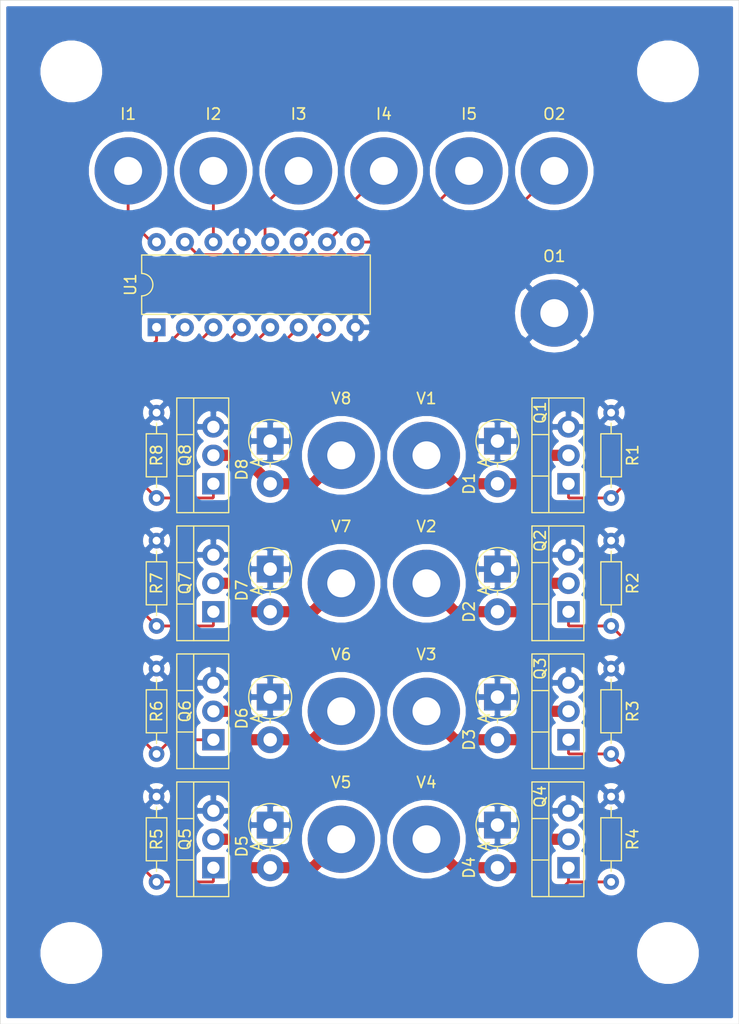
<source format=kicad_pcb>
(kicad_pcb (version 20171130) (host pcbnew "(5.1.2)-2")

  (general
    (thickness 1.6)
    (drawings 4)
    (tracks 150)
    (zones 0)
    (modules 44)
    (nets 24)
  )

  (page A4)
  (layers
    (0 F.Cu signal)
    (31 B.Cu signal hide)
    (32 B.Adhes user)
    (33 F.Adhes user)
    (34 B.Paste user)
    (35 F.Paste user)
    (36 B.SilkS user)
    (37 F.SilkS user)
    (38 B.Mask user)
    (39 F.Mask user)
    (40 Dwgs.User user)
    (41 Cmts.User user)
    (42 Eco1.User user)
    (43 Eco2.User user)
    (44 Edge.Cuts user)
    (45 Margin user)
    (46 B.CrtYd user)
    (47 F.CrtYd user hide)
    (48 B.Fab user)
    (49 F.Fab user hide)
  )

  (setup
    (last_trace_width 0.25)
    (trace_clearance 0.2032)
    (zone_clearance 0.508)
    (zone_45_only no)
    (trace_min 0.2)
    (via_size 0.8)
    (via_drill 0.4)
    (via_min_size 0.4)
    (via_min_drill 0.3)
    (uvia_size 0.3)
    (uvia_drill 0.1)
    (uvias_allowed no)
    (uvia_min_size 0.2)
    (uvia_min_drill 0.1)
    (edge_width 0.05)
    (segment_width 0.2)
    (pcb_text_width 0.3)
    (pcb_text_size 1.5 1.5)
    (mod_edge_width 0.12)
    (mod_text_size 1 1)
    (mod_text_width 0.15)
    (pad_size 1.524 1.524)
    (pad_drill 0.762)
    (pad_to_mask_clearance 0.051)
    (solder_mask_min_width 0.25)
    (aux_axis_origin 0 0)
    (visible_elements 7FFFFFFF)
    (pcbplotparams
      (layerselection 0x010fc_ffffffff)
      (usegerberextensions false)
      (usegerberattributes false)
      (usegerberadvancedattributes false)
      (creategerberjobfile false)
      (excludeedgelayer true)
      (linewidth 0.100000)
      (plotframeref false)
      (viasonmask false)
      (mode 1)
      (useauxorigin false)
      (hpglpennumber 1)
      (hpglpenspeed 20)
      (hpglpendiameter 15.000000)
      (psnegative false)
      (psa4output false)
      (plotreference true)
      (plotvalue true)
      (plotinvisibletext false)
      (padsonsilk false)
      (subtractmaskfromsilk false)
      (outputformat 1)
      (mirror false)
      (drillshape 0)
      (scaleselection 1)
      (outputdirectory "Gerbers/"))
  )

  (net 0 "")
  (net 1 "Net-(D1-Pad2)")
  (net 2 "Net-(D1-Pad1)")
  (net 3 "Net-(D2-Pad2)")
  (net 4 "Net-(D3-Pad2)")
  (net 5 "Net-(D4-Pad2)")
  (net 6 "Net-(D5-Pad2)")
  (net 7 "Net-(D6-Pad2)")
  (net 8 "Net-(D7-Pad2)")
  (net 9 "Net-(D8-Pad2)")
  (net 10 +1V5)
  (net 11 "Net-(Q1-Pad1)")
  (net 12 "Net-(Q2-Pad1)")
  (net 13 "Net-(Q3-Pad1)")
  (net 14 "Net-(Q4-Pad1)")
  (net 15 "Net-(Q5-Pad1)")
  (net 16 "Net-(Q6-Pad1)")
  (net 17 "Net-(Q7-Pad1)")
  (net 18 "Net-(Q8-Pad1)")
  (net 19 "Net-(I2-Pad1)")
  (net 20 "Net-(I3-Pad1)")
  (net 21 "Net-(I4-Pad1)")
  (net 22 "Net-(I5-Pad1)")
  (net 23 "Net-(O2-Pad1)")

  (net_class Default "This is the default net class."
    (clearance 0.2032)
    (trace_width 0.25)
    (via_dia 0.8)
    (via_drill 0.4)
    (uvia_dia 0.3)
    (uvia_drill 0.1)
    (add_net +1V5)
    (add_net "Net-(I2-Pad1)")
    (add_net "Net-(I3-Pad1)")
    (add_net "Net-(I4-Pad1)")
    (add_net "Net-(I5-Pad1)")
    (add_net "Net-(O2-Pad1)")
    (add_net "Net-(Q1-Pad1)")
    (add_net "Net-(Q2-Pad1)")
    (add_net "Net-(Q3-Pad1)")
    (add_net "Net-(Q4-Pad1)")
    (add_net "Net-(Q5-Pad1)")
    (add_net "Net-(Q6-Pad1)")
    (add_net "Net-(Q7-Pad1)")
    (add_net "Net-(Q8-Pad1)")
  )

  (net_class Ground ""
    (clearance 0.2032)
    (trace_width 1)
    (via_dia 0.8)
    (via_drill 0.4)
    (uvia_dia 0.3)
    (uvia_drill 0.1)
    (add_net "Net-(D1-Pad1)")
  )

  (net_class Valve ""
    (clearance 0.2032)
    (trace_width 1)
    (via_dia 0.8)
    (via_drill 0.4)
    (uvia_dia 0.3)
    (uvia_drill 0.1)
    (add_net "Net-(D1-Pad2)")
    (add_net "Net-(D2-Pad2)")
    (add_net "Net-(D3-Pad2)")
    (add_net "Net-(D4-Pad2)")
    (add_net "Net-(D5-Pad2)")
    (add_net "Net-(D6-Pad2)")
    (add_net "Net-(D7-Pad2)")
    (add_net "Net-(D8-Pad2)")
  )

  (module MountingHole:MountingHole_4.5mm (layer F.Cu) (tedit 56D1B4CB) (tstamp 5D17B002)
    (at 45.72 34.29)
    (descr "Mounting Hole 4.5mm, no annular")
    (tags "mounting hole 4.5mm no annular")
    (attr virtual)
    (fp_text reference REF** (at 0 -5.5) (layer F.SilkS) hide
      (effects (font (size 1 1) (thickness 0.15)))
    )
    (fp_text value MountingHole_4.5mm (at 0 5.5) (layer F.Fab)
      (effects (font (size 1 1) (thickness 0.15)))
    )
    (fp_circle (center 0 0) (end 4.75 0) (layer F.CrtYd) (width 0.05))
    (fp_circle (center 0 0) (end 4.5 0) (layer Cmts.User) (width 0.15))
    (fp_text user %R (at 0.3 0) (layer F.Fab)
      (effects (font (size 1 1) (thickness 0.15)))
    )
    (pad 1 np_thru_hole circle (at 0 0) (size 4.5 4.5) (drill 4.5) (layers *.Cu *.Mask))
  )

  (module MountingHole:MountingHole_4.5mm (layer F.Cu) (tedit 56D1B4CB) (tstamp 5D17AFDE)
    (at 45.72 113.03)
    (descr "Mounting Hole 4.5mm, no annular")
    (tags "mounting hole 4.5mm no annular")
    (attr virtual)
    (fp_text reference REF** (at 0 -5.5) (layer F.SilkS) hide
      (effects (font (size 1 1) (thickness 0.15)))
    )
    (fp_text value MountingHole_4.5mm (at 0 5.5) (layer F.Fab)
      (effects (font (size 1 1) (thickness 0.15)))
    )
    (fp_circle (center 0 0) (end 4.75 0) (layer F.CrtYd) (width 0.05))
    (fp_circle (center 0 0) (end 4.5 0) (layer Cmts.User) (width 0.15))
    (fp_text user %R (at 0.3 0) (layer F.Fab)
      (effects (font (size 1 1) (thickness 0.15)))
    )
    (pad 1 np_thru_hole circle (at 0 0) (size 4.5 4.5) (drill 4.5) (layers *.Cu *.Mask))
  )

  (module MountingHole:MountingHole_4.5mm (layer F.Cu) (tedit 56D1B4CB) (tstamp 5D17AFBA)
    (at 99.06 113.03)
    (descr "Mounting Hole 4.5mm, no annular")
    (tags "mounting hole 4.5mm no annular")
    (attr virtual)
    (fp_text reference REF** (at 0 -5.5) (layer F.SilkS) hide
      (effects (font (size 1 1) (thickness 0.15)))
    )
    (fp_text value MountingHole_4.5mm (at 0 5.5) (layer F.Fab)
      (effects (font (size 1 1) (thickness 0.15)))
    )
    (fp_circle (center 0 0) (end 4.75 0) (layer F.CrtYd) (width 0.05))
    (fp_circle (center 0 0) (end 4.5 0) (layer Cmts.User) (width 0.15))
    (fp_text user %R (at 0.3 0) (layer F.Fab)
      (effects (font (size 1 1) (thickness 0.15)))
    )
    (pad 1 np_thru_hole circle (at 0 0) (size 4.5 4.5) (drill 4.5) (layers *.Cu *.Mask))
  )

  (module MountingHole:MountingHole_4.5mm (layer F.Cu) (tedit 56D1B4CB) (tstamp 5D17AF96)
    (at 99.06 34.29)
    (descr "Mounting Hole 4.5mm, no annular")
    (tags "mounting hole 4.5mm no annular")
    (attr virtual)
    (fp_text reference REF** (at 0 -5.5) (layer F.SilkS) hide
      (effects (font (size 1 1) (thickness 0.15)))
    )
    (fp_text value MountingHole_4.5mm (at 0 5.5) (layer F.Fab)
      (effects (font (size 1 1) (thickness 0.15)))
    )
    (fp_circle (center 0 0) (end 4.75 0) (layer F.CrtYd) (width 0.05))
    (fp_circle (center 0 0) (end 4.5 0) (layer Cmts.User) (width 0.15))
    (fp_text user %R (at 0.3 0) (layer F.Fab)
      (effects (font (size 1 1) (thickness 0.15)))
    )
    (pad 1 np_thru_hole circle (at 0 0) (size 4.5 4.5) (drill 4.5) (layers *.Cu *.Mask))
  )

  (module Package_DIP:DIP-16_W7.62mm (layer F.Cu) (tedit 5A02E8C5) (tstamp 5D15D9C1)
    (at 53.34 57.15 90)
    (descr "16-lead though-hole mounted DIP package, row spacing 7.62 mm (300 mils)")
    (tags "THT DIP DIL PDIP 2.54mm 7.62mm 300mil")
    (path /5D1725A9)
    (fp_text reference U1 (at 3.81 -2.33 90) (layer F.SilkS)
      (effects (font (size 1 1) (thickness 0.15)))
    )
    (fp_text value 74HC595 (at 3.81 20.11 90) (layer F.Fab)
      (effects (font (size 1 1) (thickness 0.15)))
    )
    (fp_text user %R (at 3.81 8.89 90) (layer F.Fab)
      (effects (font (size 1 1) (thickness 0.15)))
    )
    (fp_line (start 8.7 -1.55) (end -1.1 -1.55) (layer F.CrtYd) (width 0.05))
    (fp_line (start 8.7 19.3) (end 8.7 -1.55) (layer F.CrtYd) (width 0.05))
    (fp_line (start -1.1 19.3) (end 8.7 19.3) (layer F.CrtYd) (width 0.05))
    (fp_line (start -1.1 -1.55) (end -1.1 19.3) (layer F.CrtYd) (width 0.05))
    (fp_line (start 6.46 -1.33) (end 4.81 -1.33) (layer F.SilkS) (width 0.12))
    (fp_line (start 6.46 19.11) (end 6.46 -1.33) (layer F.SilkS) (width 0.12))
    (fp_line (start 1.16 19.11) (end 6.46 19.11) (layer F.SilkS) (width 0.12))
    (fp_line (start 1.16 -1.33) (end 1.16 19.11) (layer F.SilkS) (width 0.12))
    (fp_line (start 2.81 -1.33) (end 1.16 -1.33) (layer F.SilkS) (width 0.12))
    (fp_line (start 0.635 -0.27) (end 1.635 -1.27) (layer F.Fab) (width 0.1))
    (fp_line (start 0.635 19.05) (end 0.635 -0.27) (layer F.Fab) (width 0.1))
    (fp_line (start 6.985 19.05) (end 0.635 19.05) (layer F.Fab) (width 0.1))
    (fp_line (start 6.985 -1.27) (end 6.985 19.05) (layer F.Fab) (width 0.1))
    (fp_line (start 1.635 -1.27) (end 6.985 -1.27) (layer F.Fab) (width 0.1))
    (fp_arc (start 3.81 -1.33) (end 2.81 -1.33) (angle -180) (layer F.SilkS) (width 0.12))
    (pad 16 thru_hole oval (at 7.62 0 90) (size 1.6 1.6) (drill 0.8) (layers *.Cu *.Mask)
      (net 10 +1V5))
    (pad 8 thru_hole oval (at 0 17.78 90) (size 1.6 1.6) (drill 0.8) (layers *.Cu *.Mask)
      (net 2 "Net-(D1-Pad1)"))
    (pad 15 thru_hole oval (at 7.62 2.54 90) (size 1.6 1.6) (drill 0.8) (layers *.Cu *.Mask)
      (net 11 "Net-(Q1-Pad1)"))
    (pad 7 thru_hole oval (at 0 15.24 90) (size 1.6 1.6) (drill 0.8) (layers *.Cu *.Mask)
      (net 18 "Net-(Q8-Pad1)"))
    (pad 14 thru_hole oval (at 7.62 5.08 90) (size 1.6 1.6) (drill 0.8) (layers *.Cu *.Mask)
      (net 19 "Net-(I2-Pad1)"))
    (pad 6 thru_hole oval (at 0 12.7 90) (size 1.6 1.6) (drill 0.8) (layers *.Cu *.Mask)
      (net 17 "Net-(Q7-Pad1)"))
    (pad 13 thru_hole oval (at 7.62 7.62 90) (size 1.6 1.6) (drill 0.8) (layers *.Cu *.Mask)
      (net 2 "Net-(D1-Pad1)"))
    (pad 5 thru_hole oval (at 0 10.16 90) (size 1.6 1.6) (drill 0.8) (layers *.Cu *.Mask)
      (net 16 "Net-(Q6-Pad1)"))
    (pad 12 thru_hole oval (at 7.62 10.16 90) (size 1.6 1.6) (drill 0.8) (layers *.Cu *.Mask)
      (net 20 "Net-(I3-Pad1)"))
    (pad 4 thru_hole oval (at 0 7.62 90) (size 1.6 1.6) (drill 0.8) (layers *.Cu *.Mask)
      (net 15 "Net-(Q5-Pad1)"))
    (pad 11 thru_hole oval (at 7.62 12.7 90) (size 1.6 1.6) (drill 0.8) (layers *.Cu *.Mask)
      (net 21 "Net-(I4-Pad1)"))
    (pad 3 thru_hole oval (at 0 5.08 90) (size 1.6 1.6) (drill 0.8) (layers *.Cu *.Mask)
      (net 14 "Net-(Q4-Pad1)"))
    (pad 10 thru_hole oval (at 7.62 15.24 90) (size 1.6 1.6) (drill 0.8) (layers *.Cu *.Mask)
      (net 22 "Net-(I5-Pad1)"))
    (pad 2 thru_hole oval (at 0 2.54 90) (size 1.6 1.6) (drill 0.8) (layers *.Cu *.Mask)
      (net 13 "Net-(Q3-Pad1)"))
    (pad 9 thru_hole oval (at 7.62 17.78 90) (size 1.6 1.6) (drill 0.8) (layers *.Cu *.Mask)
      (net 23 "Net-(O2-Pad1)"))
    (pad 1 thru_hole rect (at 0 0 90) (size 1.6 1.6) (drill 0.8) (layers *.Cu *.Mask)
      (net 12 "Net-(Q2-Pad1)"))
    (model ${KISYS3DMOD}/Package_DIP.3dshapes/DIP-16_W7.62mm.wrl
      (at (xyz 0 0 0))
      (scale (xyz 1 1 1))
      (rotate (xyz 0 0 0))
    )
  )

  (module Connector_Wire:SolderWirePad_1x01_Drill2.5mm (layer F.Cu) (tedit 5AEE5EC9) (tstamp 5D160131)
    (at 88.9 55.88)
    (descr "Wire solder connection")
    (tags connector)
    (path /5D26BBEE)
    (attr virtual)
    (fp_text reference O1 (at 0 -5.08) (layer F.SilkS)
      (effects (font (size 1 1) (thickness 0.15)))
    )
    (fp_text value Ground (at 0 5.08) (layer F.Fab)
      (effects (font (size 1 1) (thickness 0.15)))
    )
    (fp_line (start 3.5 3.5) (end -3.5 3.5) (layer F.CrtYd) (width 0.05))
    (fp_line (start 3.5 3.5) (end 3.5 -3.5) (layer F.CrtYd) (width 0.05))
    (fp_line (start -3.5 -3.5) (end -3.5 3.5) (layer F.CrtYd) (width 0.05))
    (fp_line (start -3.5 -3.5) (end 3.5 -3.5) (layer F.CrtYd) (width 0.05))
    (fp_text user %R (at 0 0) (layer F.Fab)
      (effects (font (size 1 1) (thickness 0.15)))
    )
    (pad 1 thru_hole circle (at 0 0) (size 5.99948 5.99948) (drill 2.49936) (layers *.Cu *.Mask)
      (net 2 "Net-(D1-Pad1)"))
  )

  (module Resistor_THT:R_Axial_DIN0204_L3.6mm_D1.6mm_P7.62mm_Horizontal (layer F.Cu) (tedit 5AE5139B) (tstamp 5D15D99D)
    (at 53.34 64.77 270)
    (descr "Resistor, Axial_DIN0204 series, Axial, Horizontal, pin pitch=7.62mm, 0.167W, length*diameter=3.6*1.6mm^2, http://cdn-reichelt.de/documents/datenblatt/B400/1_4W%23YAG.pdf")
    (tags "Resistor Axial_DIN0204 series Axial Horizontal pin pitch 7.62mm 0.167W length 3.6mm diameter 1.6mm")
    (path /5D188A25)
    (fp_text reference R8 (at 3.81 0 90) (layer F.SilkS)
      (effects (font (size 1 1) (thickness 0.15)))
    )
    (fp_text value "10k Ohm" (at 3.81 1.92 90) (layer F.Fab)
      (effects (font (size 1 1) (thickness 0.15)))
    )
    (fp_text user %R (at 3.81 0 90) (layer F.Fab)
      (effects (font (size 0.72 0.72) (thickness 0.108)))
    )
    (fp_line (start 8.57 -1.05) (end -0.95 -1.05) (layer F.CrtYd) (width 0.05))
    (fp_line (start 8.57 1.05) (end 8.57 -1.05) (layer F.CrtYd) (width 0.05))
    (fp_line (start -0.95 1.05) (end 8.57 1.05) (layer F.CrtYd) (width 0.05))
    (fp_line (start -0.95 -1.05) (end -0.95 1.05) (layer F.CrtYd) (width 0.05))
    (fp_line (start 6.68 0) (end 5.73 0) (layer F.SilkS) (width 0.12))
    (fp_line (start 0.94 0) (end 1.89 0) (layer F.SilkS) (width 0.12))
    (fp_line (start 5.73 -0.92) (end 1.89 -0.92) (layer F.SilkS) (width 0.12))
    (fp_line (start 5.73 0.92) (end 5.73 -0.92) (layer F.SilkS) (width 0.12))
    (fp_line (start 1.89 0.92) (end 5.73 0.92) (layer F.SilkS) (width 0.12))
    (fp_line (start 1.89 -0.92) (end 1.89 0.92) (layer F.SilkS) (width 0.12))
    (fp_line (start 7.62 0) (end 5.61 0) (layer F.Fab) (width 0.1))
    (fp_line (start 0 0) (end 2.01 0) (layer F.Fab) (width 0.1))
    (fp_line (start 5.61 -0.8) (end 2.01 -0.8) (layer F.Fab) (width 0.1))
    (fp_line (start 5.61 0.8) (end 5.61 -0.8) (layer F.Fab) (width 0.1))
    (fp_line (start 2.01 0.8) (end 5.61 0.8) (layer F.Fab) (width 0.1))
    (fp_line (start 2.01 -0.8) (end 2.01 0.8) (layer F.Fab) (width 0.1))
    (pad 2 thru_hole oval (at 7.62 0 270) (size 1.4 1.4) (drill 0.7) (layers *.Cu *.Mask)
      (net 18 "Net-(Q8-Pad1)"))
    (pad 1 thru_hole circle (at 0 0 270) (size 1.4 1.4) (drill 0.7) (layers *.Cu *.Mask)
      (net 2 "Net-(D1-Pad1)"))
    (model ${KISYS3DMOD}/Resistor_THT.3dshapes/R_Axial_DIN0204_L3.6mm_D1.6mm_P7.62mm_Horizontal.wrl
      (at (xyz 0 0 0))
      (scale (xyz 1 1 1))
      (rotate (xyz 0 0 0))
    )
  )

  (module Resistor_THT:R_Axial_DIN0204_L3.6mm_D1.6mm_P7.62mm_Horizontal (layer F.Cu) (tedit 5AE5139B) (tstamp 5D15D986)
    (at 53.34 76.2 270)
    (descr "Resistor, Axial_DIN0204 series, Axial, Horizontal, pin pitch=7.62mm, 0.167W, length*diameter=3.6*1.6mm^2, http://cdn-reichelt.de/documents/datenblatt/B400/1_4W%23YAG.pdf")
    (tags "Resistor Axial_DIN0204 series Axial Horizontal pin pitch 7.62mm 0.167W length 3.6mm diameter 1.6mm")
    (path /5D188979)
    (fp_text reference R7 (at 3.81 0 90) (layer F.SilkS)
      (effects (font (size 1 1) (thickness 0.15)))
    )
    (fp_text value "10k Ohm" (at 3.81 1.92 90) (layer F.Fab)
      (effects (font (size 1 1) (thickness 0.15)))
    )
    (fp_text user %R (at 3.81 0 90) (layer F.Fab)
      (effects (font (size 0.72 0.72) (thickness 0.108)))
    )
    (fp_line (start 8.57 -1.05) (end -0.95 -1.05) (layer F.CrtYd) (width 0.05))
    (fp_line (start 8.57 1.05) (end 8.57 -1.05) (layer F.CrtYd) (width 0.05))
    (fp_line (start -0.95 1.05) (end 8.57 1.05) (layer F.CrtYd) (width 0.05))
    (fp_line (start -0.95 -1.05) (end -0.95 1.05) (layer F.CrtYd) (width 0.05))
    (fp_line (start 6.68 0) (end 5.73 0) (layer F.SilkS) (width 0.12))
    (fp_line (start 0.94 0) (end 1.89 0) (layer F.SilkS) (width 0.12))
    (fp_line (start 5.73 -0.92) (end 1.89 -0.92) (layer F.SilkS) (width 0.12))
    (fp_line (start 5.73 0.92) (end 5.73 -0.92) (layer F.SilkS) (width 0.12))
    (fp_line (start 1.89 0.92) (end 5.73 0.92) (layer F.SilkS) (width 0.12))
    (fp_line (start 1.89 -0.92) (end 1.89 0.92) (layer F.SilkS) (width 0.12))
    (fp_line (start 7.62 0) (end 5.61 0) (layer F.Fab) (width 0.1))
    (fp_line (start 0 0) (end 2.01 0) (layer F.Fab) (width 0.1))
    (fp_line (start 5.61 -0.8) (end 2.01 -0.8) (layer F.Fab) (width 0.1))
    (fp_line (start 5.61 0.8) (end 5.61 -0.8) (layer F.Fab) (width 0.1))
    (fp_line (start 2.01 0.8) (end 5.61 0.8) (layer F.Fab) (width 0.1))
    (fp_line (start 2.01 -0.8) (end 2.01 0.8) (layer F.Fab) (width 0.1))
    (pad 2 thru_hole oval (at 7.62 0 270) (size 1.4 1.4) (drill 0.7) (layers *.Cu *.Mask)
      (net 17 "Net-(Q7-Pad1)"))
    (pad 1 thru_hole circle (at 0 0 270) (size 1.4 1.4) (drill 0.7) (layers *.Cu *.Mask)
      (net 2 "Net-(D1-Pad1)"))
    (model ${KISYS3DMOD}/Resistor_THT.3dshapes/R_Axial_DIN0204_L3.6mm_D1.6mm_P7.62mm_Horizontal.wrl
      (at (xyz 0 0 0))
      (scale (xyz 1 1 1))
      (rotate (xyz 0 0 0))
    )
  )

  (module Resistor_THT:R_Axial_DIN0204_L3.6mm_D1.6mm_P7.62mm_Horizontal (layer F.Cu) (tedit 5AE5139B) (tstamp 5D15D96F)
    (at 53.34 87.63 270)
    (descr "Resistor, Axial_DIN0204 series, Axial, Horizontal, pin pitch=7.62mm, 0.167W, length*diameter=3.6*1.6mm^2, http://cdn-reichelt.de/documents/datenblatt/B400/1_4W%23YAG.pdf")
    (tags "Resistor Axial_DIN0204 series Axial Horizontal pin pitch 7.62mm 0.167W length 3.6mm diameter 1.6mm")
    (path /5D188766)
    (fp_text reference R6 (at 3.81 0 90) (layer F.SilkS)
      (effects (font (size 1 1) (thickness 0.15)))
    )
    (fp_text value "10k Ohm" (at 3.81 1.92 90) (layer F.Fab)
      (effects (font (size 1 1) (thickness 0.15)))
    )
    (fp_text user %R (at 3.81 0 90) (layer F.Fab)
      (effects (font (size 0.72 0.72) (thickness 0.108)))
    )
    (fp_line (start 8.57 -1.05) (end -0.95 -1.05) (layer F.CrtYd) (width 0.05))
    (fp_line (start 8.57 1.05) (end 8.57 -1.05) (layer F.CrtYd) (width 0.05))
    (fp_line (start -0.95 1.05) (end 8.57 1.05) (layer F.CrtYd) (width 0.05))
    (fp_line (start -0.95 -1.05) (end -0.95 1.05) (layer F.CrtYd) (width 0.05))
    (fp_line (start 6.68 0) (end 5.73 0) (layer F.SilkS) (width 0.12))
    (fp_line (start 0.94 0) (end 1.89 0) (layer F.SilkS) (width 0.12))
    (fp_line (start 5.73 -0.92) (end 1.89 -0.92) (layer F.SilkS) (width 0.12))
    (fp_line (start 5.73 0.92) (end 5.73 -0.92) (layer F.SilkS) (width 0.12))
    (fp_line (start 1.89 0.92) (end 5.73 0.92) (layer F.SilkS) (width 0.12))
    (fp_line (start 1.89 -0.92) (end 1.89 0.92) (layer F.SilkS) (width 0.12))
    (fp_line (start 7.62 0) (end 5.61 0) (layer F.Fab) (width 0.1))
    (fp_line (start 0 0) (end 2.01 0) (layer F.Fab) (width 0.1))
    (fp_line (start 5.61 -0.8) (end 2.01 -0.8) (layer F.Fab) (width 0.1))
    (fp_line (start 5.61 0.8) (end 5.61 -0.8) (layer F.Fab) (width 0.1))
    (fp_line (start 2.01 0.8) (end 5.61 0.8) (layer F.Fab) (width 0.1))
    (fp_line (start 2.01 -0.8) (end 2.01 0.8) (layer F.Fab) (width 0.1))
    (pad 2 thru_hole oval (at 7.62 0 270) (size 1.4 1.4) (drill 0.7) (layers *.Cu *.Mask)
      (net 16 "Net-(Q6-Pad1)"))
    (pad 1 thru_hole circle (at 0 0 270) (size 1.4 1.4) (drill 0.7) (layers *.Cu *.Mask)
      (net 2 "Net-(D1-Pad1)"))
    (model ${KISYS3DMOD}/Resistor_THT.3dshapes/R_Axial_DIN0204_L3.6mm_D1.6mm_P7.62mm_Horizontal.wrl
      (at (xyz 0 0 0))
      (scale (xyz 1 1 1))
      (rotate (xyz 0 0 0))
    )
  )

  (module Resistor_THT:R_Axial_DIN0204_L3.6mm_D1.6mm_P7.62mm_Horizontal (layer F.Cu) (tedit 5AE5139B) (tstamp 5D15D958)
    (at 53.34 99.06 270)
    (descr "Resistor, Axial_DIN0204 series, Axial, Horizontal, pin pitch=7.62mm, 0.167W, length*diameter=3.6*1.6mm^2, http://cdn-reichelt.de/documents/datenblatt/B400/1_4W%23YAG.pdf")
    (tags "Resistor Axial_DIN0204 series Axial Horizontal pin pitch 7.62mm 0.167W length 3.6mm diameter 1.6mm")
    (path /5D188716)
    (fp_text reference R5 (at 3.81 0 90) (layer F.SilkS)
      (effects (font (size 1 1) (thickness 0.15)))
    )
    (fp_text value "10k Ohm" (at 3.81 1.92 90) (layer F.Fab)
      (effects (font (size 1 1) (thickness 0.15)))
    )
    (fp_text user %R (at 3.81 0 90) (layer F.Fab)
      (effects (font (size 0.72 0.72) (thickness 0.108)))
    )
    (fp_line (start 8.57 -1.05) (end -0.95 -1.05) (layer F.CrtYd) (width 0.05))
    (fp_line (start 8.57 1.05) (end 8.57 -1.05) (layer F.CrtYd) (width 0.05))
    (fp_line (start -0.95 1.05) (end 8.57 1.05) (layer F.CrtYd) (width 0.05))
    (fp_line (start -0.95 -1.05) (end -0.95 1.05) (layer F.CrtYd) (width 0.05))
    (fp_line (start 6.68 0) (end 5.73 0) (layer F.SilkS) (width 0.12))
    (fp_line (start 0.94 0) (end 1.89 0) (layer F.SilkS) (width 0.12))
    (fp_line (start 5.73 -0.92) (end 1.89 -0.92) (layer F.SilkS) (width 0.12))
    (fp_line (start 5.73 0.92) (end 5.73 -0.92) (layer F.SilkS) (width 0.12))
    (fp_line (start 1.89 0.92) (end 5.73 0.92) (layer F.SilkS) (width 0.12))
    (fp_line (start 1.89 -0.92) (end 1.89 0.92) (layer F.SilkS) (width 0.12))
    (fp_line (start 7.62 0) (end 5.61 0) (layer F.Fab) (width 0.1))
    (fp_line (start 0 0) (end 2.01 0) (layer F.Fab) (width 0.1))
    (fp_line (start 5.61 -0.8) (end 2.01 -0.8) (layer F.Fab) (width 0.1))
    (fp_line (start 5.61 0.8) (end 5.61 -0.8) (layer F.Fab) (width 0.1))
    (fp_line (start 2.01 0.8) (end 5.61 0.8) (layer F.Fab) (width 0.1))
    (fp_line (start 2.01 -0.8) (end 2.01 0.8) (layer F.Fab) (width 0.1))
    (pad 2 thru_hole oval (at 7.62 0 270) (size 1.4 1.4) (drill 0.7) (layers *.Cu *.Mask)
      (net 15 "Net-(Q5-Pad1)"))
    (pad 1 thru_hole circle (at 0 0 270) (size 1.4 1.4) (drill 0.7) (layers *.Cu *.Mask)
      (net 2 "Net-(D1-Pad1)"))
    (model ${KISYS3DMOD}/Resistor_THT.3dshapes/R_Axial_DIN0204_L3.6mm_D1.6mm_P7.62mm_Horizontal.wrl
      (at (xyz 0 0 0))
      (scale (xyz 1 1 1))
      (rotate (xyz 0 0 0))
    )
  )

  (module Resistor_THT:R_Axial_DIN0204_L3.6mm_D1.6mm_P7.62mm_Horizontal (layer F.Cu) (tedit 5AE5139B) (tstamp 5D15D941)
    (at 93.98 99.06 270)
    (descr "Resistor, Axial_DIN0204 series, Axial, Horizontal, pin pitch=7.62mm, 0.167W, length*diameter=3.6*1.6mm^2, http://cdn-reichelt.de/documents/datenblatt/B400/1_4W%23YAG.pdf")
    (tags "Resistor Axial_DIN0204 series Axial Horizontal pin pitch 7.62mm 0.167W length 3.6mm diameter 1.6mm")
    (path /5D188080)
    (fp_text reference R4 (at 3.81 -1.92 90) (layer F.SilkS)
      (effects (font (size 1 1) (thickness 0.15)))
    )
    (fp_text value "10k Ohm" (at 3.81 1.92 90) (layer F.Fab)
      (effects (font (size 1 1) (thickness 0.15)))
    )
    (fp_text user %R (at 3.81 0 90) (layer F.Fab)
      (effects (font (size 0.72 0.72) (thickness 0.108)))
    )
    (fp_line (start 8.57 -1.05) (end -0.95 -1.05) (layer F.CrtYd) (width 0.05))
    (fp_line (start 8.57 1.05) (end 8.57 -1.05) (layer F.CrtYd) (width 0.05))
    (fp_line (start -0.95 1.05) (end 8.57 1.05) (layer F.CrtYd) (width 0.05))
    (fp_line (start -0.95 -1.05) (end -0.95 1.05) (layer F.CrtYd) (width 0.05))
    (fp_line (start 6.68 0) (end 5.73 0) (layer F.SilkS) (width 0.12))
    (fp_line (start 0.94 0) (end 1.89 0) (layer F.SilkS) (width 0.12))
    (fp_line (start 5.73 -0.92) (end 1.89 -0.92) (layer F.SilkS) (width 0.12))
    (fp_line (start 5.73 0.92) (end 5.73 -0.92) (layer F.SilkS) (width 0.12))
    (fp_line (start 1.89 0.92) (end 5.73 0.92) (layer F.SilkS) (width 0.12))
    (fp_line (start 1.89 -0.92) (end 1.89 0.92) (layer F.SilkS) (width 0.12))
    (fp_line (start 7.62 0) (end 5.61 0) (layer F.Fab) (width 0.1))
    (fp_line (start 0 0) (end 2.01 0) (layer F.Fab) (width 0.1))
    (fp_line (start 5.61 -0.8) (end 2.01 -0.8) (layer F.Fab) (width 0.1))
    (fp_line (start 5.61 0.8) (end 5.61 -0.8) (layer F.Fab) (width 0.1))
    (fp_line (start 2.01 0.8) (end 5.61 0.8) (layer F.Fab) (width 0.1))
    (fp_line (start 2.01 -0.8) (end 2.01 0.8) (layer F.Fab) (width 0.1))
    (pad 2 thru_hole oval (at 7.62 0 270) (size 1.4 1.4) (drill 0.7) (layers *.Cu *.Mask)
      (net 14 "Net-(Q4-Pad1)"))
    (pad 1 thru_hole circle (at 0 0 270) (size 1.4 1.4) (drill 0.7) (layers *.Cu *.Mask)
      (net 2 "Net-(D1-Pad1)"))
    (model ${KISYS3DMOD}/Resistor_THT.3dshapes/R_Axial_DIN0204_L3.6mm_D1.6mm_P7.62mm_Horizontal.wrl
      (at (xyz 0 0 0))
      (scale (xyz 1 1 1))
      (rotate (xyz 0 0 0))
    )
  )

  (module Resistor_THT:R_Axial_DIN0204_L3.6mm_D1.6mm_P7.62mm_Horizontal (layer F.Cu) (tedit 5AE5139B) (tstamp 5D15D92A)
    (at 93.98 87.63 270)
    (descr "Resistor, Axial_DIN0204 series, Axial, Horizontal, pin pitch=7.62mm, 0.167W, length*diameter=3.6*1.6mm^2, http://cdn-reichelt.de/documents/datenblatt/B400/1_4W%23YAG.pdf")
    (tags "Resistor Axial_DIN0204 series Axial Horizontal pin pitch 7.62mm 0.167W length 3.6mm diameter 1.6mm")
    (path /5D187F61)
    (fp_text reference R3 (at 3.81 -1.92 90) (layer F.SilkS)
      (effects (font (size 1 1) (thickness 0.15)))
    )
    (fp_text value "10k Ohm" (at 3.81 1.92 90) (layer F.Fab)
      (effects (font (size 1 1) (thickness 0.15)))
    )
    (fp_text user %R (at 3.81 0 90) (layer F.Fab)
      (effects (font (size 0.72 0.72) (thickness 0.108)))
    )
    (fp_line (start 8.57 -1.05) (end -0.95 -1.05) (layer F.CrtYd) (width 0.05))
    (fp_line (start 8.57 1.05) (end 8.57 -1.05) (layer F.CrtYd) (width 0.05))
    (fp_line (start -0.95 1.05) (end 8.57 1.05) (layer F.CrtYd) (width 0.05))
    (fp_line (start -0.95 -1.05) (end -0.95 1.05) (layer F.CrtYd) (width 0.05))
    (fp_line (start 6.68 0) (end 5.73 0) (layer F.SilkS) (width 0.12))
    (fp_line (start 0.94 0) (end 1.89 0) (layer F.SilkS) (width 0.12))
    (fp_line (start 5.73 -0.92) (end 1.89 -0.92) (layer F.SilkS) (width 0.12))
    (fp_line (start 5.73 0.92) (end 5.73 -0.92) (layer F.SilkS) (width 0.12))
    (fp_line (start 1.89 0.92) (end 5.73 0.92) (layer F.SilkS) (width 0.12))
    (fp_line (start 1.89 -0.92) (end 1.89 0.92) (layer F.SilkS) (width 0.12))
    (fp_line (start 7.62 0) (end 5.61 0) (layer F.Fab) (width 0.1))
    (fp_line (start 0 0) (end 2.01 0) (layer F.Fab) (width 0.1))
    (fp_line (start 5.61 -0.8) (end 2.01 -0.8) (layer F.Fab) (width 0.1))
    (fp_line (start 5.61 0.8) (end 5.61 -0.8) (layer F.Fab) (width 0.1))
    (fp_line (start 2.01 0.8) (end 5.61 0.8) (layer F.Fab) (width 0.1))
    (fp_line (start 2.01 -0.8) (end 2.01 0.8) (layer F.Fab) (width 0.1))
    (pad 2 thru_hole oval (at 7.62 0 270) (size 1.4 1.4) (drill 0.7) (layers *.Cu *.Mask)
      (net 13 "Net-(Q3-Pad1)"))
    (pad 1 thru_hole circle (at 0 0 270) (size 1.4 1.4) (drill 0.7) (layers *.Cu *.Mask)
      (net 2 "Net-(D1-Pad1)"))
    (model ${KISYS3DMOD}/Resistor_THT.3dshapes/R_Axial_DIN0204_L3.6mm_D1.6mm_P7.62mm_Horizontal.wrl
      (at (xyz 0 0 0))
      (scale (xyz 1 1 1))
      (rotate (xyz 0 0 0))
    )
  )

  (module Resistor_THT:R_Axial_DIN0204_L3.6mm_D1.6mm_P7.62mm_Horizontal (layer F.Cu) (tedit 5AE5139B) (tstamp 5D15D913)
    (at 93.98 76.2 270)
    (descr "Resistor, Axial_DIN0204 series, Axial, Horizontal, pin pitch=7.62mm, 0.167W, length*diameter=3.6*1.6mm^2, http://cdn-reichelt.de/documents/datenblatt/B400/1_4W%23YAG.pdf")
    (tags "Resistor Axial_DIN0204 series Axial Horizontal pin pitch 7.62mm 0.167W length 3.6mm diameter 1.6mm")
    (path /5D187BA2)
    (fp_text reference R2 (at 3.81 -1.92 90) (layer F.SilkS)
      (effects (font (size 1 1) (thickness 0.15)))
    )
    (fp_text value "10k Ohm" (at 3.81 1.92 90) (layer F.Fab)
      (effects (font (size 1 1) (thickness 0.15)))
    )
    (fp_text user %R (at 3.81 0 90) (layer F.Fab)
      (effects (font (size 0.72 0.72) (thickness 0.108)))
    )
    (fp_line (start 8.57 -1.05) (end -0.95 -1.05) (layer F.CrtYd) (width 0.05))
    (fp_line (start 8.57 1.05) (end 8.57 -1.05) (layer F.CrtYd) (width 0.05))
    (fp_line (start -0.95 1.05) (end 8.57 1.05) (layer F.CrtYd) (width 0.05))
    (fp_line (start -0.95 -1.05) (end -0.95 1.05) (layer F.CrtYd) (width 0.05))
    (fp_line (start 6.68 0) (end 5.73 0) (layer F.SilkS) (width 0.12))
    (fp_line (start 0.94 0) (end 1.89 0) (layer F.SilkS) (width 0.12))
    (fp_line (start 5.73 -0.92) (end 1.89 -0.92) (layer F.SilkS) (width 0.12))
    (fp_line (start 5.73 0.92) (end 5.73 -0.92) (layer F.SilkS) (width 0.12))
    (fp_line (start 1.89 0.92) (end 5.73 0.92) (layer F.SilkS) (width 0.12))
    (fp_line (start 1.89 -0.92) (end 1.89 0.92) (layer F.SilkS) (width 0.12))
    (fp_line (start 7.62 0) (end 5.61 0) (layer F.Fab) (width 0.1))
    (fp_line (start 0 0) (end 2.01 0) (layer F.Fab) (width 0.1))
    (fp_line (start 5.61 -0.8) (end 2.01 -0.8) (layer F.Fab) (width 0.1))
    (fp_line (start 5.61 0.8) (end 5.61 -0.8) (layer F.Fab) (width 0.1))
    (fp_line (start 2.01 0.8) (end 5.61 0.8) (layer F.Fab) (width 0.1))
    (fp_line (start 2.01 -0.8) (end 2.01 0.8) (layer F.Fab) (width 0.1))
    (pad 2 thru_hole oval (at 7.62 0 270) (size 1.4 1.4) (drill 0.7) (layers *.Cu *.Mask)
      (net 12 "Net-(Q2-Pad1)"))
    (pad 1 thru_hole circle (at 0 0 270) (size 1.4 1.4) (drill 0.7) (layers *.Cu *.Mask)
      (net 2 "Net-(D1-Pad1)"))
    (model ${KISYS3DMOD}/Resistor_THT.3dshapes/R_Axial_DIN0204_L3.6mm_D1.6mm_P7.62mm_Horizontal.wrl
      (at (xyz 0 0 0))
      (scale (xyz 1 1 1))
      (rotate (xyz 0 0 0))
    )
  )

  (module Resistor_THT:R_Axial_DIN0204_L3.6mm_D1.6mm_P7.62mm_Horizontal (layer F.Cu) (tedit 5AE5139B) (tstamp 5D15D8FC)
    (at 93.98 64.77 270)
    (descr "Resistor, Axial_DIN0204 series, Axial, Horizontal, pin pitch=7.62mm, 0.167W, length*diameter=3.6*1.6mm^2, http://cdn-reichelt.de/documents/datenblatt/B400/1_4W%23YAG.pdf")
    (tags "Resistor Axial_DIN0204 series Axial Horizontal pin pitch 7.62mm 0.167W length 3.6mm diameter 1.6mm")
    (path /5D187261)
    (fp_text reference R1 (at 3.81 -1.92 90) (layer F.SilkS)
      (effects (font (size 1 1) (thickness 0.15)))
    )
    (fp_text value "10k Ohm" (at 3.81 1.92 90) (layer F.Fab)
      (effects (font (size 1 1) (thickness 0.15)))
    )
    (fp_text user %R (at 3.81 0 90) (layer F.Fab)
      (effects (font (size 0.72 0.72) (thickness 0.108)))
    )
    (fp_line (start 8.57 -1.05) (end -0.95 -1.05) (layer F.CrtYd) (width 0.05))
    (fp_line (start 8.57 1.05) (end 8.57 -1.05) (layer F.CrtYd) (width 0.05))
    (fp_line (start -0.95 1.05) (end 8.57 1.05) (layer F.CrtYd) (width 0.05))
    (fp_line (start -0.95 -1.05) (end -0.95 1.05) (layer F.CrtYd) (width 0.05))
    (fp_line (start 6.68 0) (end 5.73 0) (layer F.SilkS) (width 0.12))
    (fp_line (start 0.94 0) (end 1.89 0) (layer F.SilkS) (width 0.12))
    (fp_line (start 5.73 -0.92) (end 1.89 -0.92) (layer F.SilkS) (width 0.12))
    (fp_line (start 5.73 0.92) (end 5.73 -0.92) (layer F.SilkS) (width 0.12))
    (fp_line (start 1.89 0.92) (end 5.73 0.92) (layer F.SilkS) (width 0.12))
    (fp_line (start 1.89 -0.92) (end 1.89 0.92) (layer F.SilkS) (width 0.12))
    (fp_line (start 7.62 0) (end 5.61 0) (layer F.Fab) (width 0.1))
    (fp_line (start 0 0) (end 2.01 0) (layer F.Fab) (width 0.1))
    (fp_line (start 5.61 -0.8) (end 2.01 -0.8) (layer F.Fab) (width 0.1))
    (fp_line (start 5.61 0.8) (end 5.61 -0.8) (layer F.Fab) (width 0.1))
    (fp_line (start 2.01 0.8) (end 5.61 0.8) (layer F.Fab) (width 0.1))
    (fp_line (start 2.01 -0.8) (end 2.01 0.8) (layer F.Fab) (width 0.1))
    (pad 2 thru_hole oval (at 7.62 0 270) (size 1.4 1.4) (drill 0.7) (layers *.Cu *.Mask)
      (net 11 "Net-(Q1-Pad1)"))
    (pad 1 thru_hole circle (at 0 0 270) (size 1.4 1.4) (drill 0.7) (layers *.Cu *.Mask)
      (net 2 "Net-(D1-Pad1)"))
    (model ${KISYS3DMOD}/Resistor_THT.3dshapes/R_Axial_DIN0204_L3.6mm_D1.6mm_P7.62mm_Horizontal.wrl
      (at (xyz 0 0 0))
      (scale (xyz 1 1 1))
      (rotate (xyz 0 0 0))
    )
  )

  (module Package_TO_SOT_THT:TO-220-3_Vertical (layer F.Cu) (tedit 5AC8BA0D) (tstamp 5D15D8E5)
    (at 58.42 71.12 90)
    (descr "TO-220-3, Vertical, RM 2.54mm, see https://www.vishay.com/docs/66542/to-220-1.pdf")
    (tags "TO-220-3 Vertical RM 2.54mm")
    (path /5D178781)
    (fp_text reference Q8 (at 2.54 -2.54 90) (layer F.SilkS)
      (effects (font (size 1 1) (thickness 0.15)))
    )
    (fp_text value IRLZ44N (at 2.54 2.5 90) (layer F.Fab)
      (effects (font (size 1 1) (thickness 0.15)))
    )
    (fp_text user %R (at 2.54 -4.27 90) (layer F.Fab)
      (effects (font (size 1 1) (thickness 0.15)))
    )
    (fp_line (start 7.79 -3.4) (end -2.71 -3.4) (layer F.CrtYd) (width 0.05))
    (fp_line (start 7.79 1.51) (end 7.79 -3.4) (layer F.CrtYd) (width 0.05))
    (fp_line (start -2.71 1.51) (end 7.79 1.51) (layer F.CrtYd) (width 0.05))
    (fp_line (start -2.71 -3.4) (end -2.71 1.51) (layer F.CrtYd) (width 0.05))
    (fp_line (start 4.391 -3.27) (end 4.391 -1.76) (layer F.SilkS) (width 0.12))
    (fp_line (start 0.69 -3.27) (end 0.69 -1.76) (layer F.SilkS) (width 0.12))
    (fp_line (start -2.58 -1.76) (end 7.66 -1.76) (layer F.SilkS) (width 0.12))
    (fp_line (start 7.66 -3.27) (end 7.66 1.371) (layer F.SilkS) (width 0.12))
    (fp_line (start -2.58 -3.27) (end -2.58 1.371) (layer F.SilkS) (width 0.12))
    (fp_line (start -2.58 1.371) (end 7.66 1.371) (layer F.SilkS) (width 0.12))
    (fp_line (start -2.58 -3.27) (end 7.66 -3.27) (layer F.SilkS) (width 0.12))
    (fp_line (start 4.39 -3.15) (end 4.39 -1.88) (layer F.Fab) (width 0.1))
    (fp_line (start 0.69 -3.15) (end 0.69 -1.88) (layer F.Fab) (width 0.1))
    (fp_line (start -2.46 -1.88) (end 7.54 -1.88) (layer F.Fab) (width 0.1))
    (fp_line (start 7.54 -3.15) (end -2.46 -3.15) (layer F.Fab) (width 0.1))
    (fp_line (start 7.54 1.25) (end 7.54 -3.15) (layer F.Fab) (width 0.1))
    (fp_line (start -2.46 1.25) (end 7.54 1.25) (layer F.Fab) (width 0.1))
    (fp_line (start -2.46 -3.15) (end -2.46 1.25) (layer F.Fab) (width 0.1))
    (pad 3 thru_hole oval (at 5.08 0 90) (size 1.905 2) (drill 1.1) (layers *.Cu *.Mask)
      (net 2 "Net-(D1-Pad1)"))
    (pad 2 thru_hole oval (at 2.54 0 90) (size 1.905 2) (drill 1.1) (layers *.Cu *.Mask)
      (net 9 "Net-(D8-Pad2)"))
    (pad 1 thru_hole rect (at 0 0 90) (size 1.905 2) (drill 1.1) (layers *.Cu *.Mask)
      (net 18 "Net-(Q8-Pad1)"))
    (model ${KISYS3DMOD}/Package_TO_SOT_THT.3dshapes/TO-220-3_Vertical.wrl
      (at (xyz 0 0 0))
      (scale (xyz 1 1 1))
      (rotate (xyz 0 0 0))
    )
  )

  (module Package_TO_SOT_THT:TO-220-3_Vertical (layer F.Cu) (tedit 5AC8BA0D) (tstamp 5D15D8CB)
    (at 58.42 82.55 90)
    (descr "TO-220-3, Vertical, RM 2.54mm, see https://www.vishay.com/docs/66542/to-220-1.pdf")
    (tags "TO-220-3 Vertical RM 2.54mm")
    (path /5D178107)
    (fp_text reference Q7 (at 2.54 -2.54 90) (layer F.SilkS)
      (effects (font (size 1 1) (thickness 0.15)))
    )
    (fp_text value IRLZ44N (at 2.54 2.5 90) (layer F.Fab)
      (effects (font (size 1 1) (thickness 0.15)))
    )
    (fp_text user %R (at 2.54 -4.27 90) (layer F.Fab)
      (effects (font (size 1 1) (thickness 0.15)))
    )
    (fp_line (start 7.79 -3.4) (end -2.71 -3.4) (layer F.CrtYd) (width 0.05))
    (fp_line (start 7.79 1.51) (end 7.79 -3.4) (layer F.CrtYd) (width 0.05))
    (fp_line (start -2.71 1.51) (end 7.79 1.51) (layer F.CrtYd) (width 0.05))
    (fp_line (start -2.71 -3.4) (end -2.71 1.51) (layer F.CrtYd) (width 0.05))
    (fp_line (start 4.391 -3.27) (end 4.391 -1.76) (layer F.SilkS) (width 0.12))
    (fp_line (start 0.69 -3.27) (end 0.69 -1.76) (layer F.SilkS) (width 0.12))
    (fp_line (start -2.58 -1.76) (end 7.66 -1.76) (layer F.SilkS) (width 0.12))
    (fp_line (start 7.66 -3.27) (end 7.66 1.371) (layer F.SilkS) (width 0.12))
    (fp_line (start -2.58 -3.27) (end -2.58 1.371) (layer F.SilkS) (width 0.12))
    (fp_line (start -2.58 1.371) (end 7.66 1.371) (layer F.SilkS) (width 0.12))
    (fp_line (start -2.58 -3.27) (end 7.66 -3.27) (layer F.SilkS) (width 0.12))
    (fp_line (start 4.39 -3.15) (end 4.39 -1.88) (layer F.Fab) (width 0.1))
    (fp_line (start 0.69 -3.15) (end 0.69 -1.88) (layer F.Fab) (width 0.1))
    (fp_line (start -2.46 -1.88) (end 7.54 -1.88) (layer F.Fab) (width 0.1))
    (fp_line (start 7.54 -3.15) (end -2.46 -3.15) (layer F.Fab) (width 0.1))
    (fp_line (start 7.54 1.25) (end 7.54 -3.15) (layer F.Fab) (width 0.1))
    (fp_line (start -2.46 1.25) (end 7.54 1.25) (layer F.Fab) (width 0.1))
    (fp_line (start -2.46 -3.15) (end -2.46 1.25) (layer F.Fab) (width 0.1))
    (pad 3 thru_hole oval (at 5.08 0 90) (size 1.905 2) (drill 1.1) (layers *.Cu *.Mask)
      (net 2 "Net-(D1-Pad1)"))
    (pad 2 thru_hole oval (at 2.54 0 90) (size 1.905 2) (drill 1.1) (layers *.Cu *.Mask)
      (net 8 "Net-(D7-Pad2)"))
    (pad 1 thru_hole rect (at 0 0 90) (size 1.905 2) (drill 1.1) (layers *.Cu *.Mask)
      (net 17 "Net-(Q7-Pad1)"))
    (model ${KISYS3DMOD}/Package_TO_SOT_THT.3dshapes/TO-220-3_Vertical.wrl
      (at (xyz 0 0 0))
      (scale (xyz 1 1 1))
      (rotate (xyz 0 0 0))
    )
  )

  (module Package_TO_SOT_THT:TO-220-3_Vertical (layer F.Cu) (tedit 5AC8BA0D) (tstamp 5D15D8B1)
    (at 58.42 93.98 90)
    (descr "TO-220-3, Vertical, RM 2.54mm, see https://www.vishay.com/docs/66542/to-220-1.pdf")
    (tags "TO-220-3 Vertical RM 2.54mm")
    (path /5D177B7F)
    (fp_text reference Q6 (at 2.54 -2.54 90) (layer F.SilkS)
      (effects (font (size 1 1) (thickness 0.15)))
    )
    (fp_text value IRLZ44N (at 2.54 2.5 90) (layer F.Fab)
      (effects (font (size 1 1) (thickness 0.15)))
    )
    (fp_text user %R (at 2.54 -4.27 90) (layer F.Fab)
      (effects (font (size 1 1) (thickness 0.15)))
    )
    (fp_line (start 7.79 -3.4) (end -2.71 -3.4) (layer F.CrtYd) (width 0.05))
    (fp_line (start 7.79 1.51) (end 7.79 -3.4) (layer F.CrtYd) (width 0.05))
    (fp_line (start -2.71 1.51) (end 7.79 1.51) (layer F.CrtYd) (width 0.05))
    (fp_line (start -2.71 -3.4) (end -2.71 1.51) (layer F.CrtYd) (width 0.05))
    (fp_line (start 4.391 -3.27) (end 4.391 -1.76) (layer F.SilkS) (width 0.12))
    (fp_line (start 0.69 -3.27) (end 0.69 -1.76) (layer F.SilkS) (width 0.12))
    (fp_line (start -2.58 -1.76) (end 7.66 -1.76) (layer F.SilkS) (width 0.12))
    (fp_line (start 7.66 -3.27) (end 7.66 1.371) (layer F.SilkS) (width 0.12))
    (fp_line (start -2.58 -3.27) (end -2.58 1.371) (layer F.SilkS) (width 0.12))
    (fp_line (start -2.58 1.371) (end 7.66 1.371) (layer F.SilkS) (width 0.12))
    (fp_line (start -2.58 -3.27) (end 7.66 -3.27) (layer F.SilkS) (width 0.12))
    (fp_line (start 4.39 -3.15) (end 4.39 -1.88) (layer F.Fab) (width 0.1))
    (fp_line (start 0.69 -3.15) (end 0.69 -1.88) (layer F.Fab) (width 0.1))
    (fp_line (start -2.46 -1.88) (end 7.54 -1.88) (layer F.Fab) (width 0.1))
    (fp_line (start 7.54 -3.15) (end -2.46 -3.15) (layer F.Fab) (width 0.1))
    (fp_line (start 7.54 1.25) (end 7.54 -3.15) (layer F.Fab) (width 0.1))
    (fp_line (start -2.46 1.25) (end 7.54 1.25) (layer F.Fab) (width 0.1))
    (fp_line (start -2.46 -3.15) (end -2.46 1.25) (layer F.Fab) (width 0.1))
    (pad 3 thru_hole oval (at 5.08 0 90) (size 1.905 2) (drill 1.1) (layers *.Cu *.Mask)
      (net 2 "Net-(D1-Pad1)"))
    (pad 2 thru_hole oval (at 2.54 0 90) (size 1.905 2) (drill 1.1) (layers *.Cu *.Mask)
      (net 7 "Net-(D6-Pad2)"))
    (pad 1 thru_hole rect (at 0 0 90) (size 1.905 2) (drill 1.1) (layers *.Cu *.Mask)
      (net 16 "Net-(Q6-Pad1)"))
    (model ${KISYS3DMOD}/Package_TO_SOT_THT.3dshapes/TO-220-3_Vertical.wrl
      (at (xyz 0 0 0))
      (scale (xyz 1 1 1))
      (rotate (xyz 0 0 0))
    )
  )

  (module Package_TO_SOT_THT:TO-220-3_Vertical (layer F.Cu) (tedit 5AC8BA0D) (tstamp 5D15D897)
    (at 58.42 105.41 90)
    (descr "TO-220-3, Vertical, RM 2.54mm, see https://www.vishay.com/docs/66542/to-220-1.pdf")
    (tags "TO-220-3 Vertical RM 2.54mm")
    (path /5D1773CE)
    (fp_text reference Q5 (at 2.54 -2.54 90) (layer F.SilkS)
      (effects (font (size 1 1) (thickness 0.15)))
    )
    (fp_text value IRLZ44N (at 2.54 2.5 90) (layer F.Fab)
      (effects (font (size 1 1) (thickness 0.15)))
    )
    (fp_text user %R (at 2.54 -4.27 90) (layer F.Fab)
      (effects (font (size 1 1) (thickness 0.15)))
    )
    (fp_line (start 7.79 -3.4) (end -2.71 -3.4) (layer F.CrtYd) (width 0.05))
    (fp_line (start 7.79 1.51) (end 7.79 -3.4) (layer F.CrtYd) (width 0.05))
    (fp_line (start -2.71 1.51) (end 7.79 1.51) (layer F.CrtYd) (width 0.05))
    (fp_line (start -2.71 -3.4) (end -2.71 1.51) (layer F.CrtYd) (width 0.05))
    (fp_line (start 4.391 -3.27) (end 4.391 -1.76) (layer F.SilkS) (width 0.12))
    (fp_line (start 0.69 -3.27) (end 0.69 -1.76) (layer F.SilkS) (width 0.12))
    (fp_line (start -2.58 -1.76) (end 7.66 -1.76) (layer F.SilkS) (width 0.12))
    (fp_line (start 7.66 -3.27) (end 7.66 1.371) (layer F.SilkS) (width 0.12))
    (fp_line (start -2.58 -3.27) (end -2.58 1.371) (layer F.SilkS) (width 0.12))
    (fp_line (start -2.58 1.371) (end 7.66 1.371) (layer F.SilkS) (width 0.12))
    (fp_line (start -2.58 -3.27) (end 7.66 -3.27) (layer F.SilkS) (width 0.12))
    (fp_line (start 4.39 -3.15) (end 4.39 -1.88) (layer F.Fab) (width 0.1))
    (fp_line (start 0.69 -3.15) (end 0.69 -1.88) (layer F.Fab) (width 0.1))
    (fp_line (start -2.46 -1.88) (end 7.54 -1.88) (layer F.Fab) (width 0.1))
    (fp_line (start 7.54 -3.15) (end -2.46 -3.15) (layer F.Fab) (width 0.1))
    (fp_line (start 7.54 1.25) (end 7.54 -3.15) (layer F.Fab) (width 0.1))
    (fp_line (start -2.46 1.25) (end 7.54 1.25) (layer F.Fab) (width 0.1))
    (fp_line (start -2.46 -3.15) (end -2.46 1.25) (layer F.Fab) (width 0.1))
    (pad 3 thru_hole oval (at 5.08 0 90) (size 1.905 2) (drill 1.1) (layers *.Cu *.Mask)
      (net 2 "Net-(D1-Pad1)"))
    (pad 2 thru_hole oval (at 2.54 0 90) (size 1.905 2) (drill 1.1) (layers *.Cu *.Mask)
      (net 6 "Net-(D5-Pad2)"))
    (pad 1 thru_hole rect (at 0 0 90) (size 1.905 2) (drill 1.1) (layers *.Cu *.Mask)
      (net 15 "Net-(Q5-Pad1)"))
    (model ${KISYS3DMOD}/Package_TO_SOT_THT.3dshapes/TO-220-3_Vertical.wrl
      (at (xyz 0 0 0))
      (scale (xyz 1 1 1))
      (rotate (xyz 0 0 0))
    )
  )

  (module Package_TO_SOT_THT:TO-220-3_Vertical (layer F.Cu) (tedit 5AC8BA0D) (tstamp 5D15D87D)
    (at 90.17 105.41 90)
    (descr "TO-220-3, Vertical, RM 2.54mm, see https://www.vishay.com/docs/66542/to-220-1.pdf")
    (tags "TO-220-3 Vertical RM 2.54mm")
    (path /5D176D99)
    (fp_text reference Q4 (at 6.35 -2.54 90) (layer F.SilkS)
      (effects (font (size 1 1) (thickness 0.15)))
    )
    (fp_text value IRLZ44N (at 2.54 2.5 90) (layer F.Fab)
      (effects (font (size 1 1) (thickness 0.15)))
    )
    (fp_text user %R (at 2.54 -4.27 90) (layer F.Fab)
      (effects (font (size 1 1) (thickness 0.15)))
    )
    (fp_line (start 7.79 -3.4) (end -2.71 -3.4) (layer F.CrtYd) (width 0.05))
    (fp_line (start 7.79 1.51) (end 7.79 -3.4) (layer F.CrtYd) (width 0.05))
    (fp_line (start -2.71 1.51) (end 7.79 1.51) (layer F.CrtYd) (width 0.05))
    (fp_line (start -2.71 -3.4) (end -2.71 1.51) (layer F.CrtYd) (width 0.05))
    (fp_line (start 4.391 -3.27) (end 4.391 -1.76) (layer F.SilkS) (width 0.12))
    (fp_line (start 0.69 -3.27) (end 0.69 -1.76) (layer F.SilkS) (width 0.12))
    (fp_line (start -2.58 -1.76) (end 7.66 -1.76) (layer F.SilkS) (width 0.12))
    (fp_line (start 7.66 -3.27) (end 7.66 1.371) (layer F.SilkS) (width 0.12))
    (fp_line (start -2.58 -3.27) (end -2.58 1.371) (layer F.SilkS) (width 0.12))
    (fp_line (start -2.58 1.371) (end 7.66 1.371) (layer F.SilkS) (width 0.12))
    (fp_line (start -2.58 -3.27) (end 7.66 -3.27) (layer F.SilkS) (width 0.12))
    (fp_line (start 4.39 -3.15) (end 4.39 -1.88) (layer F.Fab) (width 0.1))
    (fp_line (start 0.69 -3.15) (end 0.69 -1.88) (layer F.Fab) (width 0.1))
    (fp_line (start -2.46 -1.88) (end 7.54 -1.88) (layer F.Fab) (width 0.1))
    (fp_line (start 7.54 -3.15) (end -2.46 -3.15) (layer F.Fab) (width 0.1))
    (fp_line (start 7.54 1.25) (end 7.54 -3.15) (layer F.Fab) (width 0.1))
    (fp_line (start -2.46 1.25) (end 7.54 1.25) (layer F.Fab) (width 0.1))
    (fp_line (start -2.46 -3.15) (end -2.46 1.25) (layer F.Fab) (width 0.1))
    (pad 3 thru_hole oval (at 5.08 0 90) (size 1.905 2) (drill 1.1) (layers *.Cu *.Mask)
      (net 2 "Net-(D1-Pad1)"))
    (pad 2 thru_hole oval (at 2.54 0 90) (size 1.905 2) (drill 1.1) (layers *.Cu *.Mask)
      (net 5 "Net-(D4-Pad2)"))
    (pad 1 thru_hole rect (at 0 0 90) (size 1.905 2) (drill 1.1) (layers *.Cu *.Mask)
      (net 14 "Net-(Q4-Pad1)"))
    (model ${KISYS3DMOD}/Package_TO_SOT_THT.3dshapes/TO-220-3_Vertical.wrl
      (at (xyz 0 0 0))
      (scale (xyz 1 1 1))
      (rotate (xyz 0 0 0))
    )
  )

  (module Package_TO_SOT_THT:TO-220-3_Vertical (layer F.Cu) (tedit 5AC8BA0D) (tstamp 5D15D863)
    (at 90.17 93.98 90)
    (descr "TO-220-3, Vertical, RM 2.54mm, see https://www.vishay.com/docs/66542/to-220-1.pdf")
    (tags "TO-220-3 Vertical RM 2.54mm")
    (path /5D1754A6)
    (fp_text reference Q3 (at 6.35 -2.54 90) (layer F.SilkS)
      (effects (font (size 1 1) (thickness 0.15)))
    )
    (fp_text value IRLZ44N (at 2.54 2.5 90) (layer F.Fab)
      (effects (font (size 1 1) (thickness 0.15)))
    )
    (fp_text user %R (at 2.54 -4.27 90) (layer F.Fab)
      (effects (font (size 1 1) (thickness 0.15)))
    )
    (fp_line (start 7.79 -3.4) (end -2.71 -3.4) (layer F.CrtYd) (width 0.05))
    (fp_line (start 7.79 1.51) (end 7.79 -3.4) (layer F.CrtYd) (width 0.05))
    (fp_line (start -2.71 1.51) (end 7.79 1.51) (layer F.CrtYd) (width 0.05))
    (fp_line (start -2.71 -3.4) (end -2.71 1.51) (layer F.CrtYd) (width 0.05))
    (fp_line (start 4.391 -3.27) (end 4.391 -1.76) (layer F.SilkS) (width 0.12))
    (fp_line (start 0.69 -3.27) (end 0.69 -1.76) (layer F.SilkS) (width 0.12))
    (fp_line (start -2.58 -1.76) (end 7.66 -1.76) (layer F.SilkS) (width 0.12))
    (fp_line (start 7.66 -3.27) (end 7.66 1.371) (layer F.SilkS) (width 0.12))
    (fp_line (start -2.58 -3.27) (end -2.58 1.371) (layer F.SilkS) (width 0.12))
    (fp_line (start -2.58 1.371) (end 7.66 1.371) (layer F.SilkS) (width 0.12))
    (fp_line (start -2.58 -3.27) (end 7.66 -3.27) (layer F.SilkS) (width 0.12))
    (fp_line (start 4.39 -3.15) (end 4.39 -1.88) (layer F.Fab) (width 0.1))
    (fp_line (start 0.69 -3.15) (end 0.69 -1.88) (layer F.Fab) (width 0.1))
    (fp_line (start -2.46 -1.88) (end 7.54 -1.88) (layer F.Fab) (width 0.1))
    (fp_line (start 7.54 -3.15) (end -2.46 -3.15) (layer F.Fab) (width 0.1))
    (fp_line (start 7.54 1.25) (end 7.54 -3.15) (layer F.Fab) (width 0.1))
    (fp_line (start -2.46 1.25) (end 7.54 1.25) (layer F.Fab) (width 0.1))
    (fp_line (start -2.46 -3.15) (end -2.46 1.25) (layer F.Fab) (width 0.1))
    (pad 3 thru_hole oval (at 5.08 0 90) (size 1.905 2) (drill 1.1) (layers *.Cu *.Mask)
      (net 2 "Net-(D1-Pad1)"))
    (pad 2 thru_hole oval (at 2.54 0 90) (size 1.905 2) (drill 1.1) (layers *.Cu *.Mask)
      (net 4 "Net-(D3-Pad2)"))
    (pad 1 thru_hole rect (at 0 0 90) (size 1.905 2) (drill 1.1) (layers *.Cu *.Mask)
      (net 13 "Net-(Q3-Pad1)"))
    (model ${KISYS3DMOD}/Package_TO_SOT_THT.3dshapes/TO-220-3_Vertical.wrl
      (at (xyz 0 0 0))
      (scale (xyz 1 1 1))
      (rotate (xyz 0 0 0))
    )
  )

  (module Package_TO_SOT_THT:TO-220-3_Vertical (layer F.Cu) (tedit 5AC8BA0D) (tstamp 5D15D849)
    (at 90.17 82.55 90)
    (descr "TO-220-3, Vertical, RM 2.54mm, see https://www.vishay.com/docs/66542/to-220-1.pdf")
    (tags "TO-220-3 Vertical RM 2.54mm")
    (path /5D174175)
    (fp_text reference Q2 (at 6.35 -2.54 90) (layer F.SilkS)
      (effects (font (size 1 1) (thickness 0.15)))
    )
    (fp_text value IRLZ44N (at 2.54 2.5 90) (layer F.Fab)
      (effects (font (size 1 1) (thickness 0.15)))
    )
    (fp_text user %R (at 2.54 -4.27 90) (layer F.Fab)
      (effects (font (size 1 1) (thickness 0.15)))
    )
    (fp_line (start 7.79 -3.4) (end -2.71 -3.4) (layer F.CrtYd) (width 0.05))
    (fp_line (start 7.79 1.51) (end 7.79 -3.4) (layer F.CrtYd) (width 0.05))
    (fp_line (start -2.71 1.51) (end 7.79 1.51) (layer F.CrtYd) (width 0.05))
    (fp_line (start -2.71 -3.4) (end -2.71 1.51) (layer F.CrtYd) (width 0.05))
    (fp_line (start 4.391 -3.27) (end 4.391 -1.76) (layer F.SilkS) (width 0.12))
    (fp_line (start 0.69 -3.27) (end 0.69 -1.76) (layer F.SilkS) (width 0.12))
    (fp_line (start -2.58 -1.76) (end 7.66 -1.76) (layer F.SilkS) (width 0.12))
    (fp_line (start 7.66 -3.27) (end 7.66 1.371) (layer F.SilkS) (width 0.12))
    (fp_line (start -2.58 -3.27) (end -2.58 1.371) (layer F.SilkS) (width 0.12))
    (fp_line (start -2.58 1.371) (end 7.66 1.371) (layer F.SilkS) (width 0.12))
    (fp_line (start -2.58 -3.27) (end 7.66 -3.27) (layer F.SilkS) (width 0.12))
    (fp_line (start 4.39 -3.15) (end 4.39 -1.88) (layer F.Fab) (width 0.1))
    (fp_line (start 0.69 -3.15) (end 0.69 -1.88) (layer F.Fab) (width 0.1))
    (fp_line (start -2.46 -1.88) (end 7.54 -1.88) (layer F.Fab) (width 0.1))
    (fp_line (start 7.54 -3.15) (end -2.46 -3.15) (layer F.Fab) (width 0.1))
    (fp_line (start 7.54 1.25) (end 7.54 -3.15) (layer F.Fab) (width 0.1))
    (fp_line (start -2.46 1.25) (end 7.54 1.25) (layer F.Fab) (width 0.1))
    (fp_line (start -2.46 -3.15) (end -2.46 1.25) (layer F.Fab) (width 0.1))
    (pad 3 thru_hole oval (at 5.08 0 90) (size 1.905 2) (drill 1.1) (layers *.Cu *.Mask)
      (net 2 "Net-(D1-Pad1)"))
    (pad 2 thru_hole oval (at 2.54 0 90) (size 1.905 2) (drill 1.1) (layers *.Cu *.Mask)
      (net 3 "Net-(D2-Pad2)"))
    (pad 1 thru_hole rect (at 0 0 90) (size 1.905 2) (drill 1.1) (layers *.Cu *.Mask)
      (net 12 "Net-(Q2-Pad1)"))
    (model ${KISYS3DMOD}/Package_TO_SOT_THT.3dshapes/TO-220-3_Vertical.wrl
      (at (xyz 0 0 0))
      (scale (xyz 1 1 1))
      (rotate (xyz 0 0 0))
    )
  )

  (module Package_TO_SOT_THT:TO-220-3_Vertical (layer F.Cu) (tedit 5AC8BA0D) (tstamp 5D15D82F)
    (at 90.17 71.12 90)
    (descr "TO-220-3, Vertical, RM 2.54mm, see https://www.vishay.com/docs/66542/to-220-1.pdf")
    (tags "TO-220-3 Vertical RM 2.54mm")
    (path /5D173357)
    (fp_text reference Q1 (at 6.35 -2.54 90) (layer F.SilkS)
      (effects (font (size 1 1) (thickness 0.15)))
    )
    (fp_text value IRLZ44N (at 2.54 2.5 90) (layer F.Fab)
      (effects (font (size 1 1) (thickness 0.15)))
    )
    (fp_text user %R (at 2.54 -4.27 90) (layer F.Fab)
      (effects (font (size 1 1) (thickness 0.15)))
    )
    (fp_line (start 7.79 -3.4) (end -2.71 -3.4) (layer F.CrtYd) (width 0.05))
    (fp_line (start 7.79 1.51) (end 7.79 -3.4) (layer F.CrtYd) (width 0.05))
    (fp_line (start -2.71 1.51) (end 7.79 1.51) (layer F.CrtYd) (width 0.05))
    (fp_line (start -2.71 -3.4) (end -2.71 1.51) (layer F.CrtYd) (width 0.05))
    (fp_line (start 4.391 -3.27) (end 4.391 -1.76) (layer F.SilkS) (width 0.12))
    (fp_line (start 0.69 -3.27) (end 0.69 -1.76) (layer F.SilkS) (width 0.12))
    (fp_line (start -2.58 -1.76) (end 7.66 -1.76) (layer F.SilkS) (width 0.12))
    (fp_line (start 7.66 -3.27) (end 7.66 1.371) (layer F.SilkS) (width 0.12))
    (fp_line (start -2.58 -3.27) (end -2.58 1.371) (layer F.SilkS) (width 0.12))
    (fp_line (start -2.58 1.371) (end 7.66 1.371) (layer F.SilkS) (width 0.12))
    (fp_line (start -2.58 -3.27) (end 7.66 -3.27) (layer F.SilkS) (width 0.12))
    (fp_line (start 4.39 -3.15) (end 4.39 -1.88) (layer F.Fab) (width 0.1))
    (fp_line (start 0.69 -3.15) (end 0.69 -1.88) (layer F.Fab) (width 0.1))
    (fp_line (start -2.46 -1.88) (end 7.54 -1.88) (layer F.Fab) (width 0.1))
    (fp_line (start 7.54 -3.15) (end -2.46 -3.15) (layer F.Fab) (width 0.1))
    (fp_line (start 7.54 1.25) (end 7.54 -3.15) (layer F.Fab) (width 0.1))
    (fp_line (start -2.46 1.25) (end 7.54 1.25) (layer F.Fab) (width 0.1))
    (fp_line (start -2.46 -3.15) (end -2.46 1.25) (layer F.Fab) (width 0.1))
    (pad 3 thru_hole oval (at 5.08 0 90) (size 1.905 2) (drill 1.1) (layers *.Cu *.Mask)
      (net 2 "Net-(D1-Pad1)"))
    (pad 2 thru_hole oval (at 2.54 0 90) (size 1.905 2) (drill 1.1) (layers *.Cu *.Mask)
      (net 1 "Net-(D1-Pad2)"))
    (pad 1 thru_hole rect (at 0 0 90) (size 1.905 2) (drill 1.1) (layers *.Cu *.Mask)
      (net 11 "Net-(Q1-Pad1)"))
    (model ${KISYS3DMOD}/Package_TO_SOT_THT.3dshapes/TO-220-3_Vertical.wrl
      (at (xyz 0 0 0))
      (scale (xyz 1 1 1))
      (rotate (xyz 0 0 0))
    )
  )

  (module Connector_Wire:SolderWirePad_1x01_Drill2.5mm (layer F.Cu) (tedit 5AEE5EC9) (tstamp 5D15D815)
    (at 69.85 68.58)
    (descr "Wire solder connection")
    (tags connector)
    (path /5D1C57FA)
    (attr virtual)
    (fp_text reference V8 (at 0 -5.08) (layer F.SilkS)
      (effects (font (size 1 1) (thickness 0.15)))
    )
    (fp_text value "Valve 8" (at 0 5.08) (layer F.Fab)
      (effects (font (size 1 1) (thickness 0.15)))
    )
    (fp_line (start 3.5 3.5) (end -3.5 3.5) (layer F.CrtYd) (width 0.05))
    (fp_line (start 3.5 3.5) (end 3.5 -3.5) (layer F.CrtYd) (width 0.05))
    (fp_line (start -3.5 -3.5) (end -3.5 3.5) (layer F.CrtYd) (width 0.05))
    (fp_line (start -3.5 -3.5) (end 3.5 -3.5) (layer F.CrtYd) (width 0.05))
    (fp_text user %R (at 0 0) (layer F.Fab)
      (effects (font (size 1 1) (thickness 0.15)))
    )
    (pad 1 thru_hole circle (at 0 0) (size 5.99948 5.99948) (drill 2.49936) (layers *.Cu *.Mask)
      (net 9 "Net-(D8-Pad2)"))
  )

  (module Connector_Wire:SolderWirePad_1x01_Drill2.5mm (layer F.Cu) (tedit 5AEE5EC9) (tstamp 5D15D80B)
    (at 69.85 80.01)
    (descr "Wire solder connection")
    (tags connector)
    (path /5D1C5463)
    (attr virtual)
    (fp_text reference V7 (at 0 -5.08) (layer F.SilkS)
      (effects (font (size 1 1) (thickness 0.15)))
    )
    (fp_text value "Valve 7" (at 0 5.08) (layer F.Fab)
      (effects (font (size 1 1) (thickness 0.15)))
    )
    (fp_line (start 3.5 3.5) (end -3.5 3.5) (layer F.CrtYd) (width 0.05))
    (fp_line (start 3.5 3.5) (end 3.5 -3.5) (layer F.CrtYd) (width 0.05))
    (fp_line (start -3.5 -3.5) (end -3.5 3.5) (layer F.CrtYd) (width 0.05))
    (fp_line (start -3.5 -3.5) (end 3.5 -3.5) (layer F.CrtYd) (width 0.05))
    (fp_text user %R (at 0 0) (layer F.Fab)
      (effects (font (size 1 1) (thickness 0.15)))
    )
    (pad 1 thru_hole circle (at 0 0) (size 5.99948 5.99948) (drill 2.49936) (layers *.Cu *.Mask)
      (net 8 "Net-(D7-Pad2)"))
  )

  (module Connector_Wire:SolderWirePad_1x01_Drill2.5mm (layer F.Cu) (tedit 5AEE5EC9) (tstamp 5D15D801)
    (at 69.85 91.44)
    (descr "Wire solder connection")
    (tags connector)
    (path /5D1C5252)
    (attr virtual)
    (fp_text reference V6 (at 0 -5.08) (layer F.SilkS)
      (effects (font (size 1 1) (thickness 0.15)))
    )
    (fp_text value "Valve 6" (at 0 5.08) (layer F.Fab)
      (effects (font (size 1 1) (thickness 0.15)))
    )
    (fp_line (start 3.5 3.5) (end -3.5 3.5) (layer F.CrtYd) (width 0.05))
    (fp_line (start 3.5 3.5) (end 3.5 -3.5) (layer F.CrtYd) (width 0.05))
    (fp_line (start -3.5 -3.5) (end -3.5 3.5) (layer F.CrtYd) (width 0.05))
    (fp_line (start -3.5 -3.5) (end 3.5 -3.5) (layer F.CrtYd) (width 0.05))
    (fp_text user %R (at 0 0) (layer F.Fab)
      (effects (font (size 1 1) (thickness 0.15)))
    )
    (pad 1 thru_hole circle (at 0 0) (size 5.99948 5.99948) (drill 2.49936) (layers *.Cu *.Mask)
      (net 7 "Net-(D6-Pad2)"))
  )

  (module Connector_Wire:SolderWirePad_1x01_Drill2.5mm (layer F.Cu) (tedit 5AEE5EC9) (tstamp 5D15D7F7)
    (at 69.85 102.87)
    (descr "Wire solder connection")
    (tags connector)
    (path /5D1C4EC0)
    (attr virtual)
    (fp_text reference V5 (at 0 -5.08) (layer F.SilkS)
      (effects (font (size 1 1) (thickness 0.15)))
    )
    (fp_text value "Valve 5" (at 0 5.08) (layer F.Fab)
      (effects (font (size 1 1) (thickness 0.15)))
    )
    (fp_line (start 3.5 3.5) (end -3.5 3.5) (layer F.CrtYd) (width 0.05))
    (fp_line (start 3.5 3.5) (end 3.5 -3.5) (layer F.CrtYd) (width 0.05))
    (fp_line (start -3.5 -3.5) (end -3.5 3.5) (layer F.CrtYd) (width 0.05))
    (fp_line (start -3.5 -3.5) (end 3.5 -3.5) (layer F.CrtYd) (width 0.05))
    (fp_text user %R (at 0 0) (layer F.Fab)
      (effects (font (size 1 1) (thickness 0.15)))
    )
    (pad 1 thru_hole circle (at 0 0) (size 5.99948 5.99948) (drill 2.49936) (layers *.Cu *.Mask)
      (net 6 "Net-(D5-Pad2)"))
  )

  (module Connector_Wire:SolderWirePad_1x01_Drill2.5mm (layer F.Cu) (tedit 5AEE5EC9) (tstamp 5D15D7ED)
    (at 77.47 102.87)
    (descr "Wire solder connection")
    (tags connector)
    (path /5D1C4D41)
    (attr virtual)
    (fp_text reference V4 (at 0 -5.08) (layer F.SilkS)
      (effects (font (size 1 1) (thickness 0.15)))
    )
    (fp_text value "Valve 4" (at 0 5.08) (layer F.Fab)
      (effects (font (size 1 1) (thickness 0.15)))
    )
    (fp_line (start 3.5 3.5) (end -3.5 3.5) (layer F.CrtYd) (width 0.05))
    (fp_line (start 3.5 3.5) (end 3.5 -3.5) (layer F.CrtYd) (width 0.05))
    (fp_line (start -3.5 -3.5) (end -3.5 3.5) (layer F.CrtYd) (width 0.05))
    (fp_line (start -3.5 -3.5) (end 3.5 -3.5) (layer F.CrtYd) (width 0.05))
    (fp_text user %R (at 0 0) (layer F.Fab)
      (effects (font (size 1 1) (thickness 0.15)))
    )
    (pad 1 thru_hole circle (at 0 0) (size 5.99948 5.99948) (drill 2.49936) (layers *.Cu *.Mask)
      (net 5 "Net-(D4-Pad2)"))
  )

  (module Connector_Wire:SolderWirePad_1x01_Drill2.5mm (layer F.Cu) (tedit 5AEE5EC9) (tstamp 5D15D7E3)
    (at 77.47 91.44)
    (descr "Wire solder connection")
    (tags connector)
    (path /5D1C4924)
    (attr virtual)
    (fp_text reference V3 (at 0 -5.08) (layer F.SilkS)
      (effects (font (size 1 1) (thickness 0.15)))
    )
    (fp_text value "Valve 3" (at 0 5.08) (layer F.Fab)
      (effects (font (size 1 1) (thickness 0.15)))
    )
    (fp_line (start 3.5 3.5) (end -3.5 3.5) (layer F.CrtYd) (width 0.05))
    (fp_line (start 3.5 3.5) (end 3.5 -3.5) (layer F.CrtYd) (width 0.05))
    (fp_line (start -3.5 -3.5) (end -3.5 3.5) (layer F.CrtYd) (width 0.05))
    (fp_line (start -3.5 -3.5) (end 3.5 -3.5) (layer F.CrtYd) (width 0.05))
    (fp_text user %R (at 0 0) (layer F.Fab)
      (effects (font (size 1 1) (thickness 0.15)))
    )
    (pad 1 thru_hole circle (at 0 0) (size 5.99948 5.99948) (drill 2.49936) (layers *.Cu *.Mask)
      (net 4 "Net-(D3-Pad2)"))
  )

  (module Connector_Wire:SolderWirePad_1x01_Drill2.5mm (layer F.Cu) (tedit 5AEE5EC9) (tstamp 5D15D7D9)
    (at 77.47 80.01)
    (descr "Wire solder connection")
    (tags connector)
    (path /5D1C2E0B)
    (attr virtual)
    (fp_text reference V2 (at 0 -5.08) (layer F.SilkS)
      (effects (font (size 1 1) (thickness 0.15)))
    )
    (fp_text value "Valve 2" (at 0 5.08) (layer F.Fab)
      (effects (font (size 1 1) (thickness 0.15)))
    )
    (fp_line (start 3.5 3.5) (end -3.5 3.5) (layer F.CrtYd) (width 0.05))
    (fp_line (start 3.5 3.5) (end 3.5 -3.5) (layer F.CrtYd) (width 0.05))
    (fp_line (start -3.5 -3.5) (end -3.5 3.5) (layer F.CrtYd) (width 0.05))
    (fp_line (start -3.5 -3.5) (end 3.5 -3.5) (layer F.CrtYd) (width 0.05))
    (fp_text user %R (at 0 0) (layer F.Fab)
      (effects (font (size 1 1) (thickness 0.15)))
    )
    (pad 1 thru_hole circle (at 0 0) (size 5.99948 5.99948) (drill 2.49936) (layers *.Cu *.Mask)
      (net 3 "Net-(D2-Pad2)"))
  )

  (module Connector_Wire:SolderWirePad_1x01_Drill2.5mm (layer F.Cu) (tedit 5AEE5EC9) (tstamp 5D15D7CF)
    (at 77.47 68.58)
    (descr "Wire solder connection")
    (tags connector)
    (path /5D1A6507)
    (attr virtual)
    (fp_text reference V1 (at 0 -5.08) (layer F.SilkS)
      (effects (font (size 1 1) (thickness 0.15)))
    )
    (fp_text value "Valve 1" (at 0 5.08) (layer F.Fab)
      (effects (font (size 1 1) (thickness 0.15)))
    )
    (fp_line (start 3.5 3.5) (end -3.5 3.5) (layer F.CrtYd) (width 0.05))
    (fp_line (start 3.5 3.5) (end 3.5 -3.5) (layer F.CrtYd) (width 0.05))
    (fp_line (start -3.5 -3.5) (end -3.5 3.5) (layer F.CrtYd) (width 0.05))
    (fp_line (start -3.5 -3.5) (end 3.5 -3.5) (layer F.CrtYd) (width 0.05))
    (fp_text user %R (at 0 0) (layer F.Fab)
      (effects (font (size 1 1) (thickness 0.15)))
    )
    (pad 1 thru_hole circle (at 0 0) (size 5.99948 5.99948) (drill 2.49936) (layers *.Cu *.Mask)
      (net 1 "Net-(D1-Pad2)"))
  )

  (module Connector_Wire:SolderWirePad_1x01_Drill2.5mm (layer F.Cu) (tedit 5AEE5EC9) (tstamp 5D15D7C5)
    (at 50.8 43.18)
    (descr "Wire solder connection")
    (tags connector)
    (path /5D1F9FAB)
    (attr virtual)
    (fp_text reference I1 (at 0 -5.08) (layer F.SilkS)
      (effects (font (size 1 1) (thickness 0.15)))
    )
    (fp_text value "+5 V" (at 0 5.08) (layer F.Fab)
      (effects (font (size 1 1) (thickness 0.15)))
    )
    (fp_line (start 3.5 3.5) (end -3.5 3.5) (layer F.CrtYd) (width 0.05))
    (fp_line (start 3.5 3.5) (end 3.5 -3.5) (layer F.CrtYd) (width 0.05))
    (fp_line (start -3.5 -3.5) (end -3.5 3.5) (layer F.CrtYd) (width 0.05))
    (fp_line (start -3.5 -3.5) (end 3.5 -3.5) (layer F.CrtYd) (width 0.05))
    (fp_text user %R (at 0 0) (layer F.Fab)
      (effects (font (size 1 1) (thickness 0.15)))
    )
    (pad 1 thru_hole circle (at 0 0) (size 5.99948 5.99948) (drill 2.49936) (layers *.Cu *.Mask)
      (net 10 +1V5))
  )

  (module Connector_Wire:SolderWirePad_1x01_Drill2.5mm (layer F.Cu) (tedit 5AEE5EC9) (tstamp 5D15D7BB)
    (at 58.42 43.18)
    (descr "Wire solder connection")
    (tags connector)
    (path /5D1FE6C3)
    (attr virtual)
    (fp_text reference I2 (at 0 -5.08) (layer F.SilkS)
      (effects (font (size 1 1) (thickness 0.15)))
    )
    (fp_text value Serial (at 0 5.08) (layer F.Fab)
      (effects (font (size 1 1) (thickness 0.15)))
    )
    (fp_line (start 3.5 3.5) (end -3.5 3.5) (layer F.CrtYd) (width 0.05))
    (fp_line (start 3.5 3.5) (end 3.5 -3.5) (layer F.CrtYd) (width 0.05))
    (fp_line (start -3.5 -3.5) (end -3.5 3.5) (layer F.CrtYd) (width 0.05))
    (fp_line (start -3.5 -3.5) (end 3.5 -3.5) (layer F.CrtYd) (width 0.05))
    (fp_text user %R (at 0 0) (layer F.Fab)
      (effects (font (size 1 1) (thickness 0.15)))
    )
    (pad 1 thru_hole circle (at 0 0) (size 5.99948 5.99948) (drill 2.49936) (layers *.Cu *.Mask)
      (net 19 "Net-(I2-Pad1)"))
  )

  (module Connector_Wire:SolderWirePad_1x01_Drill2.5mm (layer F.Cu) (tedit 5AEE5EC9) (tstamp 5D15D7B1)
    (at 73.66 43.18)
    (descr "Wire solder connection")
    (tags connector)
    (path /5D1FE568)
    (attr virtual)
    (fp_text reference I4 (at 0 -5.08) (layer F.SilkS)
      (effects (font (size 1 1) (thickness 0.15)))
    )
    (fp_text value SRClock (at 0 5.08) (layer F.Fab)
      (effects (font (size 1 1) (thickness 0.15)))
    )
    (fp_line (start 3.5 3.5) (end -3.5 3.5) (layer F.CrtYd) (width 0.05))
    (fp_line (start 3.5 3.5) (end 3.5 -3.5) (layer F.CrtYd) (width 0.05))
    (fp_line (start -3.5 -3.5) (end -3.5 3.5) (layer F.CrtYd) (width 0.05))
    (fp_line (start -3.5 -3.5) (end 3.5 -3.5) (layer F.CrtYd) (width 0.05))
    (fp_text user %R (at 0 0) (layer F.Fab)
      (effects (font (size 1 1) (thickness 0.15)))
    )
    (pad 1 thru_hole circle (at 0 0) (size 5.99948 5.99948) (drill 2.49936) (layers *.Cu *.Mask)
      (net 21 "Net-(I4-Pad1)"))
  )

  (module Connector_Wire:SolderWirePad_1x01_Drill2.5mm (layer F.Cu) (tedit 5AEE5EC9) (tstamp 5D15D7A7)
    (at 81.28 43.18)
    (descr "Wire solder connection")
    (tags connector)
    (path /5D1FE51E)
    (attr virtual)
    (fp_text reference I5 (at 0 -5.08) (layer F.SilkS)
      (effects (font (size 1 1) (thickness 0.15)))
    )
    (fp_text value SRClear (at 0 5.08) (layer F.Fab)
      (effects (font (size 1 1) (thickness 0.15)))
    )
    (fp_line (start 3.5 3.5) (end -3.5 3.5) (layer F.CrtYd) (width 0.05))
    (fp_line (start 3.5 3.5) (end 3.5 -3.5) (layer F.CrtYd) (width 0.05))
    (fp_line (start -3.5 -3.5) (end -3.5 3.5) (layer F.CrtYd) (width 0.05))
    (fp_line (start -3.5 -3.5) (end 3.5 -3.5) (layer F.CrtYd) (width 0.05))
    (fp_text user %R (at 0 0) (layer F.Fab)
      (effects (font (size 1 1) (thickness 0.15)))
    )
    (pad 1 thru_hole circle (at 0 0) (size 5.99948 5.99948) (drill 2.49936) (layers *.Cu *.Mask)
      (net 22 "Net-(I5-Pad1)"))
  )

  (module Connector_Wire:SolderWirePad_1x01_Drill2.5mm (layer F.Cu) (tedit 5AEE5EC9) (tstamp 5D15D79D)
    (at 66.04 43.18)
    (descr "Wire solder connection")
    (tags connector)
    (path /5D1FD8E6)
    (attr virtual)
    (fp_text reference I3 (at 0 -5.08) (layer F.SilkS)
      (effects (font (size 1 1) (thickness 0.15)))
    )
    (fp_text value RClock (at 0 5.08) (layer F.Fab)
      (effects (font (size 1 1) (thickness 0.15)))
    )
    (fp_line (start 3.5 3.5) (end -3.5 3.5) (layer F.CrtYd) (width 0.05))
    (fp_line (start 3.5 3.5) (end 3.5 -3.5) (layer F.CrtYd) (width 0.05))
    (fp_line (start -3.5 -3.5) (end -3.5 3.5) (layer F.CrtYd) (width 0.05))
    (fp_line (start -3.5 -3.5) (end 3.5 -3.5) (layer F.CrtYd) (width 0.05))
    (fp_text user %R (at 0 0) (layer F.Fab)
      (effects (font (size 1 1) (thickness 0.15)))
    )
    (pad 1 thru_hole circle (at 0 0) (size 5.99948 5.99948) (drill 2.49936) (layers *.Cu *.Mask)
      (net 20 "Net-(I3-Pad1)"))
  )

  (module Connector_Wire:SolderWirePad_1x01_Drill2.5mm (layer F.Cu) (tedit 5AEE5EC9) (tstamp 5D15D793)
    (at 88.9 43.18)
    (descr "Wire solder connection")
    (tags connector)
    (path /5D17FEA5)
    (attr virtual)
    (fp_text reference O2 (at 0 -5.08) (layer F.SilkS)
      (effects (font (size 1 1) (thickness 0.15)))
    )
    (fp_text value H' (at 0 5.08) (layer F.Fab)
      (effects (font (size 1 1) (thickness 0.15)))
    )
    (fp_line (start 3.5 3.5) (end -3.5 3.5) (layer F.CrtYd) (width 0.05))
    (fp_line (start 3.5 3.5) (end 3.5 -3.5) (layer F.CrtYd) (width 0.05))
    (fp_line (start -3.5 -3.5) (end -3.5 3.5) (layer F.CrtYd) (width 0.05))
    (fp_line (start -3.5 -3.5) (end 3.5 -3.5) (layer F.CrtYd) (width 0.05))
    (fp_text user %R (at 0 0) (layer F.Fab)
      (effects (font (size 1 1) (thickness 0.15)))
    )
    (pad 1 thru_hole circle (at 0 0) (size 5.99948 5.99948) (drill 2.49936) (layers *.Cu *.Mask)
      (net 23 "Net-(O2-Pad1)"))
  )

  (module Diode_THT:D_DO-15_P3.81mm_Vertical_AnodeUp (layer F.Cu) (tedit 5B526DD4) (tstamp 5D15D789)
    (at 63.5 67.31 270)
    (descr "Diode, DO-15 series, Axial, Vertical, pin pitch=3.81mm, , length*diameter=7.6*3.6mm^2, , http://www.diodes.com/_files/packages/DO-15.pdf")
    (tags "Diode DO-15 series Axial Vertical pin pitch 3.81mm  length 7.6mm diameter 3.6mm")
    (path /5D194A5B)
    (fp_text reference D8 (at 2.54 2.54 90) (layer F.SilkS)
      (effects (font (size 1 1) (thickness 0.15)))
    )
    (fp_text value DIODE (at 1.905 4.2535 90) (layer F.Fab)
      (effects (font (size 1 1) (thickness 0.15)))
    )
    (fp_text user A (at 1.91 1.2 90) (layer F.SilkS)
      (effects (font (size 1 1) (thickness 0.15)))
    )
    (fp_text user A (at 1.91 1.2 90) (layer F.Fab)
      (effects (font (size 1 1) (thickness 0.15)))
    )
    (fp_text user %R (at 1.905 -2.92 90) (layer F.Fab)
      (effects (font (size 1 1) (thickness 0.15)))
    )
    (fp_line (start 5.26 -2.05) (end -2.05 -2.05) (layer F.CrtYd) (width 0.05))
    (fp_line (start 5.26 2.05) (end 5.26 -2.05) (layer F.CrtYd) (width 0.05))
    (fp_line (start -2.05 2.05) (end 5.26 2.05) (layer F.CrtYd) (width 0.05))
    (fp_line (start -2.05 -2.05) (end -2.05 2.05) (layer F.CrtYd) (width 0.05))
    (fp_line (start 1.92 0) (end 2.31 0) (layer F.SilkS) (width 0.12))
    (fp_line (start 0 0) (end 3.81 0) (layer F.Fab) (width 0.1))
    (fp_circle (center 0 0) (end 1.92 0) (layer F.SilkS) (width 0.12))
    (fp_circle (center 0 0) (end 1.8 0) (layer F.Fab) (width 0.1))
    (pad 2 thru_hole oval (at 3.81 0 270) (size 2.4 2.4) (drill 1.2) (layers *.Cu *.Mask)
      (net 9 "Net-(D8-Pad2)"))
    (pad 1 thru_hole rect (at 0 0 270) (size 2.4 2.4) (drill 1.2) (layers *.Cu *.Mask)
      (net 2 "Net-(D1-Pad1)"))
    (model ${KISYS3DMOD}/Diode_THT.3dshapes/D_DO-15_P3.81mm_Vertical_AnodeUp.wrl
      (at (xyz 0 0 0))
      (scale (xyz 1 1 1))
      (rotate (xyz 0 0 0))
    )
  )

  (module Diode_THT:D_DO-15_P3.81mm_Vertical_AnodeUp (layer F.Cu) (tedit 5B526DD4) (tstamp 5D15D778)
    (at 63.5 78.74 270)
    (descr "Diode, DO-15 series, Axial, Vertical, pin pitch=3.81mm, , length*diameter=7.6*3.6mm^2, , http://www.diodes.com/_files/packages/DO-15.pdf")
    (tags "Diode DO-15 series Axial Vertical pin pitch 3.81mm  length 7.6mm diameter 3.6mm")
    (path /5D1947B9)
    (fp_text reference D7 (at 1.905 2.54 90) (layer F.SilkS)
      (effects (font (size 1 1) (thickness 0.15)))
    )
    (fp_text value DIODE (at 1.905 4.2535 90) (layer F.Fab)
      (effects (font (size 1 1) (thickness 0.15)))
    )
    (fp_text user A (at 1.91 1.2 90) (layer F.SilkS)
      (effects (font (size 1 1) (thickness 0.15)))
    )
    (fp_text user A (at 1.91 1.2 90) (layer F.Fab)
      (effects (font (size 1 1) (thickness 0.15)))
    )
    (fp_text user %R (at 1.905 -2.92 90) (layer F.Fab)
      (effects (font (size 1 1) (thickness 0.15)))
    )
    (fp_line (start 5.26 -2.05) (end -2.05 -2.05) (layer F.CrtYd) (width 0.05))
    (fp_line (start 5.26 2.05) (end 5.26 -2.05) (layer F.CrtYd) (width 0.05))
    (fp_line (start -2.05 2.05) (end 5.26 2.05) (layer F.CrtYd) (width 0.05))
    (fp_line (start -2.05 -2.05) (end -2.05 2.05) (layer F.CrtYd) (width 0.05))
    (fp_line (start 1.92 0) (end 2.31 0) (layer F.SilkS) (width 0.12))
    (fp_line (start 0 0) (end 3.81 0) (layer F.Fab) (width 0.1))
    (fp_circle (center 0 0) (end 1.92 0) (layer F.SilkS) (width 0.12))
    (fp_circle (center 0 0) (end 1.8 0) (layer F.Fab) (width 0.1))
    (pad 2 thru_hole oval (at 3.81 0 270) (size 2.4 2.4) (drill 1.2) (layers *.Cu *.Mask)
      (net 8 "Net-(D7-Pad2)"))
    (pad 1 thru_hole rect (at 0 0 270) (size 2.4 2.4) (drill 1.2) (layers *.Cu *.Mask)
      (net 2 "Net-(D1-Pad1)"))
    (model ${KISYS3DMOD}/Diode_THT.3dshapes/D_DO-15_P3.81mm_Vertical_AnodeUp.wrl
      (at (xyz 0 0 0))
      (scale (xyz 1 1 1))
      (rotate (xyz 0 0 0))
    )
  )

  (module Diode_THT:D_DO-15_P3.81mm_Vertical_AnodeUp (layer F.Cu) (tedit 5B526DD4) (tstamp 5D15D767)
    (at 63.5 90.17 270)
    (descr "Diode, DO-15 series, Axial, Vertical, pin pitch=3.81mm, , length*diameter=7.6*3.6mm^2, , http://www.diodes.com/_files/packages/DO-15.pdf")
    (tags "Diode DO-15 series Axial Vertical pin pitch 3.81mm  length 7.6mm diameter 3.6mm")
    (path /5D1946F6)
    (fp_text reference D6 (at 1.905 2.54 90) (layer F.SilkS)
      (effects (font (size 1 1) (thickness 0.15)))
    )
    (fp_text value DIODE (at 1.905 4.2535 90) (layer F.Fab)
      (effects (font (size 1 1) (thickness 0.15)))
    )
    (fp_text user A (at 1.91 1.2 90) (layer F.SilkS)
      (effects (font (size 1 1) (thickness 0.15)))
    )
    (fp_text user A (at 1.91 1.2 90) (layer F.Fab)
      (effects (font (size 1 1) (thickness 0.15)))
    )
    (fp_text user %R (at 1.905 -2.92 90) (layer F.Fab)
      (effects (font (size 1 1) (thickness 0.15)))
    )
    (fp_line (start 5.26 -2.05) (end -2.05 -2.05) (layer F.CrtYd) (width 0.05))
    (fp_line (start 5.26 2.05) (end 5.26 -2.05) (layer F.CrtYd) (width 0.05))
    (fp_line (start -2.05 2.05) (end 5.26 2.05) (layer F.CrtYd) (width 0.05))
    (fp_line (start -2.05 -2.05) (end -2.05 2.05) (layer F.CrtYd) (width 0.05))
    (fp_line (start 1.92 0) (end 2.31 0) (layer F.SilkS) (width 0.12))
    (fp_line (start 0 0) (end 3.81 0) (layer F.Fab) (width 0.1))
    (fp_circle (center 0 0) (end 1.92 0) (layer F.SilkS) (width 0.12))
    (fp_circle (center 0 0) (end 1.8 0) (layer F.Fab) (width 0.1))
    (pad 2 thru_hole oval (at 3.81 0 270) (size 2.4 2.4) (drill 1.2) (layers *.Cu *.Mask)
      (net 7 "Net-(D6-Pad2)"))
    (pad 1 thru_hole rect (at 0 0 270) (size 2.4 2.4) (drill 1.2) (layers *.Cu *.Mask)
      (net 2 "Net-(D1-Pad1)"))
    (model ${KISYS3DMOD}/Diode_THT.3dshapes/D_DO-15_P3.81mm_Vertical_AnodeUp.wrl
      (at (xyz 0 0 0))
      (scale (xyz 1 1 1))
      (rotate (xyz 0 0 0))
    )
  )

  (module Diode_THT:D_DO-15_P3.81mm_Vertical_AnodeUp (layer F.Cu) (tedit 5B526DD4) (tstamp 5D15D756)
    (at 63.5 101.6 270)
    (descr "Diode, DO-15 series, Axial, Vertical, pin pitch=3.81mm, , length*diameter=7.6*3.6mm^2, , http://www.diodes.com/_files/packages/DO-15.pdf")
    (tags "Diode DO-15 series Axial Vertical pin pitch 3.81mm  length 7.6mm diameter 3.6mm")
    (path /5D1945CD)
    (fp_text reference D5 (at 1.905 2.54 90) (layer F.SilkS)
      (effects (font (size 1 1) (thickness 0.15)))
    )
    (fp_text value DIODE (at 1.905 4.2535 90) (layer F.Fab)
      (effects (font (size 1 1) (thickness 0.15)))
    )
    (fp_text user A (at 1.91 1.2 90) (layer F.SilkS)
      (effects (font (size 1 1) (thickness 0.15)))
    )
    (fp_text user A (at 1.91 1.2 90) (layer F.Fab)
      (effects (font (size 1 1) (thickness 0.15)))
    )
    (fp_text user %R (at 1.905 -2.92 90) (layer F.Fab)
      (effects (font (size 1 1) (thickness 0.15)))
    )
    (fp_line (start 5.26 -2.05) (end -2.05 -2.05) (layer F.CrtYd) (width 0.05))
    (fp_line (start 5.26 2.05) (end 5.26 -2.05) (layer F.CrtYd) (width 0.05))
    (fp_line (start -2.05 2.05) (end 5.26 2.05) (layer F.CrtYd) (width 0.05))
    (fp_line (start -2.05 -2.05) (end -2.05 2.05) (layer F.CrtYd) (width 0.05))
    (fp_line (start 1.92 0) (end 2.31 0) (layer F.SilkS) (width 0.12))
    (fp_line (start 0 0) (end 3.81 0) (layer F.Fab) (width 0.1))
    (fp_circle (center 0 0) (end 1.92 0) (layer F.SilkS) (width 0.12))
    (fp_circle (center 0 0) (end 1.8 0) (layer F.Fab) (width 0.1))
    (pad 2 thru_hole oval (at 3.81 0 270) (size 2.4 2.4) (drill 1.2) (layers *.Cu *.Mask)
      (net 6 "Net-(D5-Pad2)"))
    (pad 1 thru_hole rect (at 0 0 270) (size 2.4 2.4) (drill 1.2) (layers *.Cu *.Mask)
      (net 2 "Net-(D1-Pad1)"))
    (model ${KISYS3DMOD}/Diode_THT.3dshapes/D_DO-15_P3.81mm_Vertical_AnodeUp.wrl
      (at (xyz 0 0 0))
      (scale (xyz 1 1 1))
      (rotate (xyz 0 0 0))
    )
  )

  (module Diode_THT:D_DO-15_P3.81mm_Vertical_AnodeUp (layer F.Cu) (tedit 5B526DD4) (tstamp 5D15D745)
    (at 83.82 101.6 270)
    (descr "Diode, DO-15 series, Axial, Vertical, pin pitch=3.81mm, , length*diameter=7.6*3.6mm^2, , http://www.diodes.com/_files/packages/DO-15.pdf")
    (tags "Diode DO-15 series Axial Vertical pin pitch 3.81mm  length 7.6mm diameter 3.6mm")
    (path /5D194418)
    (fp_text reference D4 (at 3.81 2.54 90) (layer F.SilkS)
      (effects (font (size 1 1) (thickness 0.15)))
    )
    (fp_text value DIODE (at 1.905 4.2535 90) (layer F.Fab)
      (effects (font (size 1 1) (thickness 0.15)))
    )
    (fp_text user A (at 1.91 1.2 90) (layer F.SilkS)
      (effects (font (size 1 1) (thickness 0.15)))
    )
    (fp_text user A (at 1.91 1.2 90) (layer F.Fab)
      (effects (font (size 1 1) (thickness 0.15)))
    )
    (fp_text user %R (at 1.905 -2.92 90) (layer F.Fab)
      (effects (font (size 1 1) (thickness 0.15)))
    )
    (fp_line (start 5.26 -2.05) (end -2.05 -2.05) (layer F.CrtYd) (width 0.05))
    (fp_line (start 5.26 2.05) (end 5.26 -2.05) (layer F.CrtYd) (width 0.05))
    (fp_line (start -2.05 2.05) (end 5.26 2.05) (layer F.CrtYd) (width 0.05))
    (fp_line (start -2.05 -2.05) (end -2.05 2.05) (layer F.CrtYd) (width 0.05))
    (fp_line (start 1.92 0) (end 2.31 0) (layer F.SilkS) (width 0.12))
    (fp_line (start 0 0) (end 3.81 0) (layer F.Fab) (width 0.1))
    (fp_circle (center 0 0) (end 1.92 0) (layer F.SilkS) (width 0.12))
    (fp_circle (center 0 0) (end 1.8 0) (layer F.Fab) (width 0.1))
    (pad 2 thru_hole oval (at 3.81 0 270) (size 2.4 2.4) (drill 1.2) (layers *.Cu *.Mask)
      (net 5 "Net-(D4-Pad2)"))
    (pad 1 thru_hole rect (at 0 0 270) (size 2.4 2.4) (drill 1.2) (layers *.Cu *.Mask)
      (net 2 "Net-(D1-Pad1)"))
    (model ${KISYS3DMOD}/Diode_THT.3dshapes/D_DO-15_P3.81mm_Vertical_AnodeUp.wrl
      (at (xyz 0 0 0))
      (scale (xyz 1 1 1))
      (rotate (xyz 0 0 0))
    )
  )

  (module Diode_THT:D_DO-15_P3.81mm_Vertical_AnodeUp (layer F.Cu) (tedit 5B526DD4) (tstamp 5D15D734)
    (at 83.82 90.17 270)
    (descr "Diode, DO-15 series, Axial, Vertical, pin pitch=3.81mm, , length*diameter=7.6*3.6mm^2, , http://www.diodes.com/_files/packages/DO-15.pdf")
    (tags "Diode DO-15 series Axial Vertical pin pitch 3.81mm  length 7.6mm diameter 3.6mm")
    (path /5D19431D)
    (fp_text reference D3 (at 3.81 2.54 90) (layer F.SilkS)
      (effects (font (size 1 1) (thickness 0.15)))
    )
    (fp_text value DIODE (at 1.905 4.2535 90) (layer F.Fab)
      (effects (font (size 1 1) (thickness 0.15)))
    )
    (fp_text user A (at 1.91 1.2 90) (layer F.SilkS)
      (effects (font (size 1 1) (thickness 0.15)))
    )
    (fp_text user A (at 1.91 1.2 90) (layer F.Fab)
      (effects (font (size 1 1) (thickness 0.15)))
    )
    (fp_text user %R (at 1.905 -2.92 90) (layer F.Fab)
      (effects (font (size 1 1) (thickness 0.15)))
    )
    (fp_line (start 5.26 -2.05) (end -2.05 -2.05) (layer F.CrtYd) (width 0.05))
    (fp_line (start 5.26 2.05) (end 5.26 -2.05) (layer F.CrtYd) (width 0.05))
    (fp_line (start -2.05 2.05) (end 5.26 2.05) (layer F.CrtYd) (width 0.05))
    (fp_line (start -2.05 -2.05) (end -2.05 2.05) (layer F.CrtYd) (width 0.05))
    (fp_line (start 1.92 0) (end 2.31 0) (layer F.SilkS) (width 0.12))
    (fp_line (start 0 0) (end 3.81 0) (layer F.Fab) (width 0.1))
    (fp_circle (center 0 0) (end 1.92 0) (layer F.SilkS) (width 0.12))
    (fp_circle (center 0 0) (end 1.8 0) (layer F.Fab) (width 0.1))
    (pad 2 thru_hole oval (at 3.81 0 270) (size 2.4 2.4) (drill 1.2) (layers *.Cu *.Mask)
      (net 4 "Net-(D3-Pad2)"))
    (pad 1 thru_hole rect (at 0 0 270) (size 2.4 2.4) (drill 1.2) (layers *.Cu *.Mask)
      (net 2 "Net-(D1-Pad1)"))
    (model ${KISYS3DMOD}/Diode_THT.3dshapes/D_DO-15_P3.81mm_Vertical_AnodeUp.wrl
      (at (xyz 0 0 0))
      (scale (xyz 1 1 1))
      (rotate (xyz 0 0 0))
    )
  )

  (module Diode_THT:D_DO-15_P3.81mm_Vertical_AnodeUp (layer F.Cu) (tedit 5B526DD4) (tstamp 5D15D723)
    (at 83.82 78.74 270)
    (descr "Diode, DO-15 series, Axial, Vertical, pin pitch=3.81mm, , length*diameter=7.6*3.6mm^2, , http://www.diodes.com/_files/packages/DO-15.pdf")
    (tags "Diode DO-15 series Axial Vertical pin pitch 3.81mm  length 7.6mm diameter 3.6mm")
    (path /5D193FBA)
    (fp_text reference D2 (at 3.81 2.54 90) (layer F.SilkS)
      (effects (font (size 1 1) (thickness 0.15)))
    )
    (fp_text value DIODE (at 1.905 4.2535 90) (layer F.Fab)
      (effects (font (size 1 1) (thickness 0.15)))
    )
    (fp_text user A (at 1.91 1.2 90) (layer F.SilkS)
      (effects (font (size 1 1) (thickness 0.15)))
    )
    (fp_text user A (at 1.91 1.2 90) (layer F.Fab)
      (effects (font (size 1 1) (thickness 0.15)))
    )
    (fp_text user %R (at 1.905 -2.92 90) (layer F.Fab)
      (effects (font (size 1 1) (thickness 0.15)))
    )
    (fp_line (start 5.26 -2.05) (end -2.05 -2.05) (layer F.CrtYd) (width 0.05))
    (fp_line (start 5.26 2.05) (end 5.26 -2.05) (layer F.CrtYd) (width 0.05))
    (fp_line (start -2.05 2.05) (end 5.26 2.05) (layer F.CrtYd) (width 0.05))
    (fp_line (start -2.05 -2.05) (end -2.05 2.05) (layer F.CrtYd) (width 0.05))
    (fp_line (start 1.92 0) (end 2.31 0) (layer F.SilkS) (width 0.12))
    (fp_line (start 0 0) (end 3.81 0) (layer F.Fab) (width 0.1))
    (fp_circle (center 0 0) (end 1.92 0) (layer F.SilkS) (width 0.12))
    (fp_circle (center 0 0) (end 1.8 0) (layer F.Fab) (width 0.1))
    (pad 2 thru_hole oval (at 3.81 0 270) (size 2.4 2.4) (drill 1.2) (layers *.Cu *.Mask)
      (net 3 "Net-(D2-Pad2)"))
    (pad 1 thru_hole rect (at 0 0 270) (size 2.4 2.4) (drill 1.2) (layers *.Cu *.Mask)
      (net 2 "Net-(D1-Pad1)"))
    (model ${KISYS3DMOD}/Diode_THT.3dshapes/D_DO-15_P3.81mm_Vertical_AnodeUp.wrl
      (at (xyz 0 0 0))
      (scale (xyz 1 1 1))
      (rotate (xyz 0 0 0))
    )
  )

  (module Diode_THT:D_DO-15_P3.81mm_Vertical_AnodeUp (layer F.Cu) (tedit 5B526DD4) (tstamp 5D15D712)
    (at 83.82 67.31 270)
    (descr "Diode, DO-15 series, Axial, Vertical, pin pitch=3.81mm, , length*diameter=7.6*3.6mm^2, , http://www.diodes.com/_files/packages/DO-15.pdf")
    (tags "Diode DO-15 series Axial Vertical pin pitch 3.81mm  length 7.6mm diameter 3.6mm")
    (path /5D193728)
    (fp_text reference D1 (at 3.81 2.54 90) (layer F.SilkS)
      (effects (font (size 1 1) (thickness 0.15)))
    )
    (fp_text value DIODE (at 1.905 4.2535 90) (layer F.Fab)
      (effects (font (size 1 1) (thickness 0.15)))
    )
    (fp_text user A (at 1.91 1.2 90) (layer F.SilkS)
      (effects (font (size 1 1) (thickness 0.15)))
    )
    (fp_text user A (at 1.91 1.2 90) (layer F.Fab)
      (effects (font (size 1 1) (thickness 0.15)))
    )
    (fp_text user %R (at 1.905 -2.92 90) (layer F.Fab)
      (effects (font (size 1 1) (thickness 0.15)))
    )
    (fp_line (start 5.26 -2.05) (end -2.05 -2.05) (layer F.CrtYd) (width 0.05))
    (fp_line (start 5.26 2.05) (end 5.26 -2.05) (layer F.CrtYd) (width 0.05))
    (fp_line (start -2.05 2.05) (end 5.26 2.05) (layer F.CrtYd) (width 0.05))
    (fp_line (start -2.05 -2.05) (end -2.05 2.05) (layer F.CrtYd) (width 0.05))
    (fp_line (start 1.92 0) (end 2.31 0) (layer F.SilkS) (width 0.12))
    (fp_line (start 0 0) (end 3.81 0) (layer F.Fab) (width 0.1))
    (fp_circle (center 0 0) (end 1.92 0) (layer F.SilkS) (width 0.12))
    (fp_circle (center 0 0) (end 1.8 0) (layer F.Fab) (width 0.1))
    (pad 2 thru_hole oval (at 3.81 0 270) (size 2.4 2.4) (drill 1.2) (layers *.Cu *.Mask)
      (net 1 "Net-(D1-Pad2)"))
    (pad 1 thru_hole rect (at 0 0 270) (size 2.4 2.4) (drill 1.2) (layers *.Cu *.Mask)
      (net 2 "Net-(D1-Pad1)"))
    (model ${KISYS3DMOD}/Diode_THT.3dshapes/D_DO-15_P3.81mm_Vertical_AnodeUp.wrl
      (at (xyz 0 0 0))
      (scale (xyz 1 1 1))
      (rotate (xyz 0 0 0))
    )
  )

  (gr_line (start 105.41 27.94) (end 105.41 119.38) (layer Edge.Cuts) (width 0.05) (tstamp 5D17B27C))
  (gr_line (start 39.37 119.38) (end 105.41 119.38) (layer Edge.Cuts) (width 0.05))
  (gr_line (start 39.37 27.94) (end 39.37 119.38) (layer Edge.Cuts) (width 0.05))
  (gr_line (start 105.41 27.94) (end 39.37 27.94) (layer Edge.Cuts) (width 0.05))

  (segment (start 83.360261 71.579739) (end 83.82 71.12) (width 0.25) (layer F.Cu) (net 1))
  (segment (start 77.47 68.58) (end 80.01 71.12) (width 1) (layer F.Cu) (net 1))
  (segment (start 80.01 71.12) (end 83.82 71.12) (width 1) (layer F.Cu) (net 1))
  (segment (start 83.82 71.12) (end 86.36 71.12) (width 1) (layer F.Cu) (net 1))
  (segment (start 88.17 68.58) (end 90.17 68.58) (width 1) (layer F.Cu) (net 1))
  (segment (start 86.36 70.39) (end 88.17 68.58) (width 1) (layer F.Cu) (net 1))
  (segment (start 86.36 71.12) (end 86.36 70.39) (width 1) (layer F.Cu) (net 1))
  (segment (start 83.82 82.55) (end 86.36 82.55) (width 1) (layer F.Cu) (net 3))
  (segment (start 88.17 80.01) (end 90.17 80.01) (width 1) (layer F.Cu) (net 3))
  (segment (start 86.36 81.82) (end 88.17 80.01) (width 1) (layer F.Cu) (net 3))
  (segment (start 86.36 82.55) (end 86.36 81.82) (width 1) (layer F.Cu) (net 3))
  (segment (start 80.01 82.55) (end 77.47 80.01) (width 1) (layer F.Cu) (net 3))
  (segment (start 83.82 82.55) (end 80.01 82.55) (width 1) (layer F.Cu) (net 3))
  (segment (start 83.360261 94.439739) (end 83.82 93.98) (width 0.25) (layer F.Cu) (net 4))
  (segment (start 83.82 93.98) (end 86.36 93.98) (width 1) (layer F.Cu) (net 4))
  (segment (start 88.17 91.44) (end 90.17 91.44) (width 1) (layer F.Cu) (net 4))
  (segment (start 86.36 93.25) (end 88.17 91.44) (width 1) (layer F.Cu) (net 4))
  (segment (start 86.36 93.98) (end 86.36 93.25) (width 1) (layer F.Cu) (net 4))
  (segment (start 80.01 93.98) (end 77.47 91.44) (width 1) (layer F.Cu) (net 4))
  (segment (start 83.82 93.98) (end 80.01 93.98) (width 1) (layer F.Cu) (net 4))
  (segment (start 80.01 105.41) (end 77.47 102.87) (width 1) (layer F.Cu) (net 5))
  (segment (start 83.82 105.41) (end 80.01 105.41) (width 1) (layer F.Cu) (net 5))
  (segment (start 83.82 105.41) (end 87.63 105.41) (width 1) (layer F.Cu) (net 5))
  (segment (start 88.17 102.87) (end 90.17 102.87) (width 1) (layer F.Cu) (net 5))
  (segment (start 87.63 103.41) (end 88.17 102.87) (width 1) (layer F.Cu) (net 5))
  (segment (start 87.63 105.41) (end 87.63 103.41) (width 1) (layer F.Cu) (net 5))
  (segment (start 63.5 104.977728) (end 63.5 105.41) (width 0.25) (layer F.Cu) (net 6))
  (segment (start 67.31 105.41) (end 69.85 102.87) (width 1) (layer F.Cu) (net 6))
  (segment (start 63.5 105.41) (end 67.31 105.41) (width 1) (layer F.Cu) (net 6))
  (segment (start 63.5 105.41) (end 60.96 105.41) (width 1) (layer F.Cu) (net 6))
  (segment (start 60.42 102.87) (end 58.42 102.87) (width 1) (layer F.Cu) (net 6))
  (segment (start 60.96 103.41) (end 60.42 102.87) (width 1) (layer F.Cu) (net 6))
  (segment (start 60.96 105.41) (end 60.96 103.41) (width 1) (layer F.Cu) (net 6))
  (segment (start 67.31 93.98) (end 69.85 91.44) (width 1) (layer F.Cu) (net 7))
  (segment (start 63.5 93.98) (end 67.31 93.98) (width 1) (layer F.Cu) (net 7))
  (segment (start 63.5 93.98) (end 60.96 93.98) (width 1) (layer F.Cu) (net 7))
  (segment (start 60.42 91.44) (end 58.42 91.44) (width 1) (layer F.Cu) (net 7))
  (segment (start 60.96 91.98) (end 60.42 91.44) (width 1) (layer F.Cu) (net 7))
  (segment (start 60.96 93.98) (end 60.96 91.98) (width 1) (layer F.Cu) (net 7))
  (segment (start 63.5 82.117728) (end 63.5 82.55) (width 0.25) (layer F.Cu) (net 8))
  (segment (start 63.5 82.55) (end 60.96 82.55) (width 1) (layer F.Cu) (net 8))
  (segment (start 60.42 80.01) (end 58.42 80.01) (width 1) (layer F.Cu) (net 8))
  (segment (start 60.96 80.55) (end 60.42 80.01) (width 1) (layer F.Cu) (net 8))
  (segment (start 60.96 82.55) (end 60.96 80.55) (width 1) (layer F.Cu) (net 8))
  (segment (start 67.31 82.55) (end 69.85 80.01) (width 1) (layer F.Cu) (net 8))
  (segment (start 63.5 82.55) (end 67.31 82.55) (width 1) (layer F.Cu) (net 8))
  (segment (start 60.42 68.58) (end 60.96 69.12) (width 1) (layer F.Cu) (net 9))
  (segment (start 58.42 68.58) (end 60.42 68.58) (width 1) (layer F.Cu) (net 9))
  (segment (start 60.96 69.12) (end 60.96 69.85) (width 1) (layer F.Cu) (net 9))
  (segment (start 62.23 69.85) (end 63.5 71.12) (width 1) (layer F.Cu) (net 9))
  (segment (start 60.96 69.85) (end 62.23 69.85) (width 1) (layer F.Cu) (net 9))
  (segment (start 67.31 71.12) (end 69.85 68.58) (width 1) (layer F.Cu) (net 9))
  (segment (start 63.5 71.12) (end 67.31 71.12) (width 1) (layer F.Cu) (net 9))
  (segment (start 52.907728 49.53) (end 53.34 49.53) (width 0.25) (layer F.Cu) (net 10))
  (segment (start 50.8 47.422272) (end 52.907728 49.53) (width 0.25) (layer F.Cu) (net 10))
  (segment (start 50.8 43.18) (end 50.8 47.422272) (width 0.25) (layer F.Cu) (net 10))
  (segment (start 90.17 72.3225) (end 90.17 71.12) (width 0.25) (layer F.Cu) (net 11))
  (segment (start 90.2375 72.39) (end 90.17 72.3225) (width 0.25) (layer F.Cu) (net 11))
  (segment (start 93.98 72.39) (end 90.2375 72.39) (width 0.25) (layer F.Cu) (net 11))
  (segment (start 57.015001 50.665001) (end 77.335001 50.665001) (width 0.25) (layer F.Cu) (net 11))
  (segment (start 55.88 49.53) (end 57.015001 50.665001) (width 0.25) (layer F.Cu) (net 11))
  (segment (start 96.52 69.85) (end 93.98 72.39) (width 0.25) (layer F.Cu) (net 11))
  (segment (start 77.335001 50.665001) (end 88.9 62.23) (width 0.25) (layer F.Cu) (net 11))
  (segment (start 88.9 62.23) (end 93.98 62.23) (width 0.25) (layer F.Cu) (net 11))
  (segment (start 93.98 62.23) (end 96.52 64.77) (width 0.25) (layer F.Cu) (net 11))
  (segment (start 96.52 64.77) (end 96.52 69.85) (width 0.25) (layer F.Cu) (net 11))
  (segment (start 90.17 83.7525) (end 90.17 82.55) (width 0.25) (layer F.Cu) (net 12))
  (segment (start 90.2375 83.82) (end 90.17 83.7525) (width 0.25) (layer F.Cu) (net 12))
  (segment (start 93.98 83.82) (end 90.2375 83.82) (width 0.25) (layer F.Cu) (net 12))
  (segment (start 53.34 58.326688) (end 53.34 57.15) (width 0.25) (layer F.Cu) (net 12))
  (segment (start 47.943876 63.722812) (end 53.34 58.326688) (width 0.25) (layer F.Cu) (net 12))
  (segment (start 96.98001 86.82001) (end 96.98001 106.870542) (width 0.25) (layer F.Cu) (net 12))
  (segment (start 93.98 83.82) (end 96.98001 86.82001) (width 0.25) (layer F.Cu) (net 12))
  (segment (start 93.710533 110.140019) (end 52.958916 110.14002) (width 0.25) (layer F.Cu) (net 12))
  (segment (start 96.98001 106.870542) (end 93.710533 110.140019) (width 0.25) (layer F.Cu) (net 12))
  (segment (start 52.958916 110.14002) (end 47.943877 105.124981) (width 0.25) (layer F.Cu) (net 12))
  (segment (start 47.943877 105.124981) (end 47.943876 63.722812) (width 0.25) (layer F.Cu) (net 12))
  (segment (start 96.52 97.79) (end 93.98 95.25) (width 0.25) (layer F.Cu) (net 13))
  (segment (start 90.17 95.1825) (end 90.17 93.98) (width 0.25) (layer F.Cu) (net 13))
  (segment (start 90.2375 95.25) (end 90.17 95.1825) (width 0.25) (layer F.Cu) (net 13))
  (segment (start 93.98 95.25) (end 90.2375 95.25) (width 0.25) (layer F.Cu) (net 13))
  (segment (start 53.149458 109.68001) (end 93.51999 109.68001) (width 0.25) (layer F.Cu) (net 13))
  (segment (start 48.403886 104.934438) (end 53.149458 109.68001) (width 0.25) (layer F.Cu) (net 13))
  (segment (start 48.403886 63.913354) (end 48.403886 104.934438) (width 0.25) (layer F.Cu) (net 13))
  (segment (start 53.118353 59.198887) (end 48.403886 63.913354) (width 0.25) (layer F.Cu) (net 13))
  (segment (start 55.88 57.15) (end 53.831113 59.198887) (width 0.25) (layer F.Cu) (net 13))
  (segment (start 53.831113 59.198887) (end 53.118353 59.198887) (width 0.25) (layer F.Cu) (net 13))
  (segment (start 96.52 106.68) (end 96.52 97.79) (width 0.25) (layer F.Cu) (net 13))
  (segment (start 93.51999 109.68001) (end 96.52 106.68) (width 0.25) (layer F.Cu) (net 13))
  (segment (start 90.17 106.6125) (end 90.17 105.41) (width 0.25) (layer F.Cu) (net 14))
  (segment (start 90.2375 106.68) (end 90.17 106.6125) (width 0.25) (layer F.Cu) (net 14))
  (segment (start 93.98 106.68) (end 90.2375 106.68) (width 0.25) (layer F.Cu) (net 14))
  (segment (start 90.17 105.41) (end 90.17 106.68) (width 0.25) (layer F.Cu) (net 14))
  (segment (start 90.17 106.68) (end 87.63 109.22) (width 0.25) (layer F.Cu) (net 14))
  (segment (start 87.63 109.22) (end 53.34 109.22) (width 0.25) (layer F.Cu) (net 14))
  (segment (start 48.895 102.885552) (end 48.895 104.775) (width 0.25) (layer F.Cu) (net 14))
  (segment (start 48.863896 64.103896) (end 48.863896 102.854448) (width 0.25) (layer F.Cu) (net 14))
  (segment (start 48.863896 102.854448) (end 48.895 102.885552) (width 0.25) (layer F.Cu) (net 14))
  (segment (start 53.34 109.22) (end 48.895 104.775) (width 0.25) (layer F.Cu) (net 14))
  (segment (start 55.848896 59.658896) (end 53.308896 59.658896) (width 0.25) (layer F.Cu) (net 14))
  (segment (start 58.42 57.15) (end 55.88 59.69) (width 0.25) (layer F.Cu) (net 14))
  (segment (start 48.863896 64.103896) (end 53.308896 59.658896) (width 0.25) (layer F.Cu) (net 14))
  (segment (start 58.42 106.6125) (end 58.42 105.41) (width 0.25) (layer F.Cu) (net 15))
  (segment (start 58.3525 106.68) (end 58.42 106.6125) (width 0.25) (layer F.Cu) (net 15))
  (segment (start 53.34 106.68) (end 58.3525 106.68) (width 0.25) (layer F.Cu) (net 15))
  (segment (start 49.41997 102.75997) (end 49.41997 64.198374) (width 0.25) (layer F.Cu) (net 15))
  (segment (start 53.34 106.68) (end 49.41997 102.75997) (width 0.25) (layer F.Cu) (net 15))
  (segment (start 53.133906 60.484438) (end 52.999172 60.619172) (width 0.25) (layer F.Cu) (net 15))
  (segment (start 57.625562 60.484438) (end 53.133906 60.484438) (width 0.25) (layer F.Cu) (net 15))
  (segment (start 60.96 57.15) (end 57.625562 60.484438) (width 0.25) (layer F.Cu) (net 15))
  (segment (start 49.41997 64.198374) (end 52.999172 60.619172) (width 0.25) (layer F.Cu) (net 15))
  (segment (start 54.61 93.98) (end 53.34 95.25) (width 0.25) (layer F.Cu) (net 16))
  (segment (start 58.42 93.98) (end 54.61 93.98) (width 0.25) (layer F.Cu) (net 16))
  (segment (start 52.640001 94.550001) (end 53.34 95.25) (width 0.25) (layer F.Cu) (net 16))
  (segment (start 49.87998 91.78998) (end 52.640001 94.550001) (width 0.25) (layer F.Cu) (net 16))
  (segment (start 49.87998 64.388916) (end 49.87998 91.78998) (width 0.25) (layer F.Cu) (net 16))
  (segment (start 59.674448 60.944448) (end 53.324448 60.944448) (width 0.25) (layer F.Cu) (net 16))
  (segment (start 59.69 60.96) (end 59.674448 60.944448) (width 0.25) (layer F.Cu) (net 16))
  (segment (start 63.5 57.15) (end 59.69 60.96) (width 0.25) (layer F.Cu) (net 16))
  (segment (start 53.324448 60.944448) (end 49.87998 64.388916) (width 0.25) (layer F.Cu) (net 16))
  (segment (start 58.42 83.7525) (end 58.42 82.55) (width 0.25) (layer F.Cu) (net 17))
  (segment (start 58.3525 83.82) (end 58.42 83.7525) (width 0.25) (layer F.Cu) (net 17))
  (segment (start 53.34 83.82) (end 58.3525 83.82) (width 0.25) (layer F.Cu) (net 17))
  (segment (start 52.640001 83.120001) (end 53.34 83.82) (width 0.25) (layer F.Cu) (net 17))
  (segment (start 50.33999 80.81999) (end 52.640001 83.120001) (width 0.25) (layer F.Cu) (net 17))
  (segment (start 50.33999 64.579458) (end 50.33999 80.81999) (width 0.25) (layer F.Cu) (net 17))
  (segment (start 53.149458 61.76999) (end 50.33999 64.579458) (width 0.25) (layer F.Cu) (net 17))
  (segment (start 66.04 57.15) (end 61.42001 61.76999) (width 0.25) (layer F.Cu) (net 17))
  (segment (start 61.42001 61.76999) (end 53.149458 61.76999) (width 0.25) (layer F.Cu) (net 17))
  (segment (start 58.42 72.3225) (end 58.42 71.12) (width 0.25) (layer F.Cu) (net 18))
  (segment (start 58.3525 72.39) (end 58.42 72.3225) (width 0.25) (layer F.Cu) (net 18))
  (segment (start 53.34 72.39) (end 58.3525 72.39) (width 0.25) (layer F.Cu) (net 18))
  (segment (start 50.8 69.85) (end 53.34 72.39) (width 0.25) (layer F.Cu) (net 18))
  (segment (start 50.8 64.77) (end 50.8 69.85) (width 0.25) (layer F.Cu) (net 18))
  (segment (start 53.34 62.23) (end 50.8 64.77) (width 0.25) (layer F.Cu) (net 18))
  (segment (start 63.5 62.23) (end 53.34 62.23) (width 0.25) (layer F.Cu) (net 18))
  (segment (start 68.58 57.15) (end 63.5 62.23) (width 0.25) (layer F.Cu) (net 18))
  (segment (start 58.42 49.53) (end 58.42 43.18) (width 0.25) (layer F.Cu) (net 19))
  (segment (start 63.040261 49.070261) (end 63.5 49.53) (width 0.25) (layer F.Cu) (net 20))
  (segment (start 63.040261 46.179739) (end 63.040261 49.070261) (width 0.25) (layer F.Cu) (net 20))
  (segment (start 66.04 43.18) (end 63.040261 46.179739) (width 0.25) (layer F.Cu) (net 20))
  (segment (start 66.839999 48.730001) (end 66.04 49.53) (width 0.25) (layer F.Cu) (net 21))
  (segment (start 69.390261 46.179739) (end 66.839999 48.730001) (width 0.25) (layer F.Cu) (net 21))
  (segment (start 70.660261 46.179739) (end 69.390261 46.179739) (width 0.25) (layer F.Cu) (net 21))
  (segment (start 73.66 43.18) (end 70.660261 46.179739) (width 0.25) (layer F.Cu) (net 21))
  (segment (start 81.28 43.18) (end 77.47 46.99) (width 0.25) (layer F.Cu) (net 22))
  (segment (start 71.12 46.99) (end 68.58 49.53) (width 0.25) (layer F.Cu) (net 22))
  (segment (start 77.47 46.99) (end 71.12 46.99) (width 0.25) (layer F.Cu) (net 22))
  (segment (start 82.55 49.53) (end 88.9 43.18) (width 0.25) (layer F.Cu) (net 23))
  (segment (start 71.12 49.53) (end 82.55 49.53) (width 0.25) (layer F.Cu) (net 23))

  (zone (net 2) (net_name "Net-(D1-Pad1)") (layer B.Cu) (tstamp 5D2E4360) (hatch edge 0.508)
    (connect_pads (clearance 0.508))
    (min_thickness 0.254)
    (fill yes (arc_segments 32) (thermal_gap 0.508) (thermal_bridge_width 0.508))
    (polygon
      (pts
        (xy 105.41 119.38) (xy 105.41 27.94) (xy 39.37 27.94) (xy 39.37 119.38)
      )
    )
    (filled_polygon
      (pts
        (xy 104.750001 118.72) (xy 40.03 118.72) (xy 40.03 112.745852) (xy 42.835 112.745852) (xy 42.835 113.314148)
        (xy 42.945869 113.871523) (xy 43.163346 114.39656) (xy 43.479074 114.86908) (xy 43.88092 115.270926) (xy 44.35344 115.586654)
        (xy 44.878477 115.804131) (xy 45.435852 115.915) (xy 46.004148 115.915) (xy 46.561523 115.804131) (xy 47.08656 115.586654)
        (xy 47.55908 115.270926) (xy 47.960926 114.86908) (xy 48.276654 114.39656) (xy 48.494131 113.871523) (xy 48.605 113.314148)
        (xy 48.605 112.745852) (xy 96.175 112.745852) (xy 96.175 113.314148) (xy 96.285869 113.871523) (xy 96.503346 114.39656)
        (xy 96.819074 114.86908) (xy 97.22092 115.270926) (xy 97.69344 115.586654) (xy 98.218477 115.804131) (xy 98.775852 115.915)
        (xy 99.344148 115.915) (xy 99.901523 115.804131) (xy 100.42656 115.586654) (xy 100.89908 115.270926) (xy 101.300926 114.86908)
        (xy 101.616654 114.39656) (xy 101.834131 113.871523) (xy 101.945 113.314148) (xy 101.945 112.745852) (xy 101.834131 112.188477)
        (xy 101.616654 111.66344) (xy 101.300926 111.19092) (xy 100.89908 110.789074) (xy 100.42656 110.473346) (xy 99.901523 110.255869)
        (xy 99.344148 110.145) (xy 98.775852 110.145) (xy 98.218477 110.255869) (xy 97.69344 110.473346) (xy 97.22092 110.789074)
        (xy 96.819074 111.19092) (xy 96.503346 111.66344) (xy 96.285869 112.188477) (xy 96.175 112.745852) (xy 48.605 112.745852)
        (xy 48.494131 112.188477) (xy 48.276654 111.66344) (xy 47.960926 111.19092) (xy 47.55908 110.789074) (xy 47.08656 110.473346)
        (xy 46.561523 110.255869) (xy 46.004148 110.145) (xy 45.435852 110.145) (xy 44.878477 110.255869) (xy 44.35344 110.473346)
        (xy 43.88092 110.789074) (xy 43.479074 111.19092) (xy 43.163346 111.66344) (xy 42.945869 112.188477) (xy 42.835 112.745852)
        (xy 40.03 112.745852) (xy 40.03 106.68) (xy 51.998541 106.68) (xy 52.024317 106.941706) (xy 52.100653 107.193354)
        (xy 52.224618 107.425275) (xy 52.391445 107.628555) (xy 52.594725 107.795382) (xy 52.826646 107.919347) (xy 53.078294 107.995683)
        (xy 53.274421 108.015) (xy 53.405579 108.015) (xy 53.601706 107.995683) (xy 53.853354 107.919347) (xy 54.085275 107.795382)
        (xy 54.288555 107.628555) (xy 54.455382 107.425275) (xy 54.579347 107.193354) (xy 54.655683 106.941706) (xy 54.681459 106.68)
        (xy 54.655683 106.418294) (xy 54.579347 106.166646) (xy 54.455382 105.934725) (xy 54.288555 105.731445) (xy 54.085275 105.564618)
        (xy 53.853354 105.440653) (xy 53.601706 105.364317) (xy 53.405579 105.345) (xy 53.274421 105.345) (xy 53.078294 105.364317)
        (xy 52.826646 105.440653) (xy 52.594725 105.564618) (xy 52.391445 105.731445) (xy 52.224618 105.934725) (xy 52.100653 106.166646)
        (xy 52.024317 106.418294) (xy 51.998541 106.68) (xy 40.03 106.68) (xy 40.03 102.87) (xy 56.777319 102.87)
        (xy 56.80797 103.181204) (xy 56.898745 103.480449) (xy 57.046155 103.756235) (xy 57.149446 103.882095) (xy 57.065506 103.926963)
        (xy 56.968815 104.006315) (xy 56.889463 104.103006) (xy 56.830498 104.21332) (xy 56.794188 104.333018) (xy 56.781928 104.4575)
        (xy 56.781928 106.3625) (xy 56.794188 106.486982) (xy 56.830498 106.60668) (xy 56.889463 106.716994) (xy 56.968815 106.813685)
        (xy 57.065506 106.893037) (xy 57.17582 106.952002) (xy 57.295518 106.988312) (xy 57.42 107.000572) (xy 59.42 107.000572)
        (xy 59.544482 106.988312) (xy 59.66418 106.952002) (xy 59.774494 106.893037) (xy 59.871185 106.813685) (xy 59.950537 106.716994)
        (xy 60.009502 106.60668) (xy 60.045812 106.486982) (xy 60.058072 106.3625) (xy 60.058072 105.41) (xy 61.656122 105.41)
        (xy 61.691552 105.769723) (xy 61.796479 106.115622) (xy 61.966871 106.434404) (xy 62.196181 106.713819) (xy 62.475596 106.943129)
        (xy 62.794378 107.113521) (xy 63.140277 107.218448) (xy 63.409861 107.245) (xy 63.590139 107.245) (xy 63.859723 107.218448)
        (xy 64.205622 107.113521) (xy 64.524404 106.943129) (xy 64.803819 106.713819) (xy 65.033129 106.434404) (xy 65.203521 106.115622)
        (xy 65.308448 105.769723) (xy 65.343878 105.41) (xy 65.308448 105.050277) (xy 65.203521 104.704378) (xy 65.033129 104.385596)
        (xy 64.803819 104.106181) (xy 64.524404 103.876871) (xy 64.205622 103.706479) (xy 63.859723 103.601552) (xy 63.590139 103.575)
        (xy 63.409861 103.575) (xy 63.140277 103.601552) (xy 62.794378 103.706479) (xy 62.475596 103.876871) (xy 62.196181 104.106181)
        (xy 61.966871 104.385596) (xy 61.796479 104.704378) (xy 61.691552 105.050277) (xy 61.656122 105.41) (xy 60.058072 105.41)
        (xy 60.058072 104.4575) (xy 60.045812 104.333018) (xy 60.009502 104.21332) (xy 59.950537 104.103006) (xy 59.871185 104.006315)
        (xy 59.774494 103.926963) (xy 59.690554 103.882095) (xy 59.793845 103.756235) (xy 59.941255 103.480449) (xy 60.03203 103.181204)
        (xy 60.062681 102.87) (xy 60.055787 102.8) (xy 61.661928 102.8) (xy 61.674188 102.924482) (xy 61.710498 103.04418)
        (xy 61.769463 103.154494) (xy 61.848815 103.251185) (xy 61.945506 103.330537) (xy 62.05582 103.389502) (xy 62.175518 103.425812)
        (xy 62.3 103.438072) (xy 63.21425 103.435) (xy 63.373 103.27625) (xy 63.373 101.727) (xy 63.627 101.727)
        (xy 63.627 103.27625) (xy 63.78575 103.435) (xy 64.7 103.438072) (xy 64.824482 103.425812) (xy 64.94418 103.389502)
        (xy 65.054494 103.330537) (xy 65.151185 103.251185) (xy 65.230537 103.154494) (xy 65.289502 103.04418) (xy 65.325812 102.924482)
        (xy 65.338072 102.8) (xy 65.337105 102.512009) (xy 66.21526 102.512009) (xy 66.21526 103.227991) (xy 66.354941 103.930215)
        (xy 66.628935 104.591695) (xy 67.026713 105.187012) (xy 67.532988 105.693287) (xy 68.128305 106.091065) (xy 68.789785 106.365059)
        (xy 69.492009 106.50474) (xy 70.207991 106.50474) (xy 70.910215 106.365059) (xy 71.571695 106.091065) (xy 72.167012 105.693287)
        (xy 72.673287 105.187012) (xy 73.071065 104.591695) (xy 73.345059 103.930215) (xy 73.48474 103.227991) (xy 73.48474 102.512009)
        (xy 73.83526 102.512009) (xy 73.83526 103.227991) (xy 73.974941 103.930215) (xy 74.248935 104.591695) (xy 74.646713 105.187012)
        (xy 75.152988 105.693287) (xy 75.748305 106.091065) (xy 76.409785 106.365059) (xy 77.112009 106.50474) (xy 77.827991 106.50474)
        (xy 78.530215 106.365059) (xy 79.191695 106.091065) (xy 79.787012 105.693287) (xy 80.070299 105.41) (xy 81.976122 105.41)
        (xy 82.011552 105.769723) (xy 82.116479 106.115622) (xy 82.286871 106.434404) (xy 82.516181 106.713819) (xy 82.795596 106.943129)
        (xy 83.114378 107.113521) (xy 83.460277 107.218448) (xy 83.729861 107.245) (xy 83.910139 107.245) (xy 84.179723 107.218448)
        (xy 84.525622 107.113521) (xy 84.844404 106.943129) (xy 85.123819 106.713819) (xy 85.353129 106.434404) (xy 85.523521 106.115622)
        (xy 85.628448 105.769723) (xy 85.663878 105.41) (xy 85.628448 105.050277) (xy 85.523521 104.704378) (xy 85.353129 104.385596)
        (xy 85.123819 104.106181) (xy 84.844404 103.876871) (xy 84.525622 103.706479) (xy 84.179723 103.601552) (xy 83.910139 103.575)
        (xy 83.729861 103.575) (xy 83.460277 103.601552) (xy 83.114378 103.706479) (xy 82.795596 103.876871) (xy 82.516181 104.106181)
        (xy 82.286871 104.385596) (xy 82.116479 104.704378) (xy 82.011552 105.050277) (xy 81.976122 105.41) (xy 80.070299 105.41)
        (xy 80.293287 105.187012) (xy 80.691065 104.591695) (xy 80.965059 103.930215) (xy 81.10474 103.227991) (xy 81.10474 102.8)
        (xy 81.981928 102.8) (xy 81.994188 102.924482) (xy 82.030498 103.04418) (xy 82.089463 103.154494) (xy 82.168815 103.251185)
        (xy 82.265506 103.330537) (xy 82.37582 103.389502) (xy 82.495518 103.425812) (xy 82.62 103.438072) (xy 83.53425 103.435)
        (xy 83.693 103.27625) (xy 83.693 101.727) (xy 83.947 101.727) (xy 83.947 103.27625) (xy 84.10575 103.435)
        (xy 85.02 103.438072) (xy 85.144482 103.425812) (xy 85.26418 103.389502) (xy 85.374494 103.330537) (xy 85.471185 103.251185)
        (xy 85.550537 103.154494) (xy 85.609502 103.04418) (xy 85.645812 102.924482) (xy 85.651177 102.87) (xy 88.527319 102.87)
        (xy 88.55797 103.181204) (xy 88.648745 103.480449) (xy 88.796155 103.756235) (xy 88.899446 103.882095) (xy 88.815506 103.926963)
        (xy 88.718815 104.006315) (xy 88.639463 104.103006) (xy 88.580498 104.21332) (xy 88.544188 104.333018) (xy 88.531928 104.4575)
        (xy 88.531928 106.3625) (xy 88.544188 106.486982) (xy 88.580498 106.60668) (xy 88.639463 106.716994) (xy 88.718815 106.813685)
        (xy 88.815506 106.893037) (xy 88.92582 106.952002) (xy 89.045518 106.988312) (xy 89.17 107.000572) (xy 91.17 107.000572)
        (xy 91.294482 106.988312) (xy 91.41418 106.952002) (xy 91.524494 106.893037) (xy 91.621185 106.813685) (xy 91.700537 106.716994)
        (xy 91.720311 106.68) (xy 92.638541 106.68) (xy 92.664317 106.941706) (xy 92.740653 107.193354) (xy 92.864618 107.425275)
        (xy 93.031445 107.628555) (xy 93.234725 107.795382) (xy 93.466646 107.919347) (xy 93.718294 107.995683) (xy 93.914421 108.015)
        (xy 94.045579 108.015) (xy 94.241706 107.995683) (xy 94.493354 107.919347) (xy 94.725275 107.795382) (xy 94.928555 107.628555)
        (xy 95.095382 107.425275) (xy 95.219347 107.193354) (xy 95.295683 106.941706) (xy 95.321459 106.68) (xy 95.295683 106.418294)
        (xy 95.219347 106.166646) (xy 95.095382 105.934725) (xy 94.928555 105.731445) (xy 94.725275 105.564618) (xy 94.493354 105.440653)
        (xy 94.241706 105.364317) (xy 94.045579 105.345) (xy 93.914421 105.345) (xy 93.718294 105.364317) (xy 93.466646 105.440653)
        (xy 93.234725 105.564618) (xy 93.031445 105.731445) (xy 92.864618 105.934725) (xy 92.740653 106.166646) (xy 92.664317 106.418294)
        (xy 92.638541 106.68) (xy 91.720311 106.68) (xy 91.759502 106.60668) (xy 91.795812 106.486982) (xy 91.808072 106.3625)
        (xy 91.808072 104.4575) (xy 91.795812 104.333018) (xy 91.759502 104.21332) (xy 91.700537 104.103006) (xy 91.621185 104.006315)
        (xy 91.524494 103.926963) (xy 91.440554 103.882095) (xy 91.543845 103.756235) (xy 91.691255 103.480449) (xy 91.78203 103.181204)
        (xy 91.812681 102.87) (xy 91.78203 102.558796) (xy 91.691255 102.259551) (xy 91.543845 101.983765) (xy 91.345463 101.742037)
        (xy 91.166101 101.594837) (xy 91.351315 101.439437) (xy 91.545969 101.196923) (xy 91.689571 100.921094) (xy 91.760563 100.70298)
        (xy 91.640594 100.457) (xy 90.297 100.457) (xy 90.297 100.477) (xy 90.043 100.477) (xy 90.043 100.457)
        (xy 88.699406 100.457) (xy 88.579437 100.70298) (xy 88.650429 100.921094) (xy 88.794031 101.196923) (xy 88.988685 101.439437)
        (xy 89.173899 101.594837) (xy 88.994537 101.742037) (xy 88.796155 101.983765) (xy 88.648745 102.259551) (xy 88.55797 102.558796)
        (xy 88.527319 102.87) (xy 85.651177 102.87) (xy 85.658072 102.8) (xy 85.655 101.88575) (xy 85.49625 101.727)
        (xy 83.947 101.727) (xy 83.693 101.727) (xy 82.14375 101.727) (xy 81.985 101.88575) (xy 81.981928 102.8)
        (xy 81.10474 102.8) (xy 81.10474 102.512009) (xy 80.965059 101.809785) (xy 80.691065 101.148305) (xy 80.293287 100.552988)
        (xy 80.140299 100.4) (xy 81.981928 100.4) (xy 81.985 101.31425) (xy 82.14375 101.473) (xy 83.693 101.473)
        (xy 83.693 99.92375) (xy 83.947 99.92375) (xy 83.947 101.473) (xy 85.49625 101.473) (xy 85.655 101.31425)
        (xy 85.658072 100.4) (xy 85.645812 100.275518) (xy 85.609502 100.15582) (xy 85.550537 100.045506) (xy 85.477919 99.95702)
        (xy 88.579437 99.95702) (xy 88.699406 100.203) (xy 90.043 100.203) (xy 90.043 98.90443) (xy 90.297 98.90443)
        (xy 90.297 100.203) (xy 91.640594 100.203) (xy 91.748736 99.981269) (xy 93.238336 99.981269) (xy 93.297797 100.215037)
        (xy 93.536242 100.325934) (xy 93.79174 100.388183) (xy 94.054473 100.39939) (xy 94.314344 100.359125) (xy 94.561366 100.268935)
        (xy 94.662203 100.215037) (xy 94.721664 99.981269) (xy 93.98 99.239605) (xy 93.238336 99.981269) (xy 91.748736 99.981269)
        (xy 91.760563 99.95702) (xy 91.689571 99.738906) (xy 91.545969 99.463077) (xy 91.351315 99.220563) (xy 91.248709 99.134473)
        (xy 92.64061 99.134473) (xy 92.680875 99.394344) (xy 92.771065 99.641366) (xy 92.824963 99.742203) (xy 93.058731 99.801664)
        (xy 93.800395 99.06) (xy 94.159605 99.06) (xy 94.901269 99.801664) (xy 95.135037 99.742203) (xy 95.245934 99.503758)
        (xy 95.308183 99.24826) (xy 95.31939 98.985527) (xy 95.279125 98.725656) (xy 95.188935 98.478634) (xy 95.135037 98.377797)
        (xy 94.901269 98.318336) (xy 94.159605 99.06) (xy 93.800395 99.06) (xy 93.058731 98.318336) (xy 92.824963 98.377797)
        (xy 92.714066 98.616242) (xy 92.651817 98.87174) (xy 92.64061 99.134473) (xy 91.248709 99.134473) (xy 91.113089 99.020684)
        (xy 90.840446 98.871121) (xy 90.543863 98.777622) (xy 90.297 98.90443) (xy 90.043 98.90443) (xy 89.796137 98.777622)
        (xy 89.499554 98.871121) (xy 89.226911 99.020684) (xy 88.988685 99.220563) (xy 88.794031 99.463077) (xy 88.650429 99.738906)
        (xy 88.579437 99.95702) (xy 85.477919 99.95702) (xy 85.471185 99.948815) (xy 85.374494 99.869463) (xy 85.26418 99.810498)
        (xy 85.144482 99.774188) (xy 85.02 99.761928) (xy 84.10575 99.765) (xy 83.947 99.92375) (xy 83.693 99.92375)
        (xy 83.53425 99.765) (xy 82.62 99.761928) (xy 82.495518 99.774188) (xy 82.37582 99.810498) (xy 82.265506 99.869463)
        (xy 82.168815 99.948815) (xy 82.089463 100.045506) (xy 82.030498 100.15582) (xy 81.994188 100.275518) (xy 81.981928 100.4)
        (xy 80.140299 100.4) (xy 79.787012 100.046713) (xy 79.191695 99.648935) (xy 78.530215 99.374941) (xy 77.827991 99.23526)
        (xy 77.112009 99.23526) (xy 76.409785 99.374941) (xy 75.748305 99.648935) (xy 75.152988 100.046713) (xy 74.646713 100.552988)
        (xy 74.248935 101.148305) (xy 73.974941 101.809785) (xy 73.83526 102.512009) (xy 73.48474 102.512009) (xy 73.345059 101.809785)
        (xy 73.071065 101.148305) (xy 72.673287 100.552988) (xy 72.167012 100.046713) (xy 71.571695 99.648935) (xy 70.910215 99.374941)
        (xy 70.207991 99.23526) (xy 69.492009 99.23526) (xy 68.789785 99.374941) (xy 68.128305 99.648935) (xy 67.532988 100.046713)
        (xy 67.026713 100.552988) (xy 66.628935 101.148305) (xy 66.354941 101.809785) (xy 66.21526 102.512009) (xy 65.337105 102.512009)
        (xy 65.335 101.88575) (xy 65.17625 101.727) (xy 63.627 101.727) (xy 63.373 101.727) (xy 61.82375 101.727)
        (xy 61.665 101.88575) (xy 61.661928 102.8) (xy 60.055787 102.8) (xy 60.03203 102.558796) (xy 59.941255 102.259551)
        (xy 59.793845 101.983765) (xy 59.595463 101.742037) (xy 59.416101 101.594837) (xy 59.601315 101.439437) (xy 59.795969 101.196923)
        (xy 59.939571 100.921094) (xy 60.010563 100.70298) (xy 59.890594 100.457) (xy 58.547 100.457) (xy 58.547 100.477)
        (xy 58.293 100.477) (xy 58.293 100.457) (xy 56.949406 100.457) (xy 56.829437 100.70298) (xy 56.900429 100.921094)
        (xy 57.044031 101.196923) (xy 57.238685 101.439437) (xy 57.423899 101.594837) (xy 57.244537 101.742037) (xy 57.046155 101.983765)
        (xy 56.898745 102.259551) (xy 56.80797 102.558796) (xy 56.777319 102.87) (xy 40.03 102.87) (xy 40.03 100.4)
        (xy 61.661928 100.4) (xy 61.665 101.31425) (xy 61.82375 101.473) (xy 63.373 101.473) (xy 63.373 99.92375)
        (xy 63.627 99.92375) (xy 63.627 101.473) (xy 65.17625 101.473) (xy 65.335 101.31425) (xy 65.338072 100.4)
        (xy 65.325812 100.275518) (xy 65.289502 100.15582) (xy 65.230537 100.045506) (xy 65.151185 99.948815) (xy 65.054494 99.869463)
        (xy 64.94418 99.810498) (xy 64.824482 99.774188) (xy 64.7 99.761928) (xy 63.78575 99.765) (xy 63.627 99.92375)
        (xy 63.373 99.92375) (xy 63.21425 99.765) (xy 62.3 99.761928) (xy 62.175518 99.774188) (xy 62.05582 99.810498)
        (xy 61.945506 99.869463) (xy 61.848815 99.948815) (xy 61.769463 100.045506) (xy 61.710498 100.15582) (xy 61.674188 100.275518)
        (xy 61.661928 100.4) (xy 40.03 100.4) (xy 40.03 99.981269) (xy 52.598336 99.981269) (xy 52.657797 100.215037)
        (xy 52.896242 100.325934) (xy 53.15174 100.388183) (xy 53.414473 100.39939) (xy 53.674344 100.359125) (xy 53.921366 100.268935)
        (xy 54.022203 100.215037) (xy 54.081664 99.981269) (xy 54.057415 99.95702) (xy 56.829437 99.95702) (xy 56.949406 100.203)
        (xy 58.293 100.203) (xy 58.293 98.90443) (xy 58.547 98.90443) (xy 58.547 100.203) (xy 59.890594 100.203)
        (xy 60.010563 99.95702) (xy 59.939571 99.738906) (xy 59.795969 99.463077) (xy 59.601315 99.220563) (xy 59.363089 99.020684)
        (xy 59.090446 98.871121) (xy 58.793863 98.777622) (xy 58.547 98.90443) (xy 58.293 98.90443) (xy 58.046137 98.777622)
        (xy 57.749554 98.871121) (xy 57.476911 99.020684) (xy 57.238685 99.220563) (xy 57.044031 99.463077) (xy 56.900429 99.738906)
        (xy 56.829437 99.95702) (xy 54.057415 99.95702) (xy 53.34 99.239605) (xy 52.598336 99.981269) (xy 40.03 99.981269)
        (xy 40.03 99.134473) (xy 52.00061 99.134473) (xy 52.040875 99.394344) (xy 52.131065 99.641366) (xy 52.184963 99.742203)
        (xy 52.418731 99.801664) (xy 53.160395 99.06) (xy 53.519605 99.06) (xy 54.261269 99.801664) (xy 54.495037 99.742203)
        (xy 54.605934 99.503758) (xy 54.668183 99.24826) (xy 54.67939 98.985527) (xy 54.639125 98.725656) (xy 54.548935 98.478634)
        (xy 54.495037 98.377797) (xy 54.261269 98.318336) (xy 53.519605 99.06) (xy 53.160395 99.06) (xy 52.418731 98.318336)
        (xy 52.184963 98.377797) (xy 52.074066 98.616242) (xy 52.011817 98.87174) (xy 52.00061 99.134473) (xy 40.03 99.134473)
        (xy 40.03 98.138731) (xy 52.598336 98.138731) (xy 53.34 98.880395) (xy 54.081664 98.138731) (xy 93.238336 98.138731)
        (xy 93.98 98.880395) (xy 94.721664 98.138731) (xy 94.662203 97.904963) (xy 94.423758 97.794066) (xy 94.16826 97.731817)
        (xy 93.905527 97.72061) (xy 93.645656 97.760875) (xy 93.398634 97.851065) (xy 93.297797 97.904963) (xy 93.238336 98.138731)
        (xy 54.081664 98.138731) (xy 54.022203 97.904963) (xy 53.783758 97.794066) (xy 53.52826 97.731817) (xy 53.265527 97.72061)
        (xy 53.005656 97.760875) (xy 52.758634 97.851065) (xy 52.657797 97.904963) (xy 52.598336 98.138731) (xy 40.03 98.138731)
        (xy 40.03 95.25) (xy 51.998541 95.25) (xy 52.024317 95.511706) (xy 52.100653 95.763354) (xy 52.224618 95.995275)
        (xy 52.391445 96.198555) (xy 52.594725 96.365382) (xy 52.826646 96.489347) (xy 53.078294 96.565683) (xy 53.274421 96.585)
        (xy 53.405579 96.585) (xy 53.601706 96.565683) (xy 53.853354 96.489347) (xy 54.085275 96.365382) (xy 54.288555 96.198555)
        (xy 54.455382 95.995275) (xy 54.579347 95.763354) (xy 54.655683 95.511706) (xy 54.681459 95.25) (xy 54.655683 94.988294)
        (xy 54.579347 94.736646) (xy 54.455382 94.504725) (xy 54.288555 94.301445) (xy 54.085275 94.134618) (xy 53.853354 94.010653)
        (xy 53.601706 93.934317) (xy 53.405579 93.915) (xy 53.274421 93.915) (xy 53.078294 93.934317) (xy 52.826646 94.010653)
        (xy 52.594725 94.134618) (xy 52.391445 94.301445) (xy 52.224618 94.504725) (xy 52.100653 94.736646) (xy 52.024317 94.988294)
        (xy 51.998541 95.25) (xy 40.03 95.25) (xy 40.03 91.44) (xy 56.777319 91.44) (xy 56.80797 91.751204)
        (xy 56.898745 92.050449) (xy 57.046155 92.326235) (xy 57.149446 92.452095) (xy 57.065506 92.496963) (xy 56.968815 92.576315)
        (xy 56.889463 92.673006) (xy 56.830498 92.78332) (xy 56.794188 92.903018) (xy 56.781928 93.0275) (xy 56.781928 94.9325)
        (xy 56.794188 95.056982) (xy 56.830498 95.17668) (xy 56.889463 95.286994) (xy 56.968815 95.383685) (xy 57.065506 95.463037)
        (xy 57.17582 95.522002) (xy 57.295518 95.558312) (xy 57.42 95.570572) (xy 59.42 95.570572) (xy 59.544482 95.558312)
        (xy 59.66418 95.522002) (xy 59.774494 95.463037) (xy 59.871185 95.383685) (xy 59.950537 95.286994) (xy 60.009502 95.17668)
        (xy 60.045812 95.056982) (xy 60.058072 94.9325) (xy 60.058072 93.98) (xy 61.656122 93.98) (xy 61.691552 94.339723)
        (xy 61.796479 94.685622) (xy 61.966871 95.004404) (xy 62.196181 95.283819) (xy 62.475596 95.513129) (xy 62.794378 95.683521)
        (xy 63.140277 95.788448) (xy 63.409861 95.815) (xy 63.590139 95.815) (xy 63.859723 95.788448) (xy 64.205622 95.683521)
        (xy 64.524404 95.513129) (xy 64.803819 95.283819) (xy 65.033129 95.004404) (xy 65.203521 94.685622) (xy 65.308448 94.339723)
        (xy 65.343878 93.98) (xy 65.308448 93.620277) (xy 65.203521 93.274378) (xy 65.033129 92.955596) (xy 64.803819 92.676181)
        (xy 64.524404 92.446871) (xy 64.205622 92.276479) (xy 63.859723 92.171552) (xy 63.590139 92.145) (xy 63.409861 92.145)
        (xy 63.140277 92.171552) (xy 62.794378 92.276479) (xy 62.475596 92.446871) (xy 62.196181 92.676181) (xy 61.966871 92.955596)
        (xy 61.796479 93.274378) (xy 61.691552 93.620277) (xy 61.656122 93.98) (xy 60.058072 93.98) (xy 60.058072 93.0275)
        (xy 60.045812 92.903018) (xy 60.009502 92.78332) (xy 59.950537 92.673006) (xy 59.871185 92.576315) (xy 59.774494 92.496963)
        (xy 59.690554 92.452095) (xy 59.793845 92.326235) (xy 59.941255 92.050449) (xy 60.03203 91.751204) (xy 60.062681 91.44)
        (xy 60.055787 91.37) (xy 61.661928 91.37) (xy 61.674188 91.494482) (xy 61.710498 91.61418) (xy 61.769463 91.724494)
        (xy 61.848815 91.821185) (xy 61.945506 91.900537) (xy 62.05582 91.959502) (xy 62.175518 91.995812) (xy 62.3 92.008072)
        (xy 63.21425 92.005) (xy 63.373 91.84625) (xy 63.373 90.297) (xy 63.627 90.297) (xy 63.627 91.84625)
        (xy 63.78575 92.005) (xy 64.7 92.008072) (xy 64.824482 91.995812) (xy 64.94418 91.959502) (xy 65.054494 91.900537)
        (xy 65.151185 91.821185) (xy 65.230537 91.724494) (xy 65.289502 91.61418) (xy 65.325812 91.494482) (xy 65.338072 91.37)
        (xy 65.337105 91.082009) (xy 66.21526 91.082009) (xy 66.21526 91.797991) (xy 66.354941 92.500215) (xy 66.628935 93.161695)
        (xy 67.026713 93.757012) (xy 67.532988 94.263287) (xy 68.128305 94.661065) (xy 68.789785 94.935059) (xy 69.492009 95.07474)
        (xy 70.207991 95.07474) (xy 70.910215 94.935059) (xy 71.571695 94.661065) (xy 72.167012 94.263287) (xy 72.673287 93.757012)
        (xy 73.071065 93.161695) (xy 73.345059 92.500215) (xy 73.48474 91.797991) (xy 73.48474 91.082009) (xy 73.83526 91.082009)
        (xy 73.83526 91.797991) (xy 73.974941 92.500215) (xy 74.248935 93.161695) (xy 74.646713 93.757012) (xy 75.152988 94.263287)
        (xy 75.748305 94.661065) (xy 76.409785 94.935059) (xy 77.112009 95.07474) (xy 77.827991 95.07474) (xy 78.530215 94.935059)
        (xy 79.191695 94.661065) (xy 79.787012 94.263287) (xy 80.070299 93.98) (xy 81.976122 93.98) (xy 82.011552 94.339723)
        (xy 82.116479 94.685622) (xy 82.286871 95.004404) (xy 82.516181 95.283819) (xy 82.795596 95.513129) (xy 83.114378 95.683521)
        (xy 83.460277 95.788448) (xy 83.729861 95.815) (xy 83.910139 95.815) (xy 84.179723 95.788448) (xy 84.525622 95.683521)
        (xy 84.844404 95.513129) (xy 85.123819 95.283819) (xy 85.353129 95.004404) (xy 85.523521 94.685622) (xy 85.628448 94.339723)
        (xy 85.663878 93.98) (xy 85.628448 93.620277) (xy 85.523521 93.274378) (xy 85.353129 92.955596) (xy 85.123819 92.676181)
        (xy 84.844404 92.446871) (xy 84.525622 92.276479) (xy 84.179723 92.171552) (xy 83.910139 92.145) (xy 83.729861 92.145)
        (xy 83.460277 92.171552) (xy 83.114378 92.276479) (xy 82.795596 92.446871) (xy 82.516181 92.676181) (xy 82.286871 92.955596)
        (xy 82.116479 93.274378) (xy 82.011552 93.620277) (xy 81.976122 93.98) (xy 80.070299 93.98) (xy 80.293287 93.757012)
        (xy 80.691065 93.161695) (xy 80.965059 92.500215) (xy 81.10474 91.797991) (xy 81.10474 91.37) (xy 81.981928 91.37)
        (xy 81.994188 91.494482) (xy 82.030498 91.61418) (xy 82.089463 91.724494) (xy 82.168815 91.821185) (xy 82.265506 91.900537)
        (xy 82.37582 91.959502) (xy 82.495518 91.995812) (xy 82.62 92.008072) (xy 83.53425 92.005) (xy 83.693 91.84625)
        (xy 83.693 90.297) (xy 83.947 90.297) (xy 83.947 91.84625) (xy 84.10575 92.005) (xy 85.02 92.008072)
        (xy 85.144482 91.995812) (xy 85.26418 91.959502) (xy 85.374494 91.900537) (xy 85.471185 91.821185) (xy 85.550537 91.724494)
        (xy 85.609502 91.61418) (xy 85.645812 91.494482) (xy 85.651177 91.44) (xy 88.527319 91.44) (xy 88.55797 91.751204)
        (xy 88.648745 92.050449) (xy 88.796155 92.326235) (xy 88.899446 92.452095) (xy 88.815506 92.496963) (xy 88.718815 92.576315)
        (xy 88.639463 92.673006) (xy 88.580498 92.78332) (xy 88.544188 92.903018) (xy 88.531928 93.0275) (xy 88.531928 94.9325)
        (xy 88.544188 95.056982) (xy 88.580498 95.17668) (xy 88.639463 95.286994) (xy 88.718815 95.383685) (xy 88.815506 95.463037)
        (xy 88.92582 95.522002) (xy 89.045518 95.558312) (xy 89.17 95.570572) (xy 91.17 95.570572) (xy 91.294482 95.558312)
        (xy 91.41418 95.522002) (xy 91.524494 95.463037) (xy 91.621185 95.383685) (xy 91.700537 95.286994) (xy 91.720311 95.25)
        (xy 92.638541 95.25) (xy 92.664317 95.511706) (xy 92.740653 95.763354) (xy 92.864618 95.995275) (xy 93.031445 96.198555)
        (xy 93.234725 96.365382) (xy 93.466646 96.489347) (xy 93.718294 96.565683) (xy 93.914421 96.585) (xy 94.045579 96.585)
        (xy 94.241706 96.565683) (xy 94.493354 96.489347) (xy 94.725275 96.365382) (xy 94.928555 96.198555) (xy 95.095382 95.995275)
        (xy 95.219347 95.763354) (xy 95.295683 95.511706) (xy 95.321459 95.25) (xy 95.295683 94.988294) (xy 95.219347 94.736646)
        (xy 95.095382 94.504725) (xy 94.928555 94.301445) (xy 94.725275 94.134618) (xy 94.493354 94.010653) (xy 94.241706 93.934317)
        (xy 94.045579 93.915) (xy 93.914421 93.915) (xy 93.718294 93.934317) (xy 93.466646 94.010653) (xy 93.234725 94.134618)
        (xy 93.031445 94.301445) (xy 92.864618 94.504725) (xy 92.740653 94.736646) (xy 92.664317 94.988294) (xy 92.638541 95.25)
        (xy 91.720311 95.25) (xy 91.759502 95.17668) (xy 91.795812 95.056982) (xy 91.808072 94.9325) (xy 91.808072 93.0275)
        (xy 91.795812 92.903018) (xy 91.759502 92.78332) (xy 91.700537 92.673006) (xy 91.621185 92.576315) (xy 91.524494 92.496963)
        (xy 91.440554 92.452095) (xy 91.543845 92.326235) (xy 91.691255 92.050449) (xy 91.78203 91.751204) (xy 91.812681 91.44)
        (xy 91.78203 91.128796) (xy 91.691255 90.829551) (xy 91.543845 90.553765) (xy 91.345463 90.312037) (xy 91.166101 90.164837)
        (xy 91.351315 90.009437) (xy 91.545969 89.766923) (xy 91.689571 89.491094) (xy 91.760563 89.27298) (xy 91.640594 89.027)
        (xy 90.297 89.027) (xy 90.297 89.047) (xy 90.043 89.047) (xy 90.043 89.027) (xy 88.699406 89.027)
        (xy 88.579437 89.27298) (xy 88.650429 89.491094) (xy 88.794031 89.766923) (xy 88.988685 90.009437) (xy 89.173899 90.164837)
        (xy 88.994537 90.312037) (xy 88.796155 90.553765) (xy 88.648745 90.829551) (xy 88.55797 91.128796) (xy 88.527319 91.44)
        (xy 85.651177 91.44) (xy 85.658072 91.37) (xy 85.655 90.45575) (xy 85.49625 90.297) (xy 83.947 90.297)
        (xy 83.693 90.297) (xy 82.14375 90.297) (xy 81.985 90.45575) (xy 81.981928 91.37) (xy 81.10474 91.37)
        (xy 81.10474 91.082009) (xy 80.965059 90.379785) (xy 80.691065 89.718305) (xy 80.293287 89.122988) (xy 80.140299 88.97)
        (xy 81.981928 88.97) (xy 81.985 89.88425) (xy 82.14375 90.043) (xy 83.693 90.043) (xy 83.693 88.49375)
        (xy 83.947 88.49375) (xy 83.947 90.043) (xy 85.49625 90.043) (xy 85.655 89.88425) (xy 85.658072 88.97)
        (xy 85.645812 88.845518) (xy 85.609502 88.72582) (xy 85.550537 88.615506) (xy 85.477919 88.52702) (xy 88.579437 88.52702)
        (xy 88.699406 88.773) (xy 90.043 88.773) (xy 90.043 87.47443) (xy 90.297 87.47443) (xy 90.297 88.773)
        (xy 91.640594 88.773) (xy 91.748736 88.551269) (xy 93.238336 88.551269) (xy 93.297797 88.785037) (xy 93.536242 88.895934)
        (xy 93.79174 88.958183) (xy 94.054473 88.96939) (xy 94.314344 88.929125) (xy 94.561366 88.838935) (xy 94.662203 88.785037)
        (xy 94.721664 88.551269) (xy 93.98 87.809605) (xy 93.238336 88.551269) (xy 91.748736 88.551269) (xy 91.760563 88.52702)
        (xy 91.689571 88.308906) (xy 91.545969 88.033077) (xy 91.351315 87.790563) (xy 91.248709 87.704473) (xy 92.64061 87.704473)
        (xy 92.680875 87.964344) (xy 92.771065 88.211366) (xy 92.824963 88.312203) (xy 93.058731 88.371664) (xy 93.800395 87.63)
        (xy 94.159605 87.63) (xy 94.901269 88.371664) (xy 95.135037 88.312203) (xy 95.245934 88.073758) (xy 95.308183 87.81826)
        (xy 95.31939 87.555527) (xy 95.279125 87.295656) (xy 95.188935 87.048634) (xy 95.135037 86.947797) (xy 94.901269 86.888336)
        (xy 94.159605 87.63) (xy 93.800395 87.63) (xy 93.058731 86.888336) (xy 92.824963 86.947797) (xy 92.714066 87.186242)
        (xy 92.651817 87.44174) (xy 92.64061 87.704473) (xy 91.248709 87.704473) (xy 91.113089 87.590684) (xy 90.840446 87.441121)
        (xy 90.543863 87.347622) (xy 90.297 87.47443) (xy 90.043 87.47443) (xy 89.796137 87.347622) (xy 89.499554 87.441121)
        (xy 89.226911 87.590684) (xy 88.988685 87.790563) (xy 88.794031 88.033077) (xy 88.650429 88.308906) (xy 88.579437 88.52702)
        (xy 85.477919 88.52702) (xy 85.471185 88.518815) (xy 85.374494 88.439463) (xy 85.26418 88.380498) (xy 85.144482 88.344188)
        (xy 85.02 88.331928) (xy 84.10575 88.335) (xy 83.947 88.49375) (xy 83.693 88.49375) (xy 83.53425 88.335)
        (xy 82.62 88.331928) (xy 82.495518 88.344188) (xy 82.37582 88.380498) (xy 82.265506 88.439463) (xy 82.168815 88.518815)
        (xy 82.089463 88.615506) (xy 82.030498 88.72582) (xy 81.994188 88.845518) (xy 81.981928 88.97) (xy 80.140299 88.97)
        (xy 79.787012 88.616713) (xy 79.191695 88.218935) (xy 78.530215 87.944941) (xy 77.827991 87.80526) (xy 77.112009 87.80526)
        (xy 76.409785 87.944941) (xy 75.748305 88.218935) (xy 75.152988 88.616713) (xy 74.646713 89.122988) (xy 74.248935 89.718305)
        (xy 73.974941 90.379785) (xy 73.83526 91.082009) (xy 73.48474 91.082009) (xy 73.345059 90.379785) (xy 73.071065 89.718305)
        (xy 72.673287 89.122988) (xy 72.167012 88.616713) (xy 71.571695 88.218935) (xy 70.910215 87.944941) (xy 70.207991 87.80526)
        (xy 69.492009 87.80526) (xy 68.789785 87.944941) (xy 68.128305 88.218935) (xy 67.532988 88.616713) (xy 67.026713 89.122988)
        (xy 66.628935 89.718305) (xy 66.354941 90.379785) (xy 66.21526 91.082009) (xy 65.337105 91.082009) (xy 65.335 90.45575)
        (xy 65.17625 90.297) (xy 63.627 90.297) (xy 63.373 90.297) (xy 61.82375 90.297) (xy 61.665 90.45575)
        (xy 61.661928 91.37) (xy 60.055787 91.37) (xy 60.03203 91.128796) (xy 59.941255 90.829551) (xy 59.793845 90.553765)
        (xy 59.595463 90.312037) (xy 59.416101 90.164837) (xy 59.601315 90.009437) (xy 59.795969 89.766923) (xy 59.939571 89.491094)
        (xy 60.010563 89.27298) (xy 59.890594 89.027) (xy 58.547 89.027) (xy 58.547 89.047) (xy 58.293 89.047)
        (xy 58.293 89.027) (xy 56.949406 89.027) (xy 56.829437 89.27298) (xy 56.900429 89.491094) (xy 57.044031 89.766923)
        (xy 57.238685 90.009437) (xy 57.423899 90.164837) (xy 57.244537 90.312037) (xy 57.046155 90.553765) (xy 56.898745 90.829551)
        (xy 56.80797 91.128796) (xy 56.777319 91.44) (xy 40.03 91.44) (xy 40.03 88.97) (xy 61.661928 88.97)
        (xy 61.665 89.88425) (xy 61.82375 90.043) (xy 63.373 90.043) (xy 63.373 88.49375) (xy 63.627 88.49375)
        (xy 63.627 90.043) (xy 65.17625 90.043) (xy 65.335 89.88425) (xy 65.338072 88.97) (xy 65.325812 88.845518)
        (xy 65.289502 88.72582) (xy 65.230537 88.615506) (xy 65.151185 88.518815) (xy 65.054494 88.439463) (xy 64.94418 88.380498)
        (xy 64.824482 88.344188) (xy 64.7 88.331928) (xy 63.78575 88.335) (xy 63.627 88.49375) (xy 63.373 88.49375)
        (xy 63.21425 88.335) (xy 62.3 88.331928) (xy 62.175518 88.344188) (xy 62.05582 88.380498) (xy 61.945506 88.439463)
        (xy 61.848815 88.518815) (xy 61.769463 88.615506) (xy 61.710498 88.72582) (xy 61.674188 88.845518) (xy 61.661928 88.97)
        (xy 40.03 88.97) (xy 40.03 88.551269) (xy 52.598336 88.551269) (xy 52.657797 88.785037) (xy 52.896242 88.895934)
        (xy 53.15174 88.958183) (xy 53.414473 88.96939) (xy 53.674344 88.929125) (xy 53.921366 88.838935) (xy 54.022203 88.785037)
        (xy 54.081664 88.551269) (xy 54.057415 88.52702) (xy 56.829437 88.52702) (xy 56.949406 88.773) (xy 58.293 88.773)
        (xy 58.293 87.47443) (xy 58.547 87.47443) (xy 58.547 88.773) (xy 59.890594 88.773) (xy 60.010563 88.52702)
        (xy 59.939571 88.308906) (xy 59.795969 88.033077) (xy 59.601315 87.790563) (xy 59.363089 87.590684) (xy 59.090446 87.441121)
        (xy 58.793863 87.347622) (xy 58.547 87.47443) (xy 58.293 87.47443) (xy 58.046137 87.347622) (xy 57.749554 87.441121)
        (xy 57.476911 87.590684) (xy 57.238685 87.790563) (xy 57.044031 88.033077) (xy 56.900429 88.308906) (xy 56.829437 88.52702)
        (xy 54.057415 88.52702) (xy 53.34 87.809605) (xy 52.598336 88.551269) (xy 40.03 88.551269) (xy 40.03 87.704473)
        (xy 52.00061 87.704473) (xy 52.040875 87.964344) (xy 52.131065 88.211366) (xy 52.184963 88.312203) (xy 52.418731 88.371664)
        (xy 53.160395 87.63) (xy 53.519605 87.63) (xy 54.261269 88.371664) (xy 54.495037 88.312203) (xy 54.605934 88.073758)
        (xy 54.668183 87.81826) (xy 54.67939 87.555527) (xy 54.639125 87.295656) (xy 54.548935 87.048634) (xy 54.495037 86.947797)
        (xy 54.261269 86.888336) (xy 53.519605 87.63) (xy 53.160395 87.63) (xy 52.418731 86.888336) (xy 52.184963 86.947797)
        (xy 52.074066 87.186242) (xy 52.011817 87.44174) (xy 52.00061 87.704473) (xy 40.03 87.704473) (xy 40.03 86.708731)
        (xy 52.598336 86.708731) (xy 53.34 87.450395) (xy 54.081664 86.708731) (xy 93.238336 86.708731) (xy 93.98 87.450395)
        (xy 94.721664 86.708731) (xy 94.662203 86.474963) (xy 94.423758 86.364066) (xy 94.16826 86.301817) (xy 93.905527 86.29061)
        (xy 93.645656 86.330875) (xy 93.398634 86.421065) (xy 93.297797 86.474963) (xy 93.238336 86.708731) (xy 54.081664 86.708731)
        (xy 54.022203 86.474963) (xy 53.783758 86.364066) (xy 53.52826 86.301817) (xy 53.265527 86.29061) (xy 53.005656 86.330875)
        (xy 52.758634 86.421065) (xy 52.657797 86.474963) (xy 52.598336 86.708731) (xy 40.03 86.708731) (xy 40.03 83.82)
        (xy 51.998541 83.82) (xy 52.024317 84.081706) (xy 52.100653 84.333354) (xy 52.224618 84.565275) (xy 52.391445 84.768555)
        (xy 52.594725 84.935382) (xy 52.826646 85.059347) (xy 53.078294 85.135683) (xy 53.274421 85.155) (xy 53.405579 85.155)
        (xy 53.601706 85.135683) (xy 53.853354 85.059347) (xy 54.085275 84.935382) (xy 54.288555 84.768555) (xy 54.455382 84.565275)
        (xy 54.579347 84.333354) (xy 54.655683 84.081706) (xy 54.681459 83.82) (xy 54.655683 83.558294) (xy 54.579347 83.306646)
        (xy 54.455382 83.074725) (xy 54.288555 82.871445) (xy 54.085275 82.704618) (xy 53.853354 82.580653) (xy 53.601706 82.504317)
        (xy 53.405579 82.485) (xy 53.274421 82.485) (xy 53.078294 82.504317) (xy 52.826646 82.580653) (xy 52.594725 82.704618)
        (xy 52.391445 82.871445) (xy 52.224618 83.074725) (xy 52.100653 83.306646) (xy 52.024317 83.558294) (xy 51.998541 83.82)
        (xy 40.03 83.82) (xy 40.03 80.01) (xy 56.777319 80.01) (xy 56.80797 80.321204) (xy 56.898745 80.620449)
        (xy 57.046155 80.896235) (xy 57.149446 81.022095) (xy 57.065506 81.066963) (xy 56.968815 81.146315) (xy 56.889463 81.243006)
        (xy 56.830498 81.35332) (xy 56.794188 81.473018) (xy 56.781928 81.5975) (xy 56.781928 83.5025) (xy 56.794188 83.626982)
        (xy 56.830498 83.74668) (xy 56.889463 83.856994) (xy 56.968815 83.953685) (xy 57.065506 84.033037) (xy 57.17582 84.092002)
        (xy 57.295518 84.128312) (xy 57.42 84.140572) (xy 59.42 84.140572) (xy 59.544482 84.128312) (xy 59.66418 84.092002)
        (xy 59.774494 84.033037) (xy 59.871185 83.953685) (xy 59.950537 83.856994) (xy 60.009502 83.74668) (xy 60.045812 83.626982)
        (xy 60.058072 83.5025) (xy 60.058072 82.55) (xy 61.656122 82.55) (xy 61.691552 82.909723) (xy 61.796479 83.255622)
        (xy 61.966871 83.574404) (xy 62.196181 83.853819) (xy 62.475596 84.083129) (xy 62.794378 84.253521) (xy 63.140277 84.358448)
        (xy 63.409861 84.385) (xy 63.590139 84.385) (xy 63.859723 84.358448) (xy 64.205622 84.253521) (xy 64.524404 84.083129)
        (xy 64.803819 83.853819) (xy 65.033129 83.574404) (xy 65.203521 83.255622) (xy 65.308448 82.909723) (xy 65.343878 82.55)
        (xy 65.308448 82.190277) (xy 65.203521 81.844378) (xy 65.033129 81.525596) (xy 64.803819 81.246181) (xy 64.524404 81.016871)
        (xy 64.205622 80.846479) (xy 63.859723 80.741552) (xy 63.590139 80.715) (xy 63.409861 80.715) (xy 63.140277 80.741552)
        (xy 62.794378 80.846479) (xy 62.475596 81.016871) (xy 62.196181 81.246181) (xy 61.966871 81.525596) (xy 61.796479 81.844378)
        (xy 61.691552 82.190277) (xy 61.656122 82.55) (xy 60.058072 82.55) (xy 60.058072 81.5975) (xy 60.045812 81.473018)
        (xy 60.009502 81.35332) (xy 59.950537 81.243006) (xy 59.871185 81.146315) (xy 59.774494 81.066963) (xy 59.690554 81.022095)
        (xy 59.793845 80.896235) (xy 59.941255 80.620449) (xy 60.03203 80.321204) (xy 60.062681 80.01) (xy 60.055787 79.94)
        (xy 61.661928 79.94) (xy 61.674188 80.064482) (xy 61.710498 80.18418) (xy 61.769463 80.294494) (xy 61.848815 80.391185)
        (xy 61.945506 80.470537) (xy 62.05582 80.529502) (xy 62.175518 80.565812) (xy 62.3 80.578072) (xy 63.21425 80.575)
        (xy 63.373 80.41625) (xy 63.373 78.867) (xy 63.627 78.867) (xy 63.627 80.41625) (xy 63.78575 80.575)
        (xy 64.7 80.578072) (xy 64.824482 80.565812) (xy 64.94418 80.529502) (xy 65.054494 80.470537) (xy 65.151185 80.391185)
        (xy 65.230537 80.294494) (xy 65.289502 80.18418) (xy 65.325812 80.064482) (xy 65.338072 79.94) (xy 65.337105 79.652009)
        (xy 66.21526 79.652009) (xy 66.21526 80.367991) (xy 66.354941 81.070215) (xy 66.628935 81.731695) (xy 67.026713 82.327012)
        (xy 67.532988 82.833287) (xy 68.128305 83.231065) (xy 68.789785 83.505059) (xy 69.492009 83.64474) (xy 70.207991 83.64474)
        (xy 70.910215 83.505059) (xy 71.571695 83.231065) (xy 72.167012 82.833287) (xy 72.673287 82.327012) (xy 73.071065 81.731695)
        (xy 73.345059 81.070215) (xy 73.48474 80.367991) (xy 73.48474 79.652009) (xy 73.83526 79.652009) (xy 73.83526 80.367991)
        (xy 73.974941 81.070215) (xy 74.248935 81.731695) (xy 74.646713 82.327012) (xy 75.152988 82.833287) (xy 75.748305 83.231065)
        (xy 76.409785 83.505059) (xy 77.112009 83.64474) (xy 77.827991 83.64474) (xy 78.530215 83.505059) (xy 79.191695 83.231065)
        (xy 79.787012 82.833287) (xy 80.070299 82.55) (xy 81.976122 82.55) (xy 82.011552 82.909723) (xy 82.116479 83.255622)
        (xy 82.286871 83.574404) (xy 82.516181 83.853819) (xy 82.795596 84.083129) (xy 83.114378 84.253521) (xy 83.460277 84.358448)
        (xy 83.729861 84.385) (xy 83.910139 84.385) (xy 84.179723 84.358448) (xy 84.525622 84.253521) (xy 84.844404 84.083129)
        (xy 85.123819 83.853819) (xy 85.353129 83.574404) (xy 85.523521 83.255622) (xy 85.628448 82.909723) (xy 85.663878 82.55)
        (xy 85.628448 82.190277) (xy 85.523521 81.844378) (xy 85.353129 81.525596) (xy 85.123819 81.246181) (xy 84.844404 81.016871)
        (xy 84.525622 80.846479) (xy 84.179723 80.741552) (xy 83.910139 80.715) (xy 83.729861 80.715) (xy 83.460277 80.741552)
        (xy 83.114378 80.846479) (xy 82.795596 81.016871) (xy 82.516181 81.246181) (xy 82.286871 81.525596) (xy 82.116479 81.844378)
        (xy 82.011552 82.190277) (xy 81.976122 82.55) (xy 80.070299 82.55) (xy 80.293287 82.327012) (xy 80.691065 81.731695)
        (xy 80.965059 81.070215) (xy 81.10474 80.367991) (xy 81.10474 79.94) (xy 81.981928 79.94) (xy 81.994188 80.064482)
        (xy 82.030498 80.18418) (xy 82.089463 80.294494) (xy 82.168815 80.391185) (xy 82.265506 80.470537) (xy 82.37582 80.529502)
        (xy 82.495518 80.565812) (xy 82.62 80.578072) (xy 83.53425 80.575) (xy 83.693 80.41625) (xy 83.693 78.867)
        (xy 83.947 78.867) (xy 83.947 80.41625) (xy 84.10575 80.575) (xy 85.02 80.578072) (xy 85.144482 80.565812)
        (xy 85.26418 80.529502) (xy 85.374494 80.470537) (xy 85.471185 80.391185) (xy 85.550537 80.294494) (xy 85.609502 80.18418)
        (xy 85.645812 80.064482) (xy 85.651177 80.01) (xy 88.527319 80.01) (xy 88.55797 80.321204) (xy 88.648745 80.620449)
        (xy 88.796155 80.896235) (xy 88.899446 81.022095) (xy 88.815506 81.066963) (xy 88.718815 81.146315) (xy 88.639463 81.243006)
        (xy 88.580498 81.35332) (xy 88.544188 81.473018) (xy 88.531928 81.5975) (xy 88.531928 83.5025) (xy 88.544188 83.626982)
        (xy 88.580498 83.74668) (xy 88.639463 83.856994) (xy 88.718815 83.953685) (xy 88.815506 84.033037) (xy 88.92582 84.092002)
        (xy 89.045518 84.128312) (xy 89.17 84.140572) (xy 91.17 84.140572) (xy 91.294482 84.128312) (xy 91.41418 84.092002)
        (xy 91.524494 84.033037) (xy 91.621185 83.953685) (xy 91.700537 83.856994) (xy 91.720311 83.82) (xy 92.638541 83.82)
        (xy 92.664317 84.081706) (xy 92.740653 84.333354) (xy 92.864618 84.565275) (xy 93.031445 84.768555) (xy 93.234725 84.935382)
        (xy 93.466646 85.059347) (xy 93.718294 85.135683) (xy 93.914421 85.155) (xy 94.045579 85.155) (xy 94.241706 85.135683)
        (xy 94.493354 85.059347) (xy 94.725275 84.935382) (xy 94.928555 84.768555) (xy 95.095382 84.565275) (xy 95.219347 84.333354)
        (xy 95.295683 84.081706) (xy 95.321459 83.82) (xy 95.295683 83.558294) (xy 95.219347 83.306646) (xy 95.095382 83.074725)
        (xy 94.928555 82.871445) (xy 94.725275 82.704618) (xy 94.493354 82.580653) (xy 94.241706 82.504317) (xy 94.045579 82.485)
        (xy 93.914421 82.485) (xy 93.718294 82.504317) (xy 93.466646 82.580653) (xy 93.234725 82.704618) (xy 93.031445 82.871445)
        (xy 92.864618 83.074725) (xy 92.740653 83.306646) (xy 92.664317 83.558294) (xy 92.638541 83.82) (xy 91.720311 83.82)
        (xy 91.759502 83.74668) (xy 91.795812 83.626982) (xy 91.808072 83.5025) (xy 91.808072 81.5975) (xy 91.795812 81.473018)
        (xy 91.759502 81.35332) (xy 91.700537 81.243006) (xy 91.621185 81.146315) (xy 91.524494 81.066963) (xy 91.440554 81.022095)
        (xy 91.543845 80.896235) (xy 91.691255 80.620449) (xy 91.78203 80.321204) (xy 91.812681 80.01) (xy 91.78203 79.698796)
        (xy 91.691255 79.399551) (xy 91.543845 79.123765) (xy 91.345463 78.882037) (xy 91.166101 78.734837) (xy 91.351315 78.579437)
        (xy 91.545969 78.336923) (xy 91.689571 78.061094) (xy 91.760563 77.84298) (xy 91.640594 77.597) (xy 90.297 77.597)
        (xy 90.297 77.617) (xy 90.043 77.617) (xy 90.043 77.597) (xy 88.699406 77.597) (xy 88.579437 77.84298)
        (xy 88.650429 78.061094) (xy 88.794031 78.336923) (xy 88.988685 78.579437) (xy 89.173899 78.734837) (xy 88.994537 78.882037)
        (xy 88.796155 79.123765) (xy 88.648745 79.399551) (xy 88.55797 79.698796) (xy 88.527319 80.01) (xy 85.651177 80.01)
        (xy 85.658072 79.94) (xy 85.655 79.02575) (xy 85.49625 78.867) (xy 83.947 78.867) (xy 83.693 78.867)
        (xy 82.14375 78.867) (xy 81.985 79.02575) (xy 81.981928 79.94) (xy 81.10474 79.94) (xy 81.10474 79.652009)
        (xy 80.965059 78.949785) (xy 80.691065 78.288305) (xy 80.293287 77.692988) (xy 80.140299 77.54) (xy 81.981928 77.54)
        (xy 81.985 78.45425) (xy 82.14375 78.613) (xy 83.693 78.613) (xy 83.693 77.06375) (xy 83.947 77.06375)
        (xy 83.947 78.613) (xy 85.49625 78.613) (xy 85.655 78.45425) (xy 85.658072 77.54) (xy 85.645812 77.415518)
        (xy 85.609502 77.29582) (xy 85.550537 77.185506) (xy 85.477919 77.09702) (xy 88.579437 77.09702) (xy 88.699406 77.343)
        (xy 90.043 77.343) (xy 90.043 76.04443) (xy 90.297 76.04443) (xy 90.297 77.343) (xy 91.640594 77.343)
        (xy 91.748736 77.121269) (xy 93.238336 77.121269) (xy 93.297797 77.355037) (xy 93.536242 77.465934) (xy 93.79174 77.528183)
        (xy 94.054473 77.53939) (xy 94.314344 77.499125) (xy 94.561366 77.408935) (xy 94.662203 77.355037) (xy 94.721664 77.121269)
        (xy 93.98 76.379605) (xy 93.238336 77.121269) (xy 91.748736 77.121269) (xy 91.760563 77.09702) (xy 91.689571 76.878906)
        (xy 91.545969 76.603077) (xy 91.351315 76.360563) (xy 91.248709 76.274473) (xy 92.64061 76.274473) (xy 92.680875 76.534344)
        (xy 92.771065 76.781366) (xy 92.824963 76.882203) (xy 93.058731 76.941664) (xy 93.800395 76.2) (xy 94.159605 76.2)
        (xy 94.901269 76.941664) (xy 95.135037 76.882203) (xy 95.245934 76.643758) (xy 95.308183 76.38826) (xy 95.31939 76.125527)
        (xy 95.279125 75.865656) (xy 95.188935 75.618634) (xy 95.135037 75.517797) (xy 94.901269 75.458336) (xy 94.159605 76.2)
        (xy 93.800395 76.2) (xy 93.058731 75.458336) (xy 92.824963 75.517797) (xy 92.714066 75.756242) (xy 92.651817 76.01174)
        (xy 92.64061 76.274473) (xy 91.248709 76.274473) (xy 91.113089 76.160684) (xy 90.840446 76.011121) (xy 90.543863 75.917622)
        (xy 90.297 76.04443) (xy 90.043 76.04443) (xy 89.796137 75.917622) (xy 89.499554 76.011121) (xy 89.226911 76.160684)
        (xy 88.988685 76.360563) (xy 88.794031 76.603077) (xy 88.650429 76.878906) (xy 88.579437 77.09702) (xy 85.477919 77.09702)
        (xy 85.471185 77.088815) (xy 85.374494 77.009463) (xy 85.26418 76.950498) (xy 85.144482 76.914188) (xy 85.02 76.901928)
        (xy 84.10575 76.905) (xy 83.947 77.06375) (xy 83.693 77.06375) (xy 83.53425 76.905) (xy 82.62 76.901928)
        (xy 82.495518 76.914188) (xy 82.37582 76.950498) (xy 82.265506 77.009463) (xy 82.168815 77.088815) (xy 82.089463 77.185506)
        (xy 82.030498 77.29582) (xy 81.994188 77.415518) (xy 81.981928 77.54) (xy 80.140299 77.54) (xy 79.787012 77.186713)
        (xy 79.191695 76.788935) (xy 78.530215 76.514941) (xy 77.827991 76.37526) (xy 77.112009 76.37526) (xy 76.409785 76.514941)
        (xy 75.748305 76.788935) (xy 75.152988 77.186713) (xy 74.646713 77.692988) (xy 74.248935 78.288305) (xy 73.974941 78.949785)
        (xy 73.83526 79.652009) (xy 73.48474 79.652009) (xy 73.345059 78.949785) (xy 73.071065 78.288305) (xy 72.673287 77.692988)
        (xy 72.167012 77.186713) (xy 71.571695 76.788935) (xy 70.910215 76.514941) (xy 70.207991 76.37526) (xy 69.492009 76.37526)
        (xy 68.789785 76.514941) (xy 68.128305 76.788935) (xy 67.532988 77.186713) (xy 67.026713 77.692988) (xy 66.628935 78.288305)
        (xy 66.354941 78.949785) (xy 66.21526 79.652009) (xy 65.337105 79.652009) (xy 65.335 79.02575) (xy 65.17625 78.867)
        (xy 63.627 78.867) (xy 63.373 78.867) (xy 61.82375 78.867) (xy 61.665 79.02575) (xy 61.661928 79.94)
        (xy 60.055787 79.94) (xy 60.03203 79.698796) (xy 59.941255 79.399551) (xy 59.793845 79.123765) (xy 59.595463 78.882037)
        (xy 59.416101 78.734837) (xy 59.601315 78.579437) (xy 59.795969 78.336923) (xy 59.939571 78.061094) (xy 60.010563 77.84298)
        (xy 59.890594 77.597) (xy 58.547 77.597) (xy 58.547 77.617) (xy 58.293 77.617) (xy 58.293 77.597)
        (xy 56.949406 77.597) (xy 56.829437 77.84298) (xy 56.900429 78.061094) (xy 57.044031 78.336923) (xy 57.238685 78.579437)
        (xy 57.423899 78.734837) (xy 57.244537 78.882037) (xy 57.046155 79.123765) (xy 56.898745 79.399551) (xy 56.80797 79.698796)
        (xy 56.777319 80.01) (xy 40.03 80.01) (xy 40.03 77.54) (xy 61.661928 77.54) (xy 61.665 78.45425)
        (xy 61.82375 78.613) (xy 63.373 78.613) (xy 63.373 77.06375) (xy 63.627 77.06375) (xy 63.627 78.613)
        (xy 65.17625 78.613) (xy 65.335 78.45425) (xy 65.338072 77.54) (xy 65.325812 77.415518) (xy 65.289502 77.29582)
        (xy 65.230537 77.185506) (xy 65.151185 77.088815) (xy 65.054494 77.009463) (xy 64.94418 76.950498) (xy 64.824482 76.914188)
        (xy 64.7 76.901928) (xy 63.78575 76.905) (xy 63.627 77.06375) (xy 63.373 77.06375) (xy 63.21425 76.905)
        (xy 62.3 76.901928) (xy 62.175518 76.914188) (xy 62.05582 76.950498) (xy 61.945506 77.009463) (xy 61.848815 77.088815)
        (xy 61.769463 77.185506) (xy 61.710498 77.29582) (xy 61.674188 77.415518) (xy 61.661928 77.54) (xy 40.03 77.54)
        (xy 40.03 77.121269) (xy 52.598336 77.121269) (xy 52.657797 77.355037) (xy 52.896242 77.465934) (xy 53.15174 77.528183)
        (xy 53.414473 77.53939) (xy 53.674344 77.499125) (xy 53.921366 77.408935) (xy 54.022203 77.355037) (xy 54.081664 77.121269)
        (xy 54.057415 77.09702) (xy 56.829437 77.09702) (xy 56.949406 77.343) (xy 58.293 77.343) (xy 58.293 76.04443)
        (xy 58.547 76.04443) (xy 58.547 77.343) (xy 59.890594 77.343) (xy 60.010563 77.09702) (xy 59.939571 76.878906)
        (xy 59.795969 76.603077) (xy 59.601315 76.360563) (xy 59.363089 76.160684) (xy 59.090446 76.011121) (xy 58.793863 75.917622)
        (xy 58.547 76.04443) (xy 58.293 76.04443) (xy 58.046137 75.917622) (xy 57.749554 76.011121) (xy 57.476911 76.160684)
        (xy 57.238685 76.360563) (xy 57.044031 76.603077) (xy 56.900429 76.878906) (xy 56.829437 77.09702) (xy 54.057415 77.09702)
        (xy 53.34 76.379605) (xy 52.598336 77.121269) (xy 40.03 77.121269) (xy 40.03 76.274473) (xy 52.00061 76.274473)
        (xy 52.040875 76.534344) (xy 52.131065 76.781366) (xy 52.184963 76.882203) (xy 52.418731 76.941664) (xy 53.160395 76.2)
        (xy 53.519605 76.2) (xy 54.261269 76.941664) (xy 54.495037 76.882203) (xy 54.605934 76.643758) (xy 54.668183 76.38826)
        (xy 54.67939 76.125527) (xy 54.639125 75.865656) (xy 54.548935 75.618634) (xy 54.495037 75.517797) (xy 54.261269 75.458336)
        (xy 53.519605 76.2) (xy 53.160395 76.2) (xy 52.418731 75.458336) (xy 52.184963 75.517797) (xy 52.074066 75.756242)
        (xy 52.011817 76.01174) (xy 52.00061 76.274473) (xy 40.03 76.274473) (xy 40.03 75.278731) (xy 52.598336 75.278731)
        (xy 53.34 76.020395) (xy 54.081664 75.278731) (xy 93.238336 75.278731) (xy 93.98 76.020395) (xy 94.721664 75.278731)
        (xy 94.662203 75.044963) (xy 94.423758 74.934066) (xy 94.16826 74.871817) (xy 93.905527 74.86061) (xy 93.645656 74.900875)
        (xy 93.398634 74.991065) (xy 93.297797 75.044963) (xy 93.238336 75.278731) (xy 54.081664 75.278731) (xy 54.022203 75.044963)
        (xy 53.783758 74.934066) (xy 53.52826 74.871817) (xy 53.265527 74.86061) (xy 53.005656 74.900875) (xy 52.758634 74.991065)
        (xy 52.657797 75.044963) (xy 52.598336 75.278731) (xy 40.03 75.278731) (xy 40.03 72.39) (xy 51.998541 72.39)
        (xy 52.024317 72.651706) (xy 52.100653 72.903354) (xy 52.224618 73.135275) (xy 52.391445 73.338555) (xy 52.594725 73.505382)
        (xy 52.826646 73.629347) (xy 53.078294 73.705683) (xy 53.274421 73.725) (xy 53.405579 73.725) (xy 53.601706 73.705683)
        (xy 53.853354 73.629347) (xy 54.085275 73.505382) (xy 54.288555 73.338555) (xy 54.455382 73.135275) (xy 54.579347 72.903354)
        (xy 54.655683 72.651706) (xy 54.681459 72.39) (xy 54.655683 72.128294) (xy 54.579347 71.876646) (xy 54.455382 71.644725)
        (xy 54.288555 71.441445) (xy 54.085275 71.274618) (xy 53.853354 71.150653) (xy 53.601706 71.074317) (xy 53.405579 71.055)
        (xy 53.274421 71.055) (xy 53.078294 71.074317) (xy 52.826646 71.150653) (xy 52.594725 71.274618) (xy 52.391445 71.441445)
        (xy 52.224618 71.644725) (xy 52.100653 71.876646) (xy 52.024317 72.128294) (xy 51.998541 72.39) (xy 40.03 72.39)
        (xy 40.03 68.58) (xy 56.777319 68.58) (xy 56.80797 68.891204) (xy 56.898745 69.190449) (xy 57.046155 69.466235)
        (xy 57.149446 69.592095) (xy 57.065506 69.636963) (xy 56.968815 69.716315) (xy 56.889463 69.813006) (xy 56.830498 69.92332)
        (xy 56.794188 70.043018) (xy 56.781928 70.1675) (xy 56.781928 72.0725) (xy 56.794188 72.196982) (xy 56.830498 72.31668)
        (xy 56.889463 72.426994) (xy 56.968815 72.523685) (xy 57.065506 72.603037) (xy 57.17582 72.662002) (xy 57.295518 72.698312)
        (xy 57.42 72.710572) (xy 59.42 72.710572) (xy 59.544482 72.698312) (xy 59.66418 72.662002) (xy 59.774494 72.603037)
        (xy 59.871185 72.523685) (xy 59.950537 72.426994) (xy 60.009502 72.31668) (xy 60.045812 72.196982) (xy 60.058072 72.0725)
        (xy 60.058072 71.12) (xy 61.656122 71.12) (xy 61.691552 71.479723) (xy 61.796479 71.825622) (xy 61.966871 72.144404)
        (xy 62.196181 72.423819) (xy 62.475596 72.653129) (xy 62.794378 72.823521) (xy 63.140277 72.928448) (xy 63.409861 72.955)
        (xy 63.590139 72.955) (xy 63.859723 72.928448) (xy 64.205622 72.823521) (xy 64.524404 72.653129) (xy 64.803819 72.423819)
        (xy 65.033129 72.144404) (xy 65.203521 71.825622) (xy 65.308448 71.479723) (xy 65.343878 71.12) (xy 65.308448 70.760277)
        (xy 65.203521 70.414378) (xy 65.033129 70.095596) (xy 64.803819 69.816181) (xy 64.524404 69.586871) (xy 64.205622 69.416479)
        (xy 63.859723 69.311552) (xy 63.590139 69.285) (xy 63.409861 69.285) (xy 63.140277 69.311552) (xy 62.794378 69.416479)
        (xy 62.475596 69.586871) (xy 62.196181 69.816181) (xy 61.966871 70.095596) (xy 61.796479 70.414378) (xy 61.691552 70.760277)
        (xy 61.656122 71.12) (xy 60.058072 71.12) (xy 60.058072 70.1675) (xy 60.045812 70.043018) (xy 60.009502 69.92332)
        (xy 59.950537 69.813006) (xy 59.871185 69.716315) (xy 59.774494 69.636963) (xy 59.690554 69.592095) (xy 59.793845 69.466235)
        (xy 59.941255 69.190449) (xy 60.03203 68.891204) (xy 60.062681 68.58) (xy 60.055787 68.51) (xy 61.661928 68.51)
        (xy 61.674188 68.634482) (xy 61.710498 68.75418) (xy 61.769463 68.864494) (xy 61.848815 68.961185) (xy 61.945506 69.040537)
        (xy 62.05582 69.099502) (xy 62.175518 69.135812) (xy 62.3 69.148072) (xy 63.21425 69.145) (xy 63.373 68.98625)
        (xy 63.373 67.437) (xy 63.627 67.437) (xy 63.627 68.98625) (xy 63.78575 69.145) (xy 64.7 69.148072)
        (xy 64.824482 69.135812) (xy 64.94418 69.099502) (xy 65.054494 69.040537) (xy 65.151185 68.961185) (xy 65.230537 68.864494)
        (xy 65.289502 68.75418) (xy 65.325812 68.634482) (xy 65.338072 68.51) (xy 65.337105 68.222009) (xy 66.21526 68.222009)
        (xy 66.21526 68.937991) (xy 66.354941 69.640215) (xy 66.628935 70.301695) (xy 67.026713 70.897012) (xy 67.532988 71.403287)
        (xy 68.128305 71.801065) (xy 68.789785 72.075059) (xy 69.492009 72.21474) (xy 70.207991 72.21474) (xy 70.910215 72.075059)
        (xy 71.571695 71.801065) (xy 72.167012 71.403287) (xy 72.673287 70.897012) (xy 73.071065 70.301695) (xy 73.345059 69.640215)
        (xy 73.48474 68.937991) (xy 73.48474 68.222009) (xy 73.83526 68.222009) (xy 73.83526 68.937991) (xy 73.974941 69.640215)
        (xy 74.248935 70.301695) (xy 74.646713 70.897012) (xy 75.152988 71.403287) (xy 75.748305 71.801065) (xy 76.409785 72.075059)
        (xy 77.112009 72.21474) (xy 77.827991 72.21474) (xy 78.530215 72.075059) (xy 79.191695 71.801065) (xy 79.787012 71.403287)
        (xy 80.070299 71.12) (xy 81.976122 71.12) (xy 82.011552 71.479723) (xy 82.116479 71.825622) (xy 82.286871 72.144404)
        (xy 82.516181 72.423819) (xy 82.795596 72.653129) (xy 83.114378 72.823521) (xy 83.460277 72.928448) (xy 83.729861 72.955)
        (xy 83.910139 72.955) (xy 84.179723 72.928448) (xy 84.525622 72.823521) (xy 84.844404 72.653129) (xy 85.123819 72.423819)
        (xy 85.353129 72.144404) (xy 85.523521 71.825622) (xy 85.628448 71.479723) (xy 85.663878 71.12) (xy 85.628448 70.760277)
        (xy 85.523521 70.414378) (xy 85.353129 70.095596) (xy 85.123819 69.816181) (xy 84.844404 69.586871) (xy 84.525622 69.416479)
        (xy 84.179723 69.311552) (xy 83.910139 69.285) (xy 83.729861 69.285) (xy 83.460277 69.311552) (xy 83.114378 69.416479)
        (xy 82.795596 69.586871) (xy 82.516181 69.816181) (xy 82.286871 70.095596) (xy 82.116479 70.414378) (xy 82.011552 70.760277)
        (xy 81.976122 71.12) (xy 80.070299 71.12) (xy 80.293287 70.897012) (xy 80.691065 70.301695) (xy 80.965059 69.640215)
        (xy 81.10474 68.937991) (xy 81.10474 68.51) (xy 81.981928 68.51) (xy 81.994188 68.634482) (xy 82.030498 68.75418)
        (xy 82.089463 68.864494) (xy 82.168815 68.961185) (xy 82.265506 69.040537) (xy 82.37582 69.099502) (xy 82.495518 69.135812)
        (xy 82.62 69.148072) (xy 83.53425 69.145) (xy 83.693 68.98625) (xy 83.693 67.437) (xy 83.947 67.437)
        (xy 83.947 68.98625) (xy 84.10575 69.145) (xy 85.02 69.148072) (xy 85.144482 69.135812) (xy 85.26418 69.099502)
        (xy 85.374494 69.040537) (xy 85.471185 68.961185) (xy 85.550537 68.864494) (xy 85.609502 68.75418) (xy 85.645812 68.634482)
        (xy 85.651177 68.58) (xy 88.527319 68.58) (xy 88.55797 68.891204) (xy 88.648745 69.190449) (xy 88.796155 69.466235)
        (xy 88.899446 69.592095) (xy 88.815506 69.636963) (xy 88.718815 69.716315) (xy 88.639463 69.813006) (xy 88.580498 69.92332)
        (xy 88.544188 70.043018) (xy 88.531928 70.1675) (xy 88.531928 72.0725) (xy 88.544188 72.196982) (xy 88.580498 72.31668)
        (xy 88.639463 72.426994) (xy 88.718815 72.523685) (xy 88.815506 72.603037) (xy 88.92582 72.662002) (xy 89.045518 72.698312)
        (xy 89.17 72.710572) (xy 91.17 72.710572) (xy 91.294482 72.698312) (xy 91.41418 72.662002) (xy 91.524494 72.603037)
        (xy 91.621185 72.523685) (xy 91.700537 72.426994) (xy 91.720311 72.39) (xy 92.638541 72.39) (xy 92.664317 72.651706)
        (xy 92.740653 72.903354) (xy 92.864618 73.135275) (xy 93.031445 73.338555) (xy 93.234725 73.505382) (xy 93.466646 73.629347)
        (xy 93.718294 73.705683) (xy 93.914421 73.725) (xy 94.045579 73.725) (xy 94.241706 73.705683) (xy 94.493354 73.629347)
        (xy 94.725275 73.505382) (xy 94.928555 73.338555) (xy 95.095382 73.135275) (xy 95.219347 72.903354) (xy 95.295683 72.651706)
        (xy 95.321459 72.39) (xy 95.295683 72.128294) (xy 95.219347 71.876646) (xy 95.095382 71.644725) (xy 94.928555 71.441445)
        (xy 94.725275 71.274618) (xy 94.493354 71.150653) (xy 94.241706 71.074317) (xy 94.045579 71.055) (xy 93.914421 71.055)
        (xy 93.718294 71.074317) (xy 93.466646 71.150653) (xy 93.234725 71.274618) (xy 93.031445 71.441445) (xy 92.864618 71.644725)
        (xy 92.740653 71.876646) (xy 92.664317 72.128294) (xy 92.638541 72.39) (xy 91.720311 72.39) (xy 91.759502 72.31668)
        (xy 91.795812 72.196982) (xy 91.808072 72.0725) (xy 91.808072 70.1675) (xy 91.795812 70.043018) (xy 91.759502 69.92332)
        (xy 91.700537 69.813006) (xy 91.621185 69.716315) (xy 91.524494 69.636963) (xy 91.440554 69.592095) (xy 91.543845 69.466235)
        (xy 91.691255 69.190449) (xy 91.78203 68.891204) (xy 91.812681 68.58) (xy 91.78203 68.268796) (xy 91.691255 67.969551)
        (xy 91.543845 67.693765) (xy 91.345463 67.452037) (xy 91.166101 67.304837) (xy 91.351315 67.149437) (xy 91.545969 66.906923)
        (xy 91.689571 66.631094) (xy 91.760563 66.41298) (xy 91.640594 66.167) (xy 90.297 66.167) (xy 90.297 66.187)
        (xy 90.043 66.187) (xy 90.043 66.167) (xy 88.699406 66.167) (xy 88.579437 66.41298) (xy 88.650429 66.631094)
        (xy 88.794031 66.906923) (xy 88.988685 67.149437) (xy 89.173899 67.304837) (xy 88.994537 67.452037) (xy 88.796155 67.693765)
        (xy 88.648745 67.969551) (xy 88.55797 68.268796) (xy 88.527319 68.58) (xy 85.651177 68.58) (xy 85.658072 68.51)
        (xy 85.655 67.59575) (xy 85.49625 67.437) (xy 83.947 67.437) (xy 83.693 67.437) (xy 82.14375 67.437)
        (xy 81.985 67.59575) (xy 81.981928 68.51) (xy 81.10474 68.51) (xy 81.10474 68.222009) (xy 80.965059 67.519785)
        (xy 80.691065 66.858305) (xy 80.293287 66.262988) (xy 80.140299 66.11) (xy 81.981928 66.11) (xy 81.985 67.02425)
        (xy 82.14375 67.183) (xy 83.693 67.183) (xy 83.693 65.63375) (xy 83.947 65.63375) (xy 83.947 67.183)
        (xy 85.49625 67.183) (xy 85.655 67.02425) (xy 85.658072 66.11) (xy 85.645812 65.985518) (xy 85.609502 65.86582)
        (xy 85.550537 65.755506) (xy 85.477919 65.66702) (xy 88.579437 65.66702) (xy 88.699406 65.913) (xy 90.043 65.913)
        (xy 90.043 64.61443) (xy 90.297 64.61443) (xy 90.297 65.913) (xy 91.640594 65.913) (xy 91.748736 65.691269)
        (xy 93.238336 65.691269) (xy 93.297797 65.925037) (xy 93.536242 66.035934) (xy 93.79174 66.098183) (xy 94.054473 66.10939)
        (xy 94.314344 66.069125) (xy 94.561366 65.978935) (xy 94.662203 65.925037) (xy 94.721664 65.691269) (xy 93.98 64.949605)
        (xy 93.238336 65.691269) (xy 91.748736 65.691269) (xy 91.760563 65.66702) (xy 91.689571 65.448906) (xy 91.545969 65.173077)
        (xy 91.351315 64.930563) (xy 91.248709 64.844473) (xy 92.64061 64.844473) (xy 92.680875 65.104344) (xy 92.771065 65.351366)
        (xy 92.824963 65.452203) (xy 93.058731 65.511664) (xy 93.800395 64.77) (xy 94.159605 64.77) (xy 94.901269 65.511664)
        (xy 95.135037 65.452203) (xy 95.245934 65.213758) (xy 95.308183 64.95826) (xy 95.31939 64.695527) (xy 95.279125 64.435656)
        (xy 95.188935 64.188634) (xy 95.135037 64.087797) (xy 94.901269 64.028336) (xy 94.159605 64.77) (xy 93.800395 64.77)
        (xy 93.058731 64.028336) (xy 92.824963 64.087797) (xy 92.714066 64.326242) (xy 92.651817 64.58174) (xy 92.64061 64.844473)
        (xy 91.248709 64.844473) (xy 91.113089 64.730684) (xy 90.840446 64.581121) (xy 90.543863 64.487622) (xy 90.297 64.61443)
        (xy 90.043 64.61443) (xy 89.796137 64.487622) (xy 89.499554 64.581121) (xy 89.226911 64.730684) (xy 88.988685 64.930563)
        (xy 88.794031 65.173077) (xy 88.650429 65.448906) (xy 88.579437 65.66702) (xy 85.477919 65.66702) (xy 85.471185 65.658815)
        (xy 85.374494 65.579463) (xy 85.26418 65.520498) (xy 85.144482 65.484188) (xy 85.02 65.471928) (xy 84.10575 65.475)
        (xy 83.947 65.63375) (xy 83.693 65.63375) (xy 83.53425 65.475) (xy 82.62 65.471928) (xy 82.495518 65.484188)
        (xy 82.37582 65.520498) (xy 82.265506 65.579463) (xy 82.168815 65.658815) (xy 82.089463 65.755506) (xy 82.030498 65.86582)
        (xy 81.994188 65.985518) (xy 81.981928 66.11) (xy 80.140299 66.11) (xy 79.787012 65.756713) (xy 79.191695 65.358935)
        (xy 78.530215 65.084941) (xy 77.827991 64.94526) (xy 77.112009 64.94526) (xy 76.409785 65.084941) (xy 75.748305 65.358935)
        (xy 75.152988 65.756713) (xy 74.646713 66.262988) (xy 74.248935 66.858305) (xy 73.974941 67.519785) (xy 73.83526 68.222009)
        (xy 73.48474 68.222009) (xy 73.345059 67.519785) (xy 73.071065 66.858305) (xy 72.673287 66.262988) (xy 72.167012 65.756713)
        (xy 71.571695 65.358935) (xy 70.910215 65.084941) (xy 70.207991 64.94526) (xy 69.492009 64.94526) (xy 68.789785 65.084941)
        (xy 68.128305 65.358935) (xy 67.532988 65.756713) (xy 67.026713 66.262988) (xy 66.628935 66.858305) (xy 66.354941 67.519785)
        (xy 66.21526 68.222009) (xy 65.337105 68.222009) (xy 65.335 67.59575) (xy 65.17625 67.437) (xy 63.627 67.437)
        (xy 63.373 67.437) (xy 61.82375 67.437) (xy 61.665 67.59575) (xy 61.661928 68.51) (xy 60.055787 68.51)
        (xy 60.03203 68.268796) (xy 59.941255 67.969551) (xy 59.793845 67.693765) (xy 59.595463 67.452037) (xy 59.416101 67.304837)
        (xy 59.601315 67.149437) (xy 59.795969 66.906923) (xy 59.939571 66.631094) (xy 60.010563 66.41298) (xy 59.890594 66.167)
        (xy 58.547 66.167) (xy 58.547 66.187) (xy 58.293 66.187) (xy 58.293 66.167) (xy 56.949406 66.167)
        (xy 56.829437 66.41298) (xy 56.900429 66.631094) (xy 57.044031 66.906923) (xy 57.238685 67.149437) (xy 57.423899 67.304837)
        (xy 57.244537 67.452037) (xy 57.046155 67.693765) (xy 56.898745 67.969551) (xy 56.80797 68.268796) (xy 56.777319 68.58)
        (xy 40.03 68.58) (xy 40.03 66.11) (xy 61.661928 66.11) (xy 61.665 67.02425) (xy 61.82375 67.183)
        (xy 63.373 67.183) (xy 63.373 65.63375) (xy 63.627 65.63375) (xy 63.627 67.183) (xy 65.17625 67.183)
        (xy 65.335 67.02425) (xy 65.338072 66.11) (xy 65.325812 65.985518) (xy 65.289502 65.86582) (xy 65.230537 65.755506)
        (xy 65.151185 65.658815) (xy 65.054494 65.579463) (xy 64.94418 65.520498) (xy 64.824482 65.484188) (xy 64.7 65.471928)
        (xy 63.78575 65.475) (xy 63.627 65.63375) (xy 63.373 65.63375) (xy 63.21425 65.475) (xy 62.3 65.471928)
        (xy 62.175518 65.484188) (xy 62.05582 65.520498) (xy 61.945506 65.579463) (xy 61.848815 65.658815) (xy 61.769463 65.755506)
        (xy 61.710498 65.86582) (xy 61.674188 65.985518) (xy 61.661928 66.11) (xy 40.03 66.11) (xy 40.03 65.691269)
        (xy 52.598336 65.691269) (xy 52.657797 65.925037) (xy 52.896242 66.035934) (xy 53.15174 66.098183) (xy 53.414473 66.10939)
        (xy 53.674344 66.069125) (xy 53.921366 65.978935) (xy 54.022203 65.925037) (xy 54.081664 65.691269) (xy 54.057415 65.66702)
        (xy 56.829437 65.66702) (xy 56.949406 65.913) (xy 58.293 65.913) (xy 58.293 64.61443) (xy 58.547 64.61443)
        (xy 58.547 65.913) (xy 59.890594 65.913) (xy 60.010563 65.66702) (xy 59.939571 65.448906) (xy 59.795969 65.173077)
        (xy 59.601315 64.930563) (xy 59.363089 64.730684) (xy 59.090446 64.581121) (xy 58.793863 64.487622) (xy 58.547 64.61443)
        (xy 58.293 64.61443) (xy 58.046137 64.487622) (xy 57.749554 64.581121) (xy 57.476911 64.730684) (xy 57.238685 64.930563)
        (xy 57.044031 65.173077) (xy 56.900429 65.448906) (xy 56.829437 65.66702) (xy 54.057415 65.66702) (xy 53.34 64.949605)
        (xy 52.598336 65.691269) (xy 40.03 65.691269) (xy 40.03 64.844473) (xy 52.00061 64.844473) (xy 52.040875 65.104344)
        (xy 52.131065 65.351366) (xy 52.184963 65.452203) (xy 52.418731 65.511664) (xy 53.160395 64.77) (xy 53.519605 64.77)
        (xy 54.261269 65.511664) (xy 54.495037 65.452203) (xy 54.605934 65.213758) (xy 54.668183 64.95826) (xy 54.67939 64.695527)
        (xy 54.639125 64.435656) (xy 54.548935 64.188634) (xy 54.495037 64.087797) (xy 54.261269 64.028336) (xy 53.519605 64.77)
        (xy 53.160395 64.77) (xy 52.418731 64.028336) (xy 52.184963 64.087797) (xy 52.074066 64.326242) (xy 52.011817 64.58174)
        (xy 52.00061 64.844473) (xy 40.03 64.844473) (xy 40.03 63.848731) (xy 52.598336 63.848731) (xy 53.34 64.590395)
        (xy 54.081664 63.848731) (xy 93.238336 63.848731) (xy 93.98 64.590395) (xy 94.721664 63.848731) (xy 94.662203 63.614963)
        (xy 94.423758 63.504066) (xy 94.16826 63.441817) (xy 93.905527 63.43061) (xy 93.645656 63.470875) (xy 93.398634 63.561065)
        (xy 93.297797 63.614963) (xy 93.238336 63.848731) (xy 54.081664 63.848731) (xy 54.022203 63.614963) (xy 53.783758 63.504066)
        (xy 53.52826 63.441817) (xy 53.265527 63.43061) (xy 53.005656 63.470875) (xy 52.758634 63.561065) (xy 52.657797 63.614963)
        (xy 52.598336 63.848731) (xy 40.03 63.848731) (xy 40.03 56.35) (xy 51.901928 56.35) (xy 51.901928 57.95)
        (xy 51.914188 58.074482) (xy 51.950498 58.19418) (xy 52.009463 58.304494) (xy 52.088815 58.401185) (xy 52.185506 58.480537)
        (xy 52.29582 58.539502) (xy 52.415518 58.575812) (xy 52.54 58.588072) (xy 54.14 58.588072) (xy 54.264482 58.575812)
        (xy 54.38418 58.539502) (xy 54.494494 58.480537) (xy 54.591185 58.401185) (xy 54.670537 58.304494) (xy 54.729502 58.19418)
        (xy 54.765812 58.074482) (xy 54.767581 58.056518) (xy 54.860392 58.169608) (xy 55.078899 58.348932) (xy 55.328192 58.482182)
        (xy 55.598691 58.564236) (xy 55.809508 58.585) (xy 55.950492 58.585) (xy 56.161309 58.564236) (xy 56.431808 58.482182)
        (xy 56.681101 58.348932) (xy 56.899608 58.169608) (xy 57.078932 57.951101) (xy 57.15 57.818142) (xy 57.221068 57.951101)
        (xy 57.400392 58.169608) (xy 57.618899 58.348932) (xy 57.868192 58.482182) (xy 58.138691 58.564236) (xy 58.349508 58.585)
        (xy 58.490492 58.585) (xy 58.701309 58.564236) (xy 58.971808 58.482182) (xy 59.221101 58.348932) (xy 59.439608 58.169608)
        (xy 59.618932 57.951101) (xy 59.69 57.818142) (xy 59.761068 57.951101) (xy 59.940392 58.169608) (xy 60.158899 58.348932)
        (xy 60.408192 58.482182) (xy 60.678691 58.564236) (xy 60.889508 58.585) (xy 61.030492 58.585) (xy 61.241309 58.564236)
        (xy 61.511808 58.482182) (xy 61.761101 58.348932) (xy 61.979608 58.169608) (xy 62.158932 57.951101) (xy 62.23 57.818142)
        (xy 62.301068 57.951101) (xy 62.480392 58.169608) (xy 62.698899 58.348932) (xy 62.948192 58.482182) (xy 63.218691 58.564236)
        (xy 63.429508 58.585) (xy 63.570492 58.585) (xy 63.781309 58.564236) (xy 64.051808 58.482182) (xy 64.301101 58.348932)
        (xy 64.519608 58.169608) (xy 64.698932 57.951101) (xy 64.77 57.818142) (xy 64.841068 57.951101) (xy 65.020392 58.169608)
        (xy 65.238899 58.348932) (xy 65.488192 58.482182) (xy 65.758691 58.564236) (xy 65.969508 58.585) (xy 66.110492 58.585)
        (xy 66.321309 58.564236) (xy 66.591808 58.482182) (xy 66.841101 58.348932) (xy 67.059608 58.169608) (xy 67.238932 57.951101)
        (xy 67.31 57.818142) (xy 67.381068 57.951101) (xy 67.560392 58.169608) (xy 67.778899 58.348932) (xy 68.028192 58.482182)
        (xy 68.298691 58.564236) (xy 68.509508 58.585) (xy 68.650492 58.585) (xy 68.861309 58.564236) (xy 69.131808 58.482182)
        (xy 69.381101 58.348932) (xy 69.599608 58.169608) (xy 69.778932 57.951101) (xy 69.852579 57.813318) (xy 69.967615 58.005131)
        (xy 70.156586 58.213519) (xy 70.38258 58.381037) (xy 70.636913 58.501246) (xy 70.770961 58.541904) (xy 70.993 58.419915)
        (xy 70.993 57.277) (xy 71.247 57.277) (xy 71.247 58.419915) (xy 71.469039 58.541904) (xy 71.603087 58.501246)
        (xy 71.735838 58.438502) (xy 86.521103 58.438502) (xy 86.85726 58.907657) (xy 87.487177 59.248) (xy 88.171388 59.458913)
        (xy 88.883599 59.53229) (xy 89.596441 59.465311) (xy 90.282518 59.260552) (xy 90.915466 58.925879) (xy 90.94274 58.907657)
        (xy 91.278897 58.438502) (xy 88.9 56.059605) (xy 86.521103 58.438502) (xy 71.735838 58.438502) (xy 71.85742 58.381037)
        (xy 72.083414 58.213519) (xy 72.272385 58.005131) (xy 72.41707 57.763881) (xy 72.511909 57.49904) (xy 72.390624 57.277)
        (xy 71.247 57.277) (xy 70.993 57.277) (xy 70.973 57.277) (xy 70.973 57.023) (xy 70.993 57.023)
        (xy 70.993 55.880085) (xy 71.247 55.880085) (xy 71.247 57.023) (xy 72.390624 57.023) (xy 72.511909 56.80096)
        (xy 72.41707 56.536119) (xy 72.272385 56.294869) (xy 72.083414 56.086481) (xy 71.85742 55.918963) (xy 71.740284 55.863599)
        (xy 85.24771 55.863599) (xy 85.314689 56.576441) (xy 85.519448 57.262518) (xy 85.854121 57.895466) (xy 85.872343 57.92274)
        (xy 86.341498 58.258897) (xy 88.720395 55.88) (xy 89.079605 55.88) (xy 91.458502 58.258897) (xy 91.927657 57.92274)
        (xy 92.268 57.292823) (xy 92.478913 56.608612) (xy 92.55229 55.896401) (xy 92.485311 55.183559) (xy 92.280552 54.497482)
        (xy 91.945879 53.864534) (xy 91.927657 53.83726) (xy 91.458502 53.501103) (xy 89.079605 55.88) (xy 88.720395 55.88)
        (xy 86.341498 53.501103) (xy 85.872343 53.83726) (xy 85.532 54.467177) (xy 85.321087 55.151388) (xy 85.24771 55.863599)
        (xy 71.740284 55.863599) (xy 71.603087 55.798754) (xy 71.469039 55.758096) (xy 71.247 55.880085) (xy 70.993 55.880085)
        (xy 70.770961 55.758096) (xy 70.636913 55.798754) (xy 70.38258 55.918963) (xy 70.156586 56.086481) (xy 69.967615 56.294869)
        (xy 69.852579 56.486682) (xy 69.778932 56.348899) (xy 69.599608 56.130392) (xy 69.381101 55.951068) (xy 69.131808 55.817818)
        (xy 68.861309 55.735764) (xy 68.650492 55.715) (xy 68.509508 55.715) (xy 68.298691 55.735764) (xy 68.028192 55.817818)
        (xy 67.778899 55.951068) (xy 67.560392 56.130392) (xy 67.381068 56.348899) (xy 67.31 56.481858) (xy 67.238932 56.348899)
        (xy 67.059608 56.130392) (xy 66.841101 55.951068) (xy 66.591808 55.817818) (xy 66.321309 55.735764) (xy 66.110492 55.715)
        (xy 65.969508 55.715) (xy 65.758691 55.735764) (xy 65.488192 55.817818) (xy 65.238899 55.951068) (xy 65.020392 56.130392)
        (xy 64.841068 56.348899) (xy 64.77 56.481858) (xy 64.698932 56.348899) (xy 64.519608 56.130392) (xy 64.301101 55.951068)
        (xy 64.051808 55.817818) (xy 63.781309 55.735764) (xy 63.570492 55.715) (xy 63.429508 55.715) (xy 63.218691 55.735764)
        (xy 62.948192 55.817818) (xy 62.698899 55.951068) (xy 62.480392 56.130392) (xy 62.301068 56.348899) (xy 62.23 56.481858)
        (xy 62.158932 56.348899) (xy 61.979608 56.130392) (xy 61.761101 55.951068) (xy 61.511808 55.817818) (xy 61.241309 55.735764)
        (xy 61.030492 55.715) (xy 60.889508 55.715) (xy 60.678691 55.735764) (xy 60.408192 55.817818) (xy 60.158899 55.951068)
        (xy 59.940392 56.130392) (xy 59.761068 56.348899) (xy 59.69 56.481858) (xy 59.618932 56.348899) (xy 59.439608 56.130392)
        (xy 59.221101 55.951068) (xy 58.971808 55.817818) (xy 58.701309 55.735764) (xy 58.490492 55.715) (xy 58.349508 55.715)
        (xy 58.138691 55.735764) (xy 57.868192 55.817818) (xy 57.618899 55.951068) (xy 57.400392 56.130392) (xy 57.221068 56.348899)
        (xy 57.15 56.481858) (xy 57.078932 56.348899) (xy 56.899608 56.130392) (xy 56.681101 55.951068) (xy 56.431808 55.817818)
        (xy 56.161309 55.735764) (xy 55.950492 55.715) (xy 55.809508 55.715) (xy 55.598691 55.735764) (xy 55.328192 55.817818)
        (xy 55.078899 55.951068) (xy 54.860392 56.130392) (xy 54.767581 56.243482) (xy 54.765812 56.225518) (xy 54.729502 56.10582)
        (xy 54.670537 55.995506) (xy 54.591185 55.898815) (xy 54.494494 55.819463) (xy 54.38418 55.760498) (xy 54.264482 55.724188)
        (xy 54.14 55.711928) (xy 52.54 55.711928) (xy 52.415518 55.724188) (xy 52.29582 55.760498) (xy 52.185506 55.819463)
        (xy 52.088815 55.898815) (xy 52.009463 55.995506) (xy 51.950498 56.10582) (xy 51.914188 56.225518) (xy 51.901928 56.35)
        (xy 40.03 56.35) (xy 40.03 53.321498) (xy 86.521103 53.321498) (xy 88.9 55.700395) (xy 91.278897 53.321498)
        (xy 90.94274 52.852343) (xy 90.312823 52.512) (xy 89.628612 52.301087) (xy 88.916401 52.22771) (xy 88.203559 52.294689)
        (xy 87.517482 52.499448) (xy 86.884534 52.834121) (xy 86.85726 52.852343) (xy 86.521103 53.321498) (xy 40.03 53.321498)
        (xy 40.03 49.53) (xy 51.898057 49.53) (xy 51.925764 49.811309) (xy 52.007818 50.081808) (xy 52.141068 50.331101)
        (xy 52.320392 50.549608) (xy 52.538899 50.728932) (xy 52.788192 50.862182) (xy 53.058691 50.944236) (xy 53.269508 50.965)
        (xy 53.410492 50.965) (xy 53.621309 50.944236) (xy 53.891808 50.862182) (xy 54.141101 50.728932) (xy 54.359608 50.549608)
        (xy 54.538932 50.331101) (xy 54.61 50.198142) (xy 54.681068 50.331101) (xy 54.860392 50.549608) (xy 55.078899 50.728932)
        (xy 55.328192 50.862182) (xy 55.598691 50.944236) (xy 55.809508 50.965) (xy 55.950492 50.965) (xy 56.161309 50.944236)
        (xy 56.431808 50.862182) (xy 56.681101 50.728932) (xy 56.899608 50.549608) (xy 57.078932 50.331101) (xy 57.15 50.198142)
        (xy 57.221068 50.331101) (xy 57.400392 50.549608) (xy 57.618899 50.728932) (xy 57.868192 50.862182) (xy 58.138691 50.944236)
        (xy 58.349508 50.965) (xy 58.490492 50.965) (xy 58.701309 50.944236) (xy 58.971808 50.862182) (xy 59.221101 50.728932)
        (xy 59.439608 50.549608) (xy 59.618932 50.331101) (xy 59.692579 50.193318) (xy 59.807615 50.385131) (xy 59.996586 50.593519)
        (xy 60.22258 50.761037) (xy 60.476913 50.881246) (xy 60.610961 50.921904) (xy 60.833 50.799915) (xy 60.833 49.657)
        (xy 60.813 49.657) (xy 60.813 49.403) (xy 60.833 49.403) (xy 60.833 48.260085) (xy 61.087 48.260085)
        (xy 61.087 49.403) (xy 61.107 49.403) (xy 61.107 49.657) (xy 61.087 49.657) (xy 61.087 50.799915)
        (xy 61.309039 50.921904) (xy 61.443087 50.881246) (xy 61.69742 50.761037) (xy 61.923414 50.593519) (xy 62.112385 50.385131)
        (xy 62.227421 50.193318) (xy 62.301068 50.331101) (xy 62.480392 50.549608) (xy 62.698899 50.728932) (xy 62.948192 50.862182)
        (xy 63.218691 50.944236) (xy 63.429508 50.965) (xy 63.570492 50.965) (xy 63.781309 50.944236) (xy 64.051808 50.862182)
        (xy 64.301101 50.728932) (xy 64.519608 50.549608) (xy 64.698932 50.331101) (xy 64.77 50.198142) (xy 64.841068 50.331101)
        (xy 65.020392 50.549608) (xy 65.238899 50.728932) (xy 65.488192 50.862182) (xy 65.758691 50.944236) (xy 65.969508 50.965)
        (xy 66.110492 50.965) (xy 66.321309 50.944236) (xy 66.591808 50.862182) (xy 66.841101 50.728932) (xy 67.059608 50.549608)
        (xy 67.238932 50.331101) (xy 67.31 50.198142) (xy 67.381068 50.331101) (xy 67.560392 50.549608) (xy 67.778899 50.728932)
        (xy 68.028192 50.862182) (xy 68.298691 50.944236) (xy 68.509508 50.965) (xy 68.650492 50.965) (xy 68.861309 50.944236)
        (xy 69.131808 50.862182) (xy 69.381101 50.728932) (xy 69.599608 50.549608) (xy 69.778932 50.331101) (xy 69.85 50.198142)
        (xy 69.921068 50.331101) (xy 70.100392 50.549608) (xy 70.318899 50.728932) (xy 70.568192 50.862182) (xy 70.838691 50.944236)
        (xy 71.049508 50.965) (xy 71.190492 50.965) (xy 71.401309 50.944236) (xy 71.671808 50.862182) (xy 71.921101 50.728932)
        (xy 72.139608 50.549608) (xy 72.318932 50.331101) (xy 72.452182 50.081808) (xy 72.534236 49.811309) (xy 72.561943 49.53)
        (xy 72.534236 49.248691) (xy 72.452182 48.978192) (xy 72.318932 48.728899) (xy 72.139608 48.510392) (xy 71.921101 48.331068)
        (xy 71.671808 48.197818) (xy 71.401309 48.115764) (xy 71.190492 48.095) (xy 71.049508 48.095) (xy 70.838691 48.115764)
        (xy 70.568192 48.197818) (xy 70.318899 48.331068) (xy 70.100392 48.510392) (xy 69.921068 48.728899) (xy 69.85 48.861858)
        (xy 69.778932 48.728899) (xy 69.599608 48.510392) (xy 69.381101 48.331068) (xy 69.131808 48.197818) (xy 68.861309 48.115764)
        (xy 68.650492 48.095) (xy 68.509508 48.095) (xy 68.298691 48.115764) (xy 68.028192 48.197818) (xy 67.778899 48.331068)
        (xy 67.560392 48.510392) (xy 67.381068 48.728899) (xy 67.31 48.861858) (xy 67.238932 48.728899) (xy 67.059608 48.510392)
        (xy 66.841101 48.331068) (xy 66.591808 48.197818) (xy 66.321309 48.115764) (xy 66.110492 48.095) (xy 65.969508 48.095)
        (xy 65.758691 48.115764) (xy 65.488192 48.197818) (xy 65.238899 48.331068) (xy 65.020392 48.510392) (xy 64.841068 48.728899)
        (xy 64.77 48.861858) (xy 64.698932 48.728899) (xy 64.519608 48.510392) (xy 64.301101 48.331068) (xy 64.051808 48.197818)
        (xy 63.781309 48.115764) (xy 63.570492 48.095) (xy 63.429508 48.095) (xy 63.218691 48.115764) (xy 62.948192 48.197818)
        (xy 62.698899 48.331068) (xy 62.480392 48.510392) (xy 62.301068 48.728899) (xy 62.227421 48.866682) (xy 62.112385 48.674869)
        (xy 61.923414 48.466481) (xy 61.69742 48.298963) (xy 61.443087 48.178754) (xy 61.309039 48.138096) (xy 61.087 48.260085)
        (xy 60.833 48.260085) (xy 60.610961 48.138096) (xy 60.476913 48.178754) (xy 60.22258 48.298963) (xy 59.996586 48.466481)
        (xy 59.807615 48.674869) (xy 59.692579 48.866682) (xy 59.618932 48.728899) (xy 59.439608 48.510392) (xy 59.221101 48.331068)
        (xy 58.971808 48.197818) (xy 58.701309 48.115764) (xy 58.490492 48.095) (xy 58.349508 48.095) (xy 58.138691 48.115764)
        (xy 57.868192 48.197818) (xy 57.618899 48.331068) (xy 57.400392 48.510392) (xy 57.221068 48.728899) (xy 57.15 48.861858)
        (xy 57.078932 48.728899) (xy 56.899608 48.510392) (xy 56.681101 48.331068) (xy 56.431808 48.197818) (xy 56.161309 48.115764)
        (xy 55.950492 48.095) (xy 55.809508 48.095) (xy 55.598691 48.115764) (xy 55.328192 48.197818) (xy 55.078899 48.331068)
        (xy 54.860392 48.510392) (xy 54.681068 48.728899) (xy 54.61 48.861858) (xy 54.538932 48.728899) (xy 54.359608 48.510392)
        (xy 54.141101 48.331068) (xy 53.891808 48.197818) (xy 53.621309 48.115764) (xy 53.410492 48.095) (xy 53.269508 48.095)
        (xy 53.058691 48.115764) (xy 52.788192 48.197818) (xy 52.538899 48.331068) (xy 52.320392 48.510392) (xy 52.141068 48.728899)
        (xy 52.007818 48.978192) (xy 51.925764 49.248691) (xy 51.898057 49.53) (xy 40.03 49.53) (xy 40.03 42.822009)
        (xy 47.16526 42.822009) (xy 47.16526 43.537991) (xy 47.304941 44.240215) (xy 47.578935 44.901695) (xy 47.976713 45.497012)
        (xy 48.482988 46.003287) (xy 49.078305 46.401065) (xy 49.739785 46.675059) (xy 50.442009 46.81474) (xy 51.157991 46.81474)
        (xy 51.860215 46.675059) (xy 52.521695 46.401065) (xy 53.117012 46.003287) (xy 53.623287 45.497012) (xy 54.021065 44.901695)
        (xy 54.295059 44.240215) (xy 54.43474 43.537991) (xy 54.43474 42.822009) (xy 54.78526 42.822009) (xy 54.78526 43.537991)
        (xy 54.924941 44.240215) (xy 55.198935 44.901695) (xy 55.596713 45.497012) (xy 56.102988 46.003287) (xy 56.698305 46.401065)
        (xy 57.359785 46.675059) (xy 58.062009 46.81474) (xy 58.777991 46.81474) (xy 59.480215 46.675059) (xy 60.141695 46.401065)
        (xy 60.737012 46.003287) (xy 61.243287 45.497012) (xy 61.641065 44.901695) (xy 61.915059 44.240215) (xy 62.05474 43.537991)
        (xy 62.05474 42.822009) (xy 62.40526 42.822009) (xy 62.40526 43.537991) (xy 62.544941 44.240215) (xy 62.818935 44.901695)
        (xy 63.216713 45.497012) (xy 63.722988 46.003287) (xy 64.318305 46.401065) (xy 64.979785 46.675059) (xy 65.682009 46.81474)
        (xy 66.397991 46.81474) (xy 67.100215 46.675059) (xy 67.761695 46.401065) (xy 68.357012 46.003287) (xy 68.863287 45.497012)
        (xy 69.261065 44.901695) (xy 69.535059 44.240215) (xy 69.67474 43.537991) (xy 69.67474 42.822009) (xy 70.02526 42.822009)
        (xy 70.02526 43.537991) (xy 70.164941 44.240215) (xy 70.438935 44.901695) (xy 70.836713 45.497012) (xy 71.342988 46.003287)
        (xy 71.938305 46.401065) (xy 72.599785 46.675059) (xy 73.302009 46.81474) (xy 74.017991 46.81474) (xy 74.720215 46.675059)
        (xy 75.381695 46.401065) (xy 75.977012 46.003287) (xy 76.483287 45.497012) (xy 76.881065 44.901695) (xy 77.155059 44.240215)
        (xy 77.29474 43.537991) (xy 77.29474 42.822009) (xy 77.64526 42.822009) (xy 77.64526 43.537991) (xy 77.784941 44.240215)
        (xy 78.058935 44.901695) (xy 78.456713 45.497012) (xy 78.962988 46.003287) (xy 79.558305 46.401065) (xy 80.219785 46.675059)
        (xy 80.922009 46.81474) (xy 81.637991 46.81474) (xy 82.340215 46.675059) (xy 83.001695 46.401065) (xy 83.597012 46.003287)
        (xy 84.103287 45.497012) (xy 84.501065 44.901695) (xy 84.775059 44.240215) (xy 84.91474 43.537991) (xy 84.91474 42.822009)
        (xy 85.26526 42.822009) (xy 85.26526 43.537991) (xy 85.404941 44.240215) (xy 85.678935 44.901695) (xy 86.076713 45.497012)
        (xy 86.582988 46.003287) (xy 87.178305 46.401065) (xy 87.839785 46.675059) (xy 88.542009 46.81474) (xy 89.257991 46.81474)
        (xy 89.960215 46.675059) (xy 90.621695 46.401065) (xy 91.217012 46.003287) (xy 91.723287 45.497012) (xy 92.121065 44.901695)
        (xy 92.395059 44.240215) (xy 92.53474 43.537991) (xy 92.53474 42.822009) (xy 92.395059 42.119785) (xy 92.121065 41.458305)
        (xy 91.723287 40.862988) (xy 91.217012 40.356713) (xy 90.621695 39.958935) (xy 89.960215 39.684941) (xy 89.257991 39.54526)
        (xy 88.542009 39.54526) (xy 87.839785 39.684941) (xy 87.178305 39.958935) (xy 86.582988 40.356713) (xy 86.076713 40.862988)
        (xy 85.678935 41.458305) (xy 85.404941 42.119785) (xy 85.26526 42.822009) (xy 84.91474 42.822009) (xy 84.775059 42.119785)
        (xy 84.501065 41.458305) (xy 84.103287 40.862988) (xy 83.597012 40.356713) (xy 83.001695 39.958935) (xy 82.340215 39.684941)
        (xy 81.637991 39.54526) (xy 80.922009 39.54526) (xy 80.219785 39.684941) (xy 79.558305 39.958935) (xy 78.962988 40.356713)
        (xy 78.456713 40.862988) (xy 78.058935 41.458305) (xy 77.784941 42.119785) (xy 77.64526 42.822009) (xy 77.29474 42.822009)
        (xy 77.155059 42.119785) (xy 76.881065 41.458305) (xy 76.483287 40.862988) (xy 75.977012 40.356713) (xy 75.381695 39.958935)
        (xy 74.720215 39.684941) (xy 74.017991 39.54526) (xy 73.302009 39.54526) (xy 72.599785 39.684941) (xy 71.938305 39.958935)
        (xy 71.342988 40.356713) (xy 70.836713 40.862988) (xy 70.438935 41.458305) (xy 70.164941 42.119785) (xy 70.02526 42.822009)
        (xy 69.67474 42.822009) (xy 69.535059 42.119785) (xy 69.261065 41.458305) (xy 68.863287 40.862988) (xy 68.357012 40.356713)
        (xy 67.761695 39.958935) (xy 67.100215 39.684941) (xy 66.397991 39.54526) (xy 65.682009 39.54526) (xy 64.979785 39.684941)
        (xy 64.318305 39.958935) (xy 63.722988 40.356713) (xy 63.216713 40.862988) (xy 62.818935 41.458305) (xy 62.544941 42.119785)
        (xy 62.40526 42.822009) (xy 62.05474 42.822009) (xy 61.915059 42.119785) (xy 61.641065 41.458305) (xy 61.243287 40.862988)
        (xy 60.737012 40.356713) (xy 60.141695 39.958935) (xy 59.480215 39.684941) (xy 58.777991 39.54526) (xy 58.062009 39.54526)
        (xy 57.359785 39.684941) (xy 56.698305 39.958935) (xy 56.102988 40.356713) (xy 55.596713 40.862988) (xy 55.198935 41.458305)
        (xy 54.924941 42.119785) (xy 54.78526 42.822009) (xy 54.43474 42.822009) (xy 54.295059 42.119785) (xy 54.021065 41.458305)
        (xy 53.623287 40.862988) (xy 53.117012 40.356713) (xy 52.521695 39.958935) (xy 51.860215 39.684941) (xy 51.157991 39.54526)
        (xy 50.442009 39.54526) (xy 49.739785 39.684941) (xy 49.078305 39.958935) (xy 48.482988 40.356713) (xy 47.976713 40.862988)
        (xy 47.578935 41.458305) (xy 47.304941 42.119785) (xy 47.16526 42.822009) (xy 40.03 42.822009) (xy 40.03 34.005852)
        (xy 42.835 34.005852) (xy 42.835 34.574148) (xy 42.945869 35.131523) (xy 43.163346 35.65656) (xy 43.479074 36.12908)
        (xy 43.88092 36.530926) (xy 44.35344 36.846654) (xy 44.878477 37.064131) (xy 45.435852 37.175) (xy 46.004148 37.175)
        (xy 46.561523 37.064131) (xy 47.08656 36.846654) (xy 47.55908 36.530926) (xy 47.960926 36.12908) (xy 48.276654 35.65656)
        (xy 48.494131 35.131523) (xy 48.605 34.574148) (xy 48.605 34.005852) (xy 96.175 34.005852) (xy 96.175 34.574148)
        (xy 96.285869 35.131523) (xy 96.503346 35.65656) (xy 96.819074 36.12908) (xy 97.22092 36.530926) (xy 97.69344 36.846654)
        (xy 98.218477 37.064131) (xy 98.775852 37.175) (xy 99.344148 37.175) (xy 99.901523 37.064131) (xy 100.42656 36.846654)
        (xy 100.89908 36.530926) (xy 101.300926 36.12908) (xy 101.616654 35.65656) (xy 101.834131 35.131523) (xy 101.945 34.574148)
        (xy 101.945 34.005852) (xy 101.834131 33.448477) (xy 101.616654 32.92344) (xy 101.300926 32.45092) (xy 100.89908 32.049074)
        (xy 100.42656 31.733346) (xy 99.901523 31.515869) (xy 99.344148 31.405) (xy 98.775852 31.405) (xy 98.218477 31.515869)
        (xy 97.69344 31.733346) (xy 97.22092 32.049074) (xy 96.819074 32.45092) (xy 96.503346 32.92344) (xy 96.285869 33.448477)
        (xy 96.175 34.005852) (xy 48.605 34.005852) (xy 48.494131 33.448477) (xy 48.276654 32.92344) (xy 47.960926 32.45092)
        (xy 47.55908 32.049074) (xy 47.08656 31.733346) (xy 46.561523 31.515869) (xy 46.004148 31.405) (xy 45.435852 31.405)
        (xy 44.878477 31.515869) (xy 44.35344 31.733346) (xy 43.88092 32.049074) (xy 43.479074 32.45092) (xy 43.163346 32.92344)
        (xy 42.945869 33.448477) (xy 42.835 34.005852) (xy 40.03 34.005852) (xy 40.03 28.6) (xy 104.75 28.6)
      )
    )
  )
)

</source>
